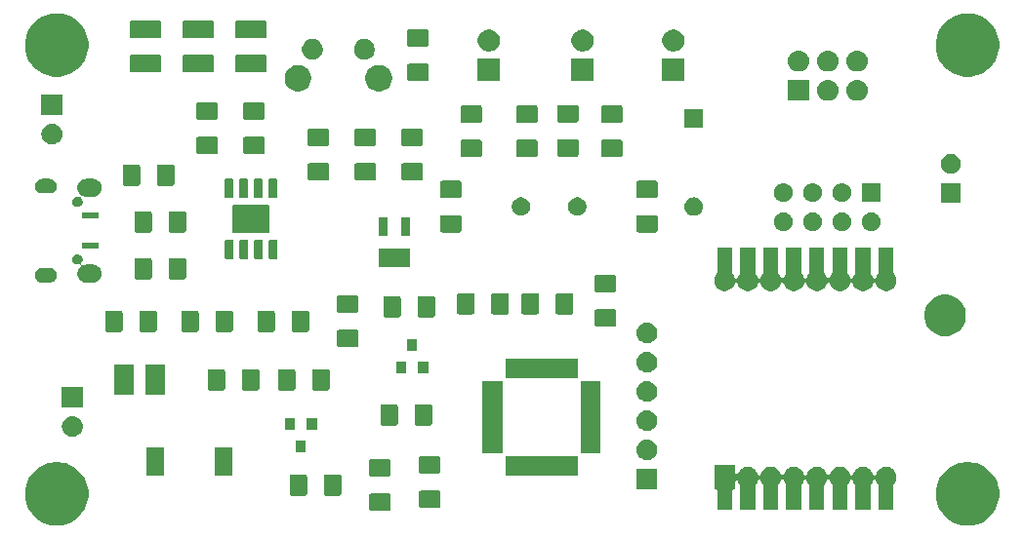
<source format=gbr>
G04 #@! TF.GenerationSoftware,KiCad,Pcbnew,6.0.0-rc1-unknown-dffa399~84~ubuntu16.04.1*
G04 #@! TF.CreationDate,2019-01-25T19:03:02+01:00
G04 #@! TF.ProjectId,mySensors_door_switch,6d795365-6e73-46f7-9273-5f646f6f725f,1.0*
G04 #@! TF.SameCoordinates,Original*
G04 #@! TF.FileFunction,Soldermask,Top*
G04 #@! TF.FilePolarity,Negative*
%FSLAX46Y46*%
G04 Gerber Fmt 4.6, Leading zero omitted, Abs format (unit mm)*
G04 Created by KiCad (PCBNEW 6.0.0-rc1-unknown-dffa399~84~ubuntu16.04.1) date pią, 25 sty 2019, 19:03:02*
%MOMM*%
%LPD*%
G04 APERTURE LIST*
%ADD10C,0.100000*%
G04 APERTURE END LIST*
D10*
X125615500Y-68378200D02*
G75*
G03X125615500Y-68378200I-444500J0D01*
G01*
X130115500Y-68378200D02*
G75*
G03X130115500Y-68378200I-444500J0D01*
G01*
X131556000Y-70878200D02*
G75*
G03X131556000Y-70878200I-635000J0D01*
G01*
X124556000Y-70878200D02*
G75*
G03X124556000Y-70878200I-635000J0D01*
G01*
G36*
X182523693Y-104301859D02*
G01*
X182789437Y-104354719D01*
X183290087Y-104562095D01*
X183470357Y-104682548D01*
X183740663Y-104863161D01*
X184123839Y-105246337D01*
X184123841Y-105246340D01*
X184424905Y-105696913D01*
X184558363Y-106019109D01*
X184632281Y-106197564D01*
X184738000Y-106729049D01*
X184738000Y-107270951D01*
X184702186Y-107451000D01*
X184632281Y-107802437D01*
X184424905Y-108303087D01*
X184134636Y-108737504D01*
X184123839Y-108753663D01*
X183740663Y-109136839D01*
X183740660Y-109136841D01*
X183290087Y-109437905D01*
X182789437Y-109645281D01*
X182523693Y-109698141D01*
X182257951Y-109751000D01*
X181716049Y-109751000D01*
X181450307Y-109698141D01*
X181184563Y-109645281D01*
X180683913Y-109437905D01*
X180233340Y-109136841D01*
X180233337Y-109136839D01*
X179850161Y-108753663D01*
X179839364Y-108737504D01*
X179549095Y-108303087D01*
X179341719Y-107802437D01*
X179271814Y-107451000D01*
X179236000Y-107270951D01*
X179236000Y-106729049D01*
X179341719Y-106197564D01*
X179415637Y-106019109D01*
X179549095Y-105696913D01*
X179850159Y-105246340D01*
X179850161Y-105246337D01*
X180233337Y-104863161D01*
X180503643Y-104682548D01*
X180683913Y-104562095D01*
X181184563Y-104354719D01*
X181450307Y-104301859D01*
X181716049Y-104249000D01*
X182257951Y-104249000D01*
X182523693Y-104301859D01*
X182523693Y-104301859D01*
G37*
G36*
X103523693Y-104301859D02*
G01*
X103789437Y-104354719D01*
X104290087Y-104562095D01*
X104470357Y-104682548D01*
X104740663Y-104863161D01*
X105123839Y-105246337D01*
X105123841Y-105246340D01*
X105424905Y-105696913D01*
X105558363Y-106019109D01*
X105632281Y-106197564D01*
X105738000Y-106729049D01*
X105738000Y-107270951D01*
X105702186Y-107451000D01*
X105632281Y-107802437D01*
X105424905Y-108303087D01*
X105134636Y-108737504D01*
X105123839Y-108753663D01*
X104740663Y-109136839D01*
X104740660Y-109136841D01*
X104290087Y-109437905D01*
X103789437Y-109645281D01*
X103523693Y-109698141D01*
X103257951Y-109751000D01*
X102716049Y-109751000D01*
X102450307Y-109698141D01*
X102184563Y-109645281D01*
X101683913Y-109437905D01*
X101233340Y-109136841D01*
X101233337Y-109136839D01*
X100850161Y-108753663D01*
X100839364Y-108737504D01*
X100549095Y-108303087D01*
X100341719Y-107802437D01*
X100271814Y-107451000D01*
X100236000Y-107270951D01*
X100236000Y-106729049D01*
X100341719Y-106197564D01*
X100415637Y-106019109D01*
X100549095Y-105696913D01*
X100850159Y-105246340D01*
X100850161Y-105246337D01*
X101233337Y-104863161D01*
X101503643Y-104682548D01*
X101683913Y-104562095D01*
X102184563Y-104354719D01*
X102450307Y-104301859D01*
X102716049Y-104249000D01*
X103257951Y-104249000D01*
X103523693Y-104301859D01*
X103523693Y-104301859D01*
G37*
G36*
X131788562Y-106952181D02*
G01*
X131823477Y-106962773D01*
X131855665Y-106979978D01*
X131883873Y-107003127D01*
X131907022Y-107031335D01*
X131924227Y-107063523D01*
X131934819Y-107098438D01*
X131939000Y-107140895D01*
X131939000Y-108282105D01*
X131934819Y-108324562D01*
X131924227Y-108359477D01*
X131907022Y-108391665D01*
X131883873Y-108419873D01*
X131855665Y-108443022D01*
X131823477Y-108460227D01*
X131788562Y-108470819D01*
X131746105Y-108475000D01*
X130279895Y-108475000D01*
X130237438Y-108470819D01*
X130202523Y-108460227D01*
X130170335Y-108443022D01*
X130142127Y-108419873D01*
X130118978Y-108391665D01*
X130101773Y-108359477D01*
X130091181Y-108324562D01*
X130087000Y-108282105D01*
X130087000Y-107140895D01*
X130091181Y-107098438D01*
X130101773Y-107063523D01*
X130118978Y-107031335D01*
X130142127Y-107003127D01*
X130170335Y-106979978D01*
X130202523Y-106962773D01*
X130237438Y-106952181D01*
X130279895Y-106948000D01*
X131746105Y-106948000D01*
X131788562Y-106952181D01*
X131788562Y-106952181D01*
G37*
G36*
X161833600Y-105164006D02*
G01*
X161836002Y-105188392D01*
X161843115Y-105211841D01*
X161854666Y-105233452D01*
X161870212Y-105252394D01*
X161889154Y-105267940D01*
X161910765Y-105279491D01*
X161934214Y-105286604D01*
X161958600Y-105289006D01*
X161982986Y-105286604D01*
X162006435Y-105279491D01*
X162028046Y-105267940D01*
X162046988Y-105252394D01*
X162062534Y-105233452D01*
X162074085Y-105211842D01*
X162078637Y-105200852D01*
X162108492Y-105128775D01*
X162208584Y-104978977D01*
X162208586Y-104978974D01*
X162335974Y-104851586D01*
X162423654Y-104793000D01*
X162485775Y-104751492D01*
X162652221Y-104682548D01*
X162652222Y-104682548D01*
X162652224Y-104682547D01*
X162828918Y-104647400D01*
X163009082Y-104647400D01*
X163185776Y-104682547D01*
X163185778Y-104682548D01*
X163185779Y-104682548D01*
X163352225Y-104751492D01*
X163414346Y-104793000D01*
X163502026Y-104851586D01*
X163629414Y-104978974D01*
X163629416Y-104978977D01*
X163729508Y-105128775D01*
X163784897Y-105262496D01*
X163802475Y-105304933D01*
X163803513Y-105308355D01*
X163815063Y-105329967D01*
X163830608Y-105348909D01*
X163849549Y-105364456D01*
X163871160Y-105376008D01*
X163894608Y-105383122D01*
X163918995Y-105385525D01*
X163943381Y-105383124D01*
X163966830Y-105376012D01*
X163988442Y-105364462D01*
X164007384Y-105348917D01*
X164022931Y-105329976D01*
X164034483Y-105308365D01*
X164035522Y-105304940D01*
X164062068Y-105240852D01*
X164108492Y-105128775D01*
X164208584Y-104978977D01*
X164208586Y-104978974D01*
X164335974Y-104851586D01*
X164423654Y-104793000D01*
X164485775Y-104751492D01*
X164652221Y-104682548D01*
X164652222Y-104682548D01*
X164652224Y-104682547D01*
X164828918Y-104647400D01*
X165009082Y-104647400D01*
X165185776Y-104682547D01*
X165185778Y-104682548D01*
X165185779Y-104682548D01*
X165352225Y-104751492D01*
X165414346Y-104793000D01*
X165502026Y-104851586D01*
X165629414Y-104978974D01*
X165629416Y-104978977D01*
X165729508Y-105128775D01*
X165784897Y-105262496D01*
X165802475Y-105304933D01*
X165803513Y-105308355D01*
X165815063Y-105329967D01*
X165830608Y-105348909D01*
X165849549Y-105364456D01*
X165871160Y-105376008D01*
X165894608Y-105383122D01*
X165918995Y-105385525D01*
X165943381Y-105383124D01*
X165966830Y-105376012D01*
X165988442Y-105364462D01*
X166007384Y-105348917D01*
X166022931Y-105329976D01*
X166034483Y-105308365D01*
X166035522Y-105304940D01*
X166062068Y-105240852D01*
X166108492Y-105128775D01*
X166208584Y-104978977D01*
X166208586Y-104978974D01*
X166335974Y-104851586D01*
X166423654Y-104793000D01*
X166485775Y-104751492D01*
X166652221Y-104682548D01*
X166652222Y-104682548D01*
X166652224Y-104682547D01*
X166828918Y-104647400D01*
X167009082Y-104647400D01*
X167185776Y-104682547D01*
X167185778Y-104682548D01*
X167185779Y-104682548D01*
X167352225Y-104751492D01*
X167414346Y-104793000D01*
X167502026Y-104851586D01*
X167629414Y-104978974D01*
X167629416Y-104978977D01*
X167729508Y-105128775D01*
X167784897Y-105262496D01*
X167802475Y-105304933D01*
X167803513Y-105308355D01*
X167815063Y-105329967D01*
X167830608Y-105348909D01*
X167849549Y-105364456D01*
X167871160Y-105376008D01*
X167894608Y-105383122D01*
X167918995Y-105385525D01*
X167943381Y-105383124D01*
X167966830Y-105376012D01*
X167988442Y-105364462D01*
X168007384Y-105348917D01*
X168022931Y-105329976D01*
X168034483Y-105308365D01*
X168035522Y-105304940D01*
X168062068Y-105240852D01*
X168108492Y-105128775D01*
X168208584Y-104978977D01*
X168208586Y-104978974D01*
X168335974Y-104851586D01*
X168423654Y-104793000D01*
X168485775Y-104751492D01*
X168652221Y-104682548D01*
X168652222Y-104682548D01*
X168652224Y-104682547D01*
X168828918Y-104647400D01*
X169009082Y-104647400D01*
X169185776Y-104682547D01*
X169185778Y-104682548D01*
X169185779Y-104682548D01*
X169352225Y-104751492D01*
X169414346Y-104793000D01*
X169502026Y-104851586D01*
X169629414Y-104978974D01*
X169629416Y-104978977D01*
X169729508Y-105128775D01*
X169784897Y-105262496D01*
X169802475Y-105304933D01*
X169803513Y-105308355D01*
X169815063Y-105329967D01*
X169830608Y-105348909D01*
X169849549Y-105364456D01*
X169871160Y-105376008D01*
X169894608Y-105383122D01*
X169918995Y-105385525D01*
X169943381Y-105383124D01*
X169966830Y-105376012D01*
X169988442Y-105364462D01*
X170007384Y-105348917D01*
X170022931Y-105329976D01*
X170034483Y-105308365D01*
X170035522Y-105304940D01*
X170062068Y-105240852D01*
X170108492Y-105128775D01*
X170208584Y-104978977D01*
X170208586Y-104978974D01*
X170335974Y-104851586D01*
X170423654Y-104793000D01*
X170485775Y-104751492D01*
X170652221Y-104682548D01*
X170652222Y-104682548D01*
X170652224Y-104682547D01*
X170828918Y-104647400D01*
X171009082Y-104647400D01*
X171185776Y-104682547D01*
X171185778Y-104682548D01*
X171185779Y-104682548D01*
X171352225Y-104751492D01*
X171414346Y-104793000D01*
X171502026Y-104851586D01*
X171629414Y-104978974D01*
X171629416Y-104978977D01*
X171729508Y-105128775D01*
X171784897Y-105262496D01*
X171802475Y-105304933D01*
X171803513Y-105308355D01*
X171815063Y-105329967D01*
X171830608Y-105348909D01*
X171849549Y-105364456D01*
X171871160Y-105376008D01*
X171894608Y-105383122D01*
X171918995Y-105385525D01*
X171943381Y-105383124D01*
X171966830Y-105376012D01*
X171988442Y-105364462D01*
X172007384Y-105348917D01*
X172022931Y-105329976D01*
X172034483Y-105308365D01*
X172035522Y-105304940D01*
X172062068Y-105240852D01*
X172108492Y-105128775D01*
X172208584Y-104978977D01*
X172208586Y-104978974D01*
X172335974Y-104851586D01*
X172423654Y-104793000D01*
X172485775Y-104751492D01*
X172652221Y-104682548D01*
X172652222Y-104682548D01*
X172652224Y-104682547D01*
X172828918Y-104647400D01*
X173009082Y-104647400D01*
X173185776Y-104682547D01*
X173185778Y-104682548D01*
X173185779Y-104682548D01*
X173352225Y-104751492D01*
X173414346Y-104793000D01*
X173502026Y-104851586D01*
X173629414Y-104978974D01*
X173629416Y-104978977D01*
X173729508Y-105128775D01*
X173784897Y-105262496D01*
X173802475Y-105304933D01*
X173803513Y-105308355D01*
X173815063Y-105329967D01*
X173830608Y-105348909D01*
X173849549Y-105364456D01*
X173871160Y-105376008D01*
X173894608Y-105383122D01*
X173918995Y-105385525D01*
X173943381Y-105383124D01*
X173966830Y-105376012D01*
X173988442Y-105364462D01*
X174007384Y-105348917D01*
X174022931Y-105329976D01*
X174034483Y-105308365D01*
X174035522Y-105304940D01*
X174062068Y-105240852D01*
X174108492Y-105128775D01*
X174208584Y-104978977D01*
X174208586Y-104978974D01*
X174335974Y-104851586D01*
X174423654Y-104793000D01*
X174485775Y-104751492D01*
X174652221Y-104682548D01*
X174652222Y-104682548D01*
X174652224Y-104682547D01*
X174828918Y-104647400D01*
X175009082Y-104647400D01*
X175185776Y-104682547D01*
X175185778Y-104682548D01*
X175185779Y-104682548D01*
X175352225Y-104751492D01*
X175414346Y-104793000D01*
X175502026Y-104851586D01*
X175629414Y-104978974D01*
X175629416Y-104978977D01*
X175729508Y-105128775D01*
X175798452Y-105295221D01*
X175798453Y-105295224D01*
X175833600Y-105471918D01*
X175833600Y-105652082D01*
X175800386Y-105819060D01*
X175798452Y-105828779D01*
X175729508Y-105995225D01*
X175729507Y-105995226D01*
X175629414Y-106145026D01*
X175606612Y-106167828D01*
X175591066Y-106186770D01*
X175579515Y-106208381D01*
X175572402Y-106231830D01*
X175570000Y-106256216D01*
X175570000Y-108413000D01*
X174268000Y-108413000D01*
X174268000Y-106256216D01*
X174265598Y-106231830D01*
X174258485Y-106208381D01*
X174246934Y-106186770D01*
X174231388Y-106167828D01*
X174208586Y-106145026D01*
X174108493Y-105995226D01*
X174108492Y-105995225D01*
X174039548Y-105828779D01*
X174039547Y-105828776D01*
X174035525Y-105819067D01*
X174034487Y-105815645D01*
X174022937Y-105794033D01*
X174007392Y-105775091D01*
X173988451Y-105759544D01*
X173966840Y-105747992D01*
X173943392Y-105740878D01*
X173919005Y-105738475D01*
X173894619Y-105740876D01*
X173871170Y-105747988D01*
X173849558Y-105759538D01*
X173830616Y-105775083D01*
X173815069Y-105794024D01*
X173803517Y-105815635D01*
X173802478Y-105819060D01*
X173787340Y-105855605D01*
X173729508Y-105995225D01*
X173729507Y-105995226D01*
X173629414Y-106145026D01*
X173606612Y-106167828D01*
X173591066Y-106186770D01*
X173579515Y-106208381D01*
X173572402Y-106231830D01*
X173570000Y-106256216D01*
X173570000Y-108413000D01*
X172268000Y-108413000D01*
X172268000Y-106256216D01*
X172265598Y-106231830D01*
X172258485Y-106208381D01*
X172246934Y-106186770D01*
X172231388Y-106167828D01*
X172208586Y-106145026D01*
X172108493Y-105995226D01*
X172108492Y-105995225D01*
X172039548Y-105828779D01*
X172039547Y-105828776D01*
X172035525Y-105819067D01*
X172034487Y-105815645D01*
X172022937Y-105794033D01*
X172007392Y-105775091D01*
X171988451Y-105759544D01*
X171966840Y-105747992D01*
X171943392Y-105740878D01*
X171919005Y-105738475D01*
X171894619Y-105740876D01*
X171871170Y-105747988D01*
X171849558Y-105759538D01*
X171830616Y-105775083D01*
X171815069Y-105794024D01*
X171803517Y-105815635D01*
X171802478Y-105819060D01*
X171787340Y-105855605D01*
X171729508Y-105995225D01*
X171729507Y-105995226D01*
X171629414Y-106145026D01*
X171606612Y-106167828D01*
X171591066Y-106186770D01*
X171579515Y-106208381D01*
X171572402Y-106231830D01*
X171570000Y-106256216D01*
X171570000Y-108413000D01*
X170268000Y-108413000D01*
X170268000Y-106256216D01*
X170265598Y-106231830D01*
X170258485Y-106208381D01*
X170246934Y-106186770D01*
X170231388Y-106167828D01*
X170208586Y-106145026D01*
X170108493Y-105995226D01*
X170108492Y-105995225D01*
X170039548Y-105828779D01*
X170039547Y-105828776D01*
X170035525Y-105819067D01*
X170034487Y-105815645D01*
X170022937Y-105794033D01*
X170007392Y-105775091D01*
X169988451Y-105759544D01*
X169966840Y-105747992D01*
X169943392Y-105740878D01*
X169919005Y-105738475D01*
X169894619Y-105740876D01*
X169871170Y-105747988D01*
X169849558Y-105759538D01*
X169830616Y-105775083D01*
X169815069Y-105794024D01*
X169803517Y-105815635D01*
X169802478Y-105819060D01*
X169787340Y-105855605D01*
X169729508Y-105995225D01*
X169729507Y-105995226D01*
X169629414Y-106145026D01*
X169606612Y-106167828D01*
X169591066Y-106186770D01*
X169579515Y-106208381D01*
X169572402Y-106231830D01*
X169570000Y-106256216D01*
X169570000Y-108413000D01*
X168268000Y-108413000D01*
X168268000Y-106256216D01*
X168265598Y-106231830D01*
X168258485Y-106208381D01*
X168246934Y-106186770D01*
X168231388Y-106167828D01*
X168208586Y-106145026D01*
X168108493Y-105995226D01*
X168108492Y-105995225D01*
X168039548Y-105828779D01*
X168039547Y-105828776D01*
X168035525Y-105819067D01*
X168034487Y-105815645D01*
X168022937Y-105794033D01*
X168007392Y-105775091D01*
X167988451Y-105759544D01*
X167966840Y-105747992D01*
X167943392Y-105740878D01*
X167919005Y-105738475D01*
X167894619Y-105740876D01*
X167871170Y-105747988D01*
X167849558Y-105759538D01*
X167830616Y-105775083D01*
X167815069Y-105794024D01*
X167803517Y-105815635D01*
X167802478Y-105819060D01*
X167787340Y-105855605D01*
X167729508Y-105995225D01*
X167729507Y-105995226D01*
X167629414Y-106145026D01*
X167606612Y-106167828D01*
X167591066Y-106186770D01*
X167579515Y-106208381D01*
X167572402Y-106231830D01*
X167570000Y-106256216D01*
X167570000Y-108413000D01*
X166268000Y-108413000D01*
X166268000Y-106256216D01*
X166265598Y-106231830D01*
X166258485Y-106208381D01*
X166246934Y-106186770D01*
X166231388Y-106167828D01*
X166208586Y-106145026D01*
X166108493Y-105995226D01*
X166108492Y-105995225D01*
X166039548Y-105828779D01*
X166039547Y-105828776D01*
X166035525Y-105819067D01*
X166034487Y-105815645D01*
X166022937Y-105794033D01*
X166007392Y-105775091D01*
X165988451Y-105759544D01*
X165966840Y-105747992D01*
X165943392Y-105740878D01*
X165919005Y-105738475D01*
X165894619Y-105740876D01*
X165871170Y-105747988D01*
X165849558Y-105759538D01*
X165830616Y-105775083D01*
X165815069Y-105794024D01*
X165803517Y-105815635D01*
X165802478Y-105819060D01*
X165787340Y-105855605D01*
X165729508Y-105995225D01*
X165729507Y-105995226D01*
X165629414Y-106145026D01*
X165606612Y-106167828D01*
X165591066Y-106186770D01*
X165579515Y-106208381D01*
X165572402Y-106231830D01*
X165570000Y-106256216D01*
X165570000Y-108413000D01*
X164268000Y-108413000D01*
X164268000Y-106256216D01*
X164265598Y-106231830D01*
X164258485Y-106208381D01*
X164246934Y-106186770D01*
X164231388Y-106167828D01*
X164208586Y-106145026D01*
X164108493Y-105995226D01*
X164108492Y-105995225D01*
X164039548Y-105828779D01*
X164039547Y-105828776D01*
X164035525Y-105819067D01*
X164034487Y-105815645D01*
X164022937Y-105794033D01*
X164007392Y-105775091D01*
X163988451Y-105759544D01*
X163966840Y-105747992D01*
X163943392Y-105740878D01*
X163919005Y-105738475D01*
X163894619Y-105740876D01*
X163871170Y-105747988D01*
X163849558Y-105759538D01*
X163830616Y-105775083D01*
X163815069Y-105794024D01*
X163803517Y-105815635D01*
X163802478Y-105819060D01*
X163787340Y-105855605D01*
X163729508Y-105995225D01*
X163729507Y-105995226D01*
X163629414Y-106145026D01*
X163606612Y-106167828D01*
X163591066Y-106186770D01*
X163579515Y-106208381D01*
X163572402Y-106231830D01*
X163570000Y-106256216D01*
X163570000Y-108413000D01*
X162268000Y-108413000D01*
X162268000Y-106256216D01*
X162265598Y-106231830D01*
X162258485Y-106208381D01*
X162246934Y-106186770D01*
X162231388Y-106167828D01*
X162208586Y-106145026D01*
X162108493Y-105995226D01*
X162108492Y-105995225D01*
X162074083Y-105912155D01*
X162062534Y-105890547D01*
X162046988Y-105871605D01*
X162028046Y-105856060D01*
X162006435Y-105844509D01*
X161982986Y-105837396D01*
X161958600Y-105834994D01*
X161934213Y-105837396D01*
X161910764Y-105844509D01*
X161889153Y-105856060D01*
X161870211Y-105871606D01*
X161854666Y-105890548D01*
X161843115Y-105912159D01*
X161836002Y-105935608D01*
X161833600Y-105959994D01*
X161833600Y-106613000D01*
X161695000Y-106613000D01*
X161670614Y-106615402D01*
X161647165Y-106622515D01*
X161625554Y-106634066D01*
X161606612Y-106649612D01*
X161591066Y-106668554D01*
X161579515Y-106690165D01*
X161572402Y-106713614D01*
X161570000Y-106738000D01*
X161570000Y-108413000D01*
X160268000Y-108413000D01*
X160268000Y-106738000D01*
X160265598Y-106713614D01*
X160258485Y-106690165D01*
X160246934Y-106668554D01*
X160231388Y-106649612D01*
X160212446Y-106634066D01*
X160190835Y-106622515D01*
X160167386Y-106615402D01*
X160143000Y-106613000D01*
X160004400Y-106613000D01*
X160004400Y-104511000D01*
X161833600Y-104511000D01*
X161833600Y-105164006D01*
X161833600Y-105164006D01*
G37*
G36*
X136106562Y-106698181D02*
G01*
X136141477Y-106708773D01*
X136173665Y-106725978D01*
X136201873Y-106749127D01*
X136225022Y-106777335D01*
X136242227Y-106809523D01*
X136252819Y-106844438D01*
X136257000Y-106886895D01*
X136257000Y-108028105D01*
X136252819Y-108070562D01*
X136242227Y-108105477D01*
X136225022Y-108137665D01*
X136201873Y-108165873D01*
X136173665Y-108189022D01*
X136141477Y-108206227D01*
X136106562Y-108216819D01*
X136064105Y-108221000D01*
X134597895Y-108221000D01*
X134555438Y-108216819D01*
X134520523Y-108206227D01*
X134488335Y-108189022D01*
X134460127Y-108165873D01*
X134436978Y-108137665D01*
X134419773Y-108105477D01*
X134409181Y-108070562D01*
X134405000Y-108028105D01*
X134405000Y-106886895D01*
X134409181Y-106844438D01*
X134419773Y-106809523D01*
X134436978Y-106777335D01*
X134460127Y-106749127D01*
X134488335Y-106725978D01*
X134520523Y-106708773D01*
X134555438Y-106698181D01*
X134597895Y-106694000D01*
X136064105Y-106694000D01*
X136106562Y-106698181D01*
X136106562Y-106698181D01*
G37*
G36*
X127525562Y-105302181D02*
G01*
X127560477Y-105312773D01*
X127592665Y-105329978D01*
X127620873Y-105353127D01*
X127644022Y-105381335D01*
X127661227Y-105413523D01*
X127671819Y-105448438D01*
X127676000Y-105490895D01*
X127676000Y-106957105D01*
X127671819Y-106999562D01*
X127661227Y-107034477D01*
X127644022Y-107066665D01*
X127620873Y-107094873D01*
X127592665Y-107118022D01*
X127560477Y-107135227D01*
X127525562Y-107145819D01*
X127483105Y-107150000D01*
X126341895Y-107150000D01*
X126299438Y-107145819D01*
X126264523Y-107135227D01*
X126232335Y-107118022D01*
X126204127Y-107094873D01*
X126180978Y-107066665D01*
X126163773Y-107034477D01*
X126153181Y-106999562D01*
X126149000Y-106957105D01*
X126149000Y-105490895D01*
X126153181Y-105448438D01*
X126163773Y-105413523D01*
X126180978Y-105381335D01*
X126204127Y-105353127D01*
X126232335Y-105329978D01*
X126264523Y-105312773D01*
X126299438Y-105302181D01*
X126341895Y-105298000D01*
X127483105Y-105298000D01*
X127525562Y-105302181D01*
X127525562Y-105302181D01*
G37*
G36*
X124550562Y-105302181D02*
G01*
X124585477Y-105312773D01*
X124617665Y-105329978D01*
X124645873Y-105353127D01*
X124669022Y-105381335D01*
X124686227Y-105413523D01*
X124696819Y-105448438D01*
X124701000Y-105490895D01*
X124701000Y-106957105D01*
X124696819Y-106999562D01*
X124686227Y-107034477D01*
X124669022Y-107066665D01*
X124645873Y-107094873D01*
X124617665Y-107118022D01*
X124585477Y-107135227D01*
X124550562Y-107145819D01*
X124508105Y-107150000D01*
X123366895Y-107150000D01*
X123324438Y-107145819D01*
X123289523Y-107135227D01*
X123257335Y-107118022D01*
X123229127Y-107094873D01*
X123205978Y-107066665D01*
X123188773Y-107034477D01*
X123178181Y-106999562D01*
X123174000Y-106957105D01*
X123174000Y-105490895D01*
X123178181Y-105448438D01*
X123188773Y-105413523D01*
X123205978Y-105381335D01*
X123229127Y-105353127D01*
X123257335Y-105329978D01*
X123289523Y-105312773D01*
X123324438Y-105302181D01*
X123366895Y-105298000D01*
X124508105Y-105298000D01*
X124550562Y-105302181D01*
X124550562Y-105302181D01*
G37*
G36*
X155082000Y-106617000D02*
G01*
X153280000Y-106617000D01*
X153280000Y-104815000D01*
X155082000Y-104815000D01*
X155082000Y-106617000D01*
X155082000Y-106617000D01*
G37*
G36*
X131788562Y-103977181D02*
G01*
X131823477Y-103987773D01*
X131855665Y-104004978D01*
X131883873Y-104028127D01*
X131907022Y-104056335D01*
X131924227Y-104088523D01*
X131934819Y-104123438D01*
X131939000Y-104165895D01*
X131939000Y-105307105D01*
X131934819Y-105349562D01*
X131924227Y-105384477D01*
X131907022Y-105416665D01*
X131883873Y-105444873D01*
X131855665Y-105468022D01*
X131823477Y-105485227D01*
X131788562Y-105495819D01*
X131746105Y-105500000D01*
X130279895Y-105500000D01*
X130237438Y-105495819D01*
X130202523Y-105485227D01*
X130170335Y-105468022D01*
X130142127Y-105444873D01*
X130118978Y-105416665D01*
X130101773Y-105384477D01*
X130091181Y-105349562D01*
X130087000Y-105307105D01*
X130087000Y-104165895D01*
X130091181Y-104123438D01*
X130101773Y-104088523D01*
X130118978Y-104056335D01*
X130142127Y-104028127D01*
X130170335Y-104004978D01*
X130202523Y-103987773D01*
X130237438Y-103977181D01*
X130279895Y-103973000D01*
X131746105Y-103973000D01*
X131788562Y-103977181D01*
X131788562Y-103977181D01*
G37*
G36*
X112329000Y-105443000D02*
G01*
X110777000Y-105443000D01*
X110777000Y-102941000D01*
X112329000Y-102941000D01*
X112329000Y-105443000D01*
X112329000Y-105443000D01*
G37*
G36*
X118229000Y-105443000D02*
G01*
X116677000Y-105443000D01*
X116677000Y-102941000D01*
X118229000Y-102941000D01*
X118229000Y-105443000D01*
X118229000Y-105443000D01*
G37*
G36*
X148160000Y-105431000D02*
G01*
X141908000Y-105431000D01*
X141908000Y-103729000D01*
X148160000Y-103729000D01*
X148160000Y-105431000D01*
X148160000Y-105431000D01*
G37*
G36*
X136106562Y-103723181D02*
G01*
X136141477Y-103733773D01*
X136173665Y-103750978D01*
X136201873Y-103774127D01*
X136225022Y-103802335D01*
X136242227Y-103834523D01*
X136252819Y-103869438D01*
X136257000Y-103911895D01*
X136257000Y-105053105D01*
X136252819Y-105095562D01*
X136242227Y-105130477D01*
X136225022Y-105162665D01*
X136201873Y-105190873D01*
X136173665Y-105214022D01*
X136141477Y-105231227D01*
X136106562Y-105241819D01*
X136064105Y-105246000D01*
X134597895Y-105246000D01*
X134555438Y-105241819D01*
X134520523Y-105231227D01*
X134488335Y-105214022D01*
X134460127Y-105190873D01*
X134436978Y-105162665D01*
X134419773Y-105130477D01*
X134409181Y-105095562D01*
X134405000Y-105053105D01*
X134405000Y-103911895D01*
X134409181Y-103869438D01*
X134419773Y-103834523D01*
X134436978Y-103802335D01*
X134460127Y-103774127D01*
X134488335Y-103750978D01*
X134520523Y-103733773D01*
X134555438Y-103723181D01*
X134597895Y-103719000D01*
X136064105Y-103719000D01*
X136106562Y-103723181D01*
X136106562Y-103723181D01*
G37*
G36*
X154291443Y-102281519D02*
G01*
X154357627Y-102288037D01*
X154470853Y-102322384D01*
X154527467Y-102339557D01*
X154649900Y-102405000D01*
X154683991Y-102423222D01*
X154719729Y-102452552D01*
X154821186Y-102535814D01*
X154904448Y-102637271D01*
X154933778Y-102673009D01*
X154933779Y-102673011D01*
X155017443Y-102829533D01*
X155017443Y-102829534D01*
X155068963Y-102999373D01*
X155086359Y-103176000D01*
X155068963Y-103352627D01*
X155052469Y-103407000D01*
X155017443Y-103522467D01*
X154980811Y-103591000D01*
X154933778Y-103678991D01*
X154904448Y-103714729D01*
X154821186Y-103816186D01*
X154738095Y-103884376D01*
X154683991Y-103928778D01*
X154683989Y-103928779D01*
X154527467Y-104012443D01*
X154475763Y-104028127D01*
X154357627Y-104063963D01*
X154291442Y-104070482D01*
X154225260Y-104077000D01*
X154136740Y-104077000D01*
X154070558Y-104070482D01*
X154004373Y-104063963D01*
X153886237Y-104028127D01*
X153834533Y-104012443D01*
X153678011Y-103928779D01*
X153678009Y-103928778D01*
X153623905Y-103884376D01*
X153540814Y-103816186D01*
X153457552Y-103714729D01*
X153428222Y-103678991D01*
X153381189Y-103591000D01*
X153344557Y-103522467D01*
X153309531Y-103407000D01*
X153293037Y-103352627D01*
X153275641Y-103176000D01*
X153293037Y-102999373D01*
X153344557Y-102829534D01*
X153344557Y-102829533D01*
X153428221Y-102673011D01*
X153428222Y-102673009D01*
X153457552Y-102637271D01*
X153540814Y-102535814D01*
X153642271Y-102452552D01*
X153678009Y-102423222D01*
X153712100Y-102405000D01*
X153834533Y-102339557D01*
X153891147Y-102322384D01*
X154004373Y-102288037D01*
X154070557Y-102281519D01*
X154136740Y-102275000D01*
X154225260Y-102275000D01*
X154291443Y-102281519D01*
X154291443Y-102281519D01*
G37*
G36*
X141635000Y-103456000D02*
G01*
X139933000Y-103456000D01*
X139933000Y-97204000D01*
X141635000Y-97204000D01*
X141635000Y-103456000D01*
X141635000Y-103456000D01*
G37*
G36*
X150135000Y-103456000D02*
G01*
X148433000Y-103456000D01*
X148433000Y-97204000D01*
X150135000Y-97204000D01*
X150135000Y-103456000D01*
X150135000Y-103456000D01*
G37*
G36*
X124606000Y-103407000D02*
G01*
X123704000Y-103407000D01*
X123704000Y-102405000D01*
X124606000Y-102405000D01*
X124606000Y-103407000D01*
X124606000Y-103407000D01*
G37*
G36*
X104453442Y-100249718D02*
G01*
X104519627Y-100256237D01*
X104629389Y-100289533D01*
X104689467Y-100307757D01*
X104828087Y-100381852D01*
X104845991Y-100391422D01*
X104881729Y-100420752D01*
X104983186Y-100504014D01*
X105066448Y-100605471D01*
X105095778Y-100641209D01*
X105095779Y-100641211D01*
X105179443Y-100797733D01*
X105196616Y-100854347D01*
X105230963Y-100967573D01*
X105248359Y-101144200D01*
X105230963Y-101320827D01*
X105210350Y-101388778D01*
X105179443Y-101490667D01*
X105154677Y-101537000D01*
X105095778Y-101647191D01*
X105066448Y-101682929D01*
X104983186Y-101784386D01*
X104881729Y-101867648D01*
X104845991Y-101896978D01*
X104845989Y-101896979D01*
X104689467Y-101980643D01*
X104632853Y-101997816D01*
X104519627Y-102032163D01*
X104453442Y-102038682D01*
X104387260Y-102045200D01*
X104298740Y-102045200D01*
X104232558Y-102038682D01*
X104166373Y-102032163D01*
X104053147Y-101997816D01*
X103996533Y-101980643D01*
X103840011Y-101896979D01*
X103840009Y-101896978D01*
X103804271Y-101867648D01*
X103702814Y-101784386D01*
X103619552Y-101682929D01*
X103590222Y-101647191D01*
X103531323Y-101537000D01*
X103506557Y-101490667D01*
X103475650Y-101388778D01*
X103455037Y-101320827D01*
X103437641Y-101144200D01*
X103455037Y-100967573D01*
X103489384Y-100854347D01*
X103506557Y-100797733D01*
X103590221Y-100641211D01*
X103590222Y-100641209D01*
X103619552Y-100605471D01*
X103702814Y-100504014D01*
X103804271Y-100420752D01*
X103840009Y-100391422D01*
X103857913Y-100381852D01*
X103996533Y-100307757D01*
X104056611Y-100289533D01*
X104166373Y-100256237D01*
X104232557Y-100249719D01*
X104298740Y-100243200D01*
X104387260Y-100243200D01*
X104453442Y-100249718D01*
X104453442Y-100249718D01*
G37*
G36*
X154291443Y-99741519D02*
G01*
X154357627Y-99748037D01*
X154470853Y-99782384D01*
X154527467Y-99799557D01*
X154666087Y-99873652D01*
X154683991Y-99883222D01*
X154719729Y-99912552D01*
X154821186Y-99995814D01*
X154904448Y-100097271D01*
X154933778Y-100133009D01*
X154933779Y-100133011D01*
X155017443Y-100289533D01*
X155017443Y-100289534D01*
X155068963Y-100459373D01*
X155086359Y-100636000D01*
X155068963Y-100812627D01*
X155041378Y-100903562D01*
X155017443Y-100982467D01*
X154981959Y-101048852D01*
X154933778Y-101138991D01*
X154929503Y-101144200D01*
X154821186Y-101276186D01*
X154719729Y-101359448D01*
X154683991Y-101388778D01*
X154683989Y-101388779D01*
X154527467Y-101472443D01*
X154470853Y-101489616D01*
X154357627Y-101523963D01*
X154291443Y-101530481D01*
X154225260Y-101537000D01*
X154136740Y-101537000D01*
X154070557Y-101530481D01*
X154004373Y-101523963D01*
X153891147Y-101489616D01*
X153834533Y-101472443D01*
X153678011Y-101388779D01*
X153678009Y-101388778D01*
X153642271Y-101359448D01*
X153540814Y-101276186D01*
X153432497Y-101144200D01*
X153428222Y-101138991D01*
X153380041Y-101048852D01*
X153344557Y-100982467D01*
X153320622Y-100903562D01*
X153293037Y-100812627D01*
X153275641Y-100636000D01*
X153293037Y-100459373D01*
X153344557Y-100289534D01*
X153344557Y-100289533D01*
X153428221Y-100133011D01*
X153428222Y-100133009D01*
X153457552Y-100097271D01*
X153540814Y-99995814D01*
X153642271Y-99912552D01*
X153678009Y-99883222D01*
X153695913Y-99873652D01*
X153834533Y-99799557D01*
X153891147Y-99782384D01*
X154004373Y-99748037D01*
X154070557Y-99741519D01*
X154136740Y-99735000D01*
X154225260Y-99735000D01*
X154291443Y-99741519D01*
X154291443Y-99741519D01*
G37*
G36*
X123656000Y-101407000D02*
G01*
X122754000Y-101407000D01*
X122754000Y-100405000D01*
X123656000Y-100405000D01*
X123656000Y-101407000D01*
X123656000Y-101407000D01*
G37*
G36*
X125556000Y-101407000D02*
G01*
X124654000Y-101407000D01*
X124654000Y-100405000D01*
X125556000Y-100405000D01*
X125556000Y-101407000D01*
X125556000Y-101407000D01*
G37*
G36*
X135399562Y-99206181D02*
G01*
X135434477Y-99216773D01*
X135466665Y-99233978D01*
X135494873Y-99257127D01*
X135518022Y-99285335D01*
X135535227Y-99317523D01*
X135545819Y-99352438D01*
X135550000Y-99394895D01*
X135550000Y-100861105D01*
X135545819Y-100903562D01*
X135535227Y-100938477D01*
X135518022Y-100970665D01*
X135494873Y-100998873D01*
X135466665Y-101022022D01*
X135434477Y-101039227D01*
X135399562Y-101049819D01*
X135357105Y-101054000D01*
X134215895Y-101054000D01*
X134173438Y-101049819D01*
X134138523Y-101039227D01*
X134106335Y-101022022D01*
X134078127Y-100998873D01*
X134054978Y-100970665D01*
X134037773Y-100938477D01*
X134027181Y-100903562D01*
X134023000Y-100861105D01*
X134023000Y-99394895D01*
X134027181Y-99352438D01*
X134037773Y-99317523D01*
X134054978Y-99285335D01*
X134078127Y-99257127D01*
X134106335Y-99233978D01*
X134138523Y-99216773D01*
X134173438Y-99206181D01*
X134215895Y-99202000D01*
X135357105Y-99202000D01*
X135399562Y-99206181D01*
X135399562Y-99206181D01*
G37*
G36*
X132424562Y-99206181D02*
G01*
X132459477Y-99216773D01*
X132491665Y-99233978D01*
X132519873Y-99257127D01*
X132543022Y-99285335D01*
X132560227Y-99317523D01*
X132570819Y-99352438D01*
X132575000Y-99394895D01*
X132575000Y-100861105D01*
X132570819Y-100903562D01*
X132560227Y-100938477D01*
X132543022Y-100970665D01*
X132519873Y-100998873D01*
X132491665Y-101022022D01*
X132459477Y-101039227D01*
X132424562Y-101049819D01*
X132382105Y-101054000D01*
X131240895Y-101054000D01*
X131198438Y-101049819D01*
X131163523Y-101039227D01*
X131131335Y-101022022D01*
X131103127Y-100998873D01*
X131079978Y-100970665D01*
X131062773Y-100938477D01*
X131052181Y-100903562D01*
X131048000Y-100861105D01*
X131048000Y-99394895D01*
X131052181Y-99352438D01*
X131062773Y-99317523D01*
X131079978Y-99285335D01*
X131103127Y-99257127D01*
X131131335Y-99233978D01*
X131163523Y-99216773D01*
X131198438Y-99206181D01*
X131240895Y-99202000D01*
X132382105Y-99202000D01*
X132424562Y-99206181D01*
X132424562Y-99206181D01*
G37*
G36*
X105244000Y-99505200D02*
G01*
X103442000Y-99505200D01*
X103442000Y-97703200D01*
X105244000Y-97703200D01*
X105244000Y-99505200D01*
X105244000Y-99505200D01*
G37*
G36*
X154291442Y-97201518D02*
G01*
X154357627Y-97208037D01*
X154470853Y-97242384D01*
X154527467Y-97259557D01*
X154666087Y-97333652D01*
X154683991Y-97343222D01*
X154719729Y-97372552D01*
X154821186Y-97455814D01*
X154904448Y-97557271D01*
X154933778Y-97593009D01*
X154933779Y-97593011D01*
X155017443Y-97749533D01*
X155017443Y-97749534D01*
X155068963Y-97919373D01*
X155086359Y-98096000D01*
X155068963Y-98272627D01*
X155034616Y-98385853D01*
X155017443Y-98442467D01*
X154943348Y-98581087D01*
X154933778Y-98598991D01*
X154904448Y-98634729D01*
X154821186Y-98736186D01*
X154738553Y-98804000D01*
X154683991Y-98848778D01*
X154683989Y-98848779D01*
X154527467Y-98932443D01*
X154470853Y-98949616D01*
X154357627Y-98983963D01*
X154291442Y-98990482D01*
X154225260Y-98997000D01*
X154136740Y-98997000D01*
X154070557Y-98990481D01*
X154004373Y-98983963D01*
X153891147Y-98949616D01*
X153834533Y-98932443D01*
X153678011Y-98848779D01*
X153678009Y-98848778D01*
X153623447Y-98804000D01*
X153540814Y-98736186D01*
X153457552Y-98634729D01*
X153428222Y-98598991D01*
X153418652Y-98581087D01*
X153344557Y-98442467D01*
X153327384Y-98385853D01*
X153293037Y-98272627D01*
X153275641Y-98096000D01*
X153293037Y-97919373D01*
X153344557Y-97749534D01*
X153344557Y-97749533D01*
X153428221Y-97593011D01*
X153428222Y-97593009D01*
X153457552Y-97557271D01*
X153540814Y-97455814D01*
X153642271Y-97372552D01*
X153678009Y-97343222D01*
X153695913Y-97333652D01*
X153834533Y-97259557D01*
X153891147Y-97242384D01*
X154004373Y-97208037D01*
X154070558Y-97201518D01*
X154136740Y-97195000D01*
X154225260Y-97195000D01*
X154291442Y-97201518D01*
X154291442Y-97201518D01*
G37*
G36*
X109666000Y-98406200D02*
G01*
X108004000Y-98406200D01*
X108004000Y-95754200D01*
X109666000Y-95754200D01*
X109666000Y-98406200D01*
X109666000Y-98406200D01*
G37*
G36*
X112366000Y-98406200D02*
G01*
X110704000Y-98406200D01*
X110704000Y-95754200D01*
X112366000Y-95754200D01*
X112366000Y-98406200D01*
X112366000Y-98406200D01*
G37*
G36*
X120413562Y-96158381D02*
G01*
X120448477Y-96168973D01*
X120480665Y-96186178D01*
X120508873Y-96209327D01*
X120532022Y-96237535D01*
X120549227Y-96269723D01*
X120559819Y-96304638D01*
X120564000Y-96347095D01*
X120564000Y-97813305D01*
X120559819Y-97855762D01*
X120549227Y-97890677D01*
X120532022Y-97922865D01*
X120508873Y-97951073D01*
X120480665Y-97974222D01*
X120448477Y-97991427D01*
X120413562Y-98002019D01*
X120371105Y-98006200D01*
X119229895Y-98006200D01*
X119187438Y-98002019D01*
X119152523Y-97991427D01*
X119120335Y-97974222D01*
X119092127Y-97951073D01*
X119068978Y-97922865D01*
X119051773Y-97890677D01*
X119041181Y-97855762D01*
X119037000Y-97813305D01*
X119037000Y-96347095D01*
X119041181Y-96304638D01*
X119051773Y-96269723D01*
X119068978Y-96237535D01*
X119092127Y-96209327D01*
X119120335Y-96186178D01*
X119152523Y-96168973D01*
X119187438Y-96158381D01*
X119229895Y-96154200D01*
X120371105Y-96154200D01*
X120413562Y-96158381D01*
X120413562Y-96158381D01*
G37*
G36*
X117438562Y-96158381D02*
G01*
X117473477Y-96168973D01*
X117505665Y-96186178D01*
X117533873Y-96209327D01*
X117557022Y-96237535D01*
X117574227Y-96269723D01*
X117584819Y-96304638D01*
X117589000Y-96347095D01*
X117589000Y-97813305D01*
X117584819Y-97855762D01*
X117574227Y-97890677D01*
X117557022Y-97922865D01*
X117533873Y-97951073D01*
X117505665Y-97974222D01*
X117473477Y-97991427D01*
X117438562Y-98002019D01*
X117396105Y-98006200D01*
X116254895Y-98006200D01*
X116212438Y-98002019D01*
X116177523Y-97991427D01*
X116145335Y-97974222D01*
X116117127Y-97951073D01*
X116093978Y-97922865D01*
X116076773Y-97890677D01*
X116066181Y-97855762D01*
X116062000Y-97813305D01*
X116062000Y-96347095D01*
X116066181Y-96304638D01*
X116076773Y-96269723D01*
X116093978Y-96237535D01*
X116117127Y-96209327D01*
X116145335Y-96186178D01*
X116177523Y-96168973D01*
X116212438Y-96158381D01*
X116254895Y-96154200D01*
X117396105Y-96154200D01*
X117438562Y-96158381D01*
X117438562Y-96158381D01*
G37*
G36*
X123534562Y-96158381D02*
G01*
X123569477Y-96168973D01*
X123601665Y-96186178D01*
X123629873Y-96209327D01*
X123653022Y-96237535D01*
X123670227Y-96269723D01*
X123680819Y-96304638D01*
X123685000Y-96347095D01*
X123685000Y-97813305D01*
X123680819Y-97855762D01*
X123670227Y-97890677D01*
X123653022Y-97922865D01*
X123629873Y-97951073D01*
X123601665Y-97974222D01*
X123569477Y-97991427D01*
X123534562Y-98002019D01*
X123492105Y-98006200D01*
X122350895Y-98006200D01*
X122308438Y-98002019D01*
X122273523Y-97991427D01*
X122241335Y-97974222D01*
X122213127Y-97951073D01*
X122189978Y-97922865D01*
X122172773Y-97890677D01*
X122162181Y-97855762D01*
X122158000Y-97813305D01*
X122158000Y-96347095D01*
X122162181Y-96304638D01*
X122172773Y-96269723D01*
X122189978Y-96237535D01*
X122213127Y-96209327D01*
X122241335Y-96186178D01*
X122273523Y-96168973D01*
X122308438Y-96158381D01*
X122350895Y-96154200D01*
X123492105Y-96154200D01*
X123534562Y-96158381D01*
X123534562Y-96158381D01*
G37*
G36*
X126509562Y-96158381D02*
G01*
X126544477Y-96168973D01*
X126576665Y-96186178D01*
X126604873Y-96209327D01*
X126628022Y-96237535D01*
X126645227Y-96269723D01*
X126655819Y-96304638D01*
X126660000Y-96347095D01*
X126660000Y-97813305D01*
X126655819Y-97855762D01*
X126645227Y-97890677D01*
X126628022Y-97922865D01*
X126604873Y-97951073D01*
X126576665Y-97974222D01*
X126544477Y-97991427D01*
X126509562Y-98002019D01*
X126467105Y-98006200D01*
X125325895Y-98006200D01*
X125283438Y-98002019D01*
X125248523Y-97991427D01*
X125216335Y-97974222D01*
X125188127Y-97951073D01*
X125164978Y-97922865D01*
X125147773Y-97890677D01*
X125137181Y-97855762D01*
X125133000Y-97813305D01*
X125133000Y-96347095D01*
X125137181Y-96304638D01*
X125147773Y-96269723D01*
X125164978Y-96237535D01*
X125188127Y-96209327D01*
X125216335Y-96186178D01*
X125248523Y-96168973D01*
X125283438Y-96158381D01*
X125325895Y-96154200D01*
X126467105Y-96154200D01*
X126509562Y-96158381D01*
X126509562Y-96158381D01*
G37*
G36*
X148160000Y-96931000D02*
G01*
X141908000Y-96931000D01*
X141908000Y-95229000D01*
X148160000Y-95229000D01*
X148160000Y-96931000D01*
X148160000Y-96931000D01*
G37*
G36*
X135208000Y-96549200D02*
G01*
X134306000Y-96549200D01*
X134306000Y-95547200D01*
X135208000Y-95547200D01*
X135208000Y-96549200D01*
X135208000Y-96549200D01*
G37*
G36*
X133308000Y-96549200D02*
G01*
X132406000Y-96549200D01*
X132406000Y-95547200D01*
X133308000Y-95547200D01*
X133308000Y-96549200D01*
X133308000Y-96549200D01*
G37*
G36*
X154291443Y-94661519D02*
G01*
X154357627Y-94668037D01*
X154470853Y-94702384D01*
X154527467Y-94719557D01*
X154666087Y-94793652D01*
X154683991Y-94803222D01*
X154719729Y-94832552D01*
X154821186Y-94915814D01*
X154904448Y-95017271D01*
X154933778Y-95053009D01*
X154933779Y-95053011D01*
X155017443Y-95209533D01*
X155017443Y-95209534D01*
X155068963Y-95379373D01*
X155086359Y-95556000D01*
X155068963Y-95732627D01*
X155034616Y-95845853D01*
X155017443Y-95902467D01*
X154943348Y-96041087D01*
X154933778Y-96058991D01*
X154904448Y-96094729D01*
X154821186Y-96196186D01*
X154727268Y-96273261D01*
X154683991Y-96308778D01*
X154683989Y-96308779D01*
X154527467Y-96392443D01*
X154470853Y-96409616D01*
X154357627Y-96443963D01*
X154291443Y-96450481D01*
X154225260Y-96457000D01*
X154136740Y-96457000D01*
X154070557Y-96450481D01*
X154004373Y-96443963D01*
X153891147Y-96409616D01*
X153834533Y-96392443D01*
X153678011Y-96308779D01*
X153678009Y-96308778D01*
X153634732Y-96273261D01*
X153540814Y-96196186D01*
X153457552Y-96094729D01*
X153428222Y-96058991D01*
X153418652Y-96041087D01*
X153344557Y-95902467D01*
X153327384Y-95845853D01*
X153293037Y-95732627D01*
X153275641Y-95556000D01*
X153293037Y-95379373D01*
X153344557Y-95209534D01*
X153344557Y-95209533D01*
X153428221Y-95053011D01*
X153428222Y-95053009D01*
X153457552Y-95017271D01*
X153540814Y-94915814D01*
X153642271Y-94832552D01*
X153678009Y-94803222D01*
X153695913Y-94793652D01*
X153834533Y-94719557D01*
X153891147Y-94702384D01*
X154004373Y-94668037D01*
X154070557Y-94661519D01*
X154136740Y-94655000D01*
X154225260Y-94655000D01*
X154291443Y-94661519D01*
X154291443Y-94661519D01*
G37*
G36*
X134258000Y-94549200D02*
G01*
X133356000Y-94549200D01*
X133356000Y-93547200D01*
X134258000Y-93547200D01*
X134258000Y-94549200D01*
X134258000Y-94549200D01*
G37*
G36*
X128994562Y-92728381D02*
G01*
X129029477Y-92738973D01*
X129061665Y-92756178D01*
X129089873Y-92779327D01*
X129113022Y-92807535D01*
X129130227Y-92839723D01*
X129140819Y-92874638D01*
X129145000Y-92917095D01*
X129145000Y-94058305D01*
X129140819Y-94100762D01*
X129130227Y-94135677D01*
X129113022Y-94167865D01*
X129089873Y-94196073D01*
X129061665Y-94219222D01*
X129029477Y-94236427D01*
X128994562Y-94247019D01*
X128952105Y-94251200D01*
X127485895Y-94251200D01*
X127443438Y-94247019D01*
X127408523Y-94236427D01*
X127376335Y-94219222D01*
X127348127Y-94196073D01*
X127324978Y-94167865D01*
X127307773Y-94135677D01*
X127297181Y-94100762D01*
X127293000Y-94058305D01*
X127293000Y-92917095D01*
X127297181Y-92874638D01*
X127307773Y-92839723D01*
X127324978Y-92807535D01*
X127348127Y-92779327D01*
X127376335Y-92756178D01*
X127408523Y-92738973D01*
X127443438Y-92728381D01*
X127485895Y-92724200D01*
X128952105Y-92724200D01*
X128994562Y-92728381D01*
X128994562Y-92728381D01*
G37*
G36*
X154291443Y-92121519D02*
G01*
X154357627Y-92128037D01*
X154470853Y-92162384D01*
X154527467Y-92179557D01*
X154575637Y-92205305D01*
X154683991Y-92263222D01*
X154719729Y-92292552D01*
X154821186Y-92375814D01*
X154897676Y-92469019D01*
X154933778Y-92513009D01*
X154933779Y-92513011D01*
X155017443Y-92669533D01*
X155017443Y-92669534D01*
X155068963Y-92839373D01*
X155086359Y-93016000D01*
X155068963Y-93192627D01*
X155038436Y-93293260D01*
X155017443Y-93362467D01*
X154943348Y-93501087D01*
X154933778Y-93518991D01*
X154910627Y-93547200D01*
X154821186Y-93656186D01*
X154719729Y-93739448D01*
X154683991Y-93768778D01*
X154683989Y-93768779D01*
X154527467Y-93852443D01*
X154470853Y-93869616D01*
X154357627Y-93903963D01*
X154291442Y-93910482D01*
X154225260Y-93917000D01*
X154136740Y-93917000D01*
X154070558Y-93910482D01*
X154004373Y-93903963D01*
X153891147Y-93869616D01*
X153834533Y-93852443D01*
X153678011Y-93768779D01*
X153678009Y-93768778D01*
X153642271Y-93739448D01*
X153540814Y-93656186D01*
X153451373Y-93547200D01*
X153428222Y-93518991D01*
X153418652Y-93501087D01*
X153344557Y-93362467D01*
X153323564Y-93293260D01*
X153293037Y-93192627D01*
X153275641Y-93016000D01*
X153293037Y-92839373D01*
X153344557Y-92669534D01*
X153344557Y-92669533D01*
X153428221Y-92513011D01*
X153428222Y-92513009D01*
X153464324Y-92469019D01*
X153540814Y-92375814D01*
X153642271Y-92292552D01*
X153678009Y-92263222D01*
X153786363Y-92205305D01*
X153834533Y-92179557D01*
X153891147Y-92162384D01*
X154004373Y-92128037D01*
X154070558Y-92121518D01*
X154136740Y-92115000D01*
X154225260Y-92115000D01*
X154291443Y-92121519D01*
X154291443Y-92121519D01*
G37*
G36*
X180260139Y-89700638D02*
G01*
X180560350Y-89760353D01*
X180888122Y-89896121D01*
X181183109Y-90093225D01*
X181433975Y-90344091D01*
X181631079Y-90639078D01*
X181766847Y-90966850D01*
X181836060Y-91314811D01*
X181836060Y-91669589D01*
X181766847Y-92017550D01*
X181631079Y-92345322D01*
X181433975Y-92640309D01*
X181183109Y-92891175D01*
X180888122Y-93088279D01*
X180560350Y-93224047D01*
X180261905Y-93283411D01*
X180212390Y-93293260D01*
X179857610Y-93293260D01*
X179808095Y-93283411D01*
X179509650Y-93224047D01*
X179181878Y-93088279D01*
X178886891Y-92891175D01*
X178636025Y-92640309D01*
X178438921Y-92345322D01*
X178303153Y-92017550D01*
X178233940Y-91669589D01*
X178233940Y-91314811D01*
X178303153Y-90966850D01*
X178438921Y-90639078D01*
X178636025Y-90344091D01*
X178886891Y-90093225D01*
X179181878Y-89896121D01*
X179509650Y-89760353D01*
X179809861Y-89700638D01*
X179857610Y-89691140D01*
X180212390Y-89691140D01*
X180260139Y-89700638D01*
X180260139Y-89700638D01*
G37*
G36*
X118127562Y-91078381D02*
G01*
X118162477Y-91088973D01*
X118194665Y-91106178D01*
X118222873Y-91129327D01*
X118246022Y-91157535D01*
X118263227Y-91189723D01*
X118273819Y-91224638D01*
X118278000Y-91267095D01*
X118278000Y-92733305D01*
X118273819Y-92775762D01*
X118263227Y-92810677D01*
X118246022Y-92842865D01*
X118222873Y-92871073D01*
X118194665Y-92894222D01*
X118162477Y-92911427D01*
X118127562Y-92922019D01*
X118085105Y-92926200D01*
X116943895Y-92926200D01*
X116901438Y-92922019D01*
X116866523Y-92911427D01*
X116834335Y-92894222D01*
X116806127Y-92871073D01*
X116782978Y-92842865D01*
X116765773Y-92810677D01*
X116755181Y-92775762D01*
X116751000Y-92733305D01*
X116751000Y-91267095D01*
X116755181Y-91224638D01*
X116765773Y-91189723D01*
X116782978Y-91157535D01*
X116806127Y-91129327D01*
X116834335Y-91106178D01*
X116866523Y-91088973D01*
X116901438Y-91078381D01*
X116943895Y-91074200D01*
X118085105Y-91074200D01*
X118127562Y-91078381D01*
X118127562Y-91078381D01*
G37*
G36*
X115152562Y-91078381D02*
G01*
X115187477Y-91088973D01*
X115219665Y-91106178D01*
X115247873Y-91129327D01*
X115271022Y-91157535D01*
X115288227Y-91189723D01*
X115298819Y-91224638D01*
X115303000Y-91267095D01*
X115303000Y-92733305D01*
X115298819Y-92775762D01*
X115288227Y-92810677D01*
X115271022Y-92842865D01*
X115247873Y-92871073D01*
X115219665Y-92894222D01*
X115187477Y-92911427D01*
X115152562Y-92922019D01*
X115110105Y-92926200D01*
X113968895Y-92926200D01*
X113926438Y-92922019D01*
X113891523Y-92911427D01*
X113859335Y-92894222D01*
X113831127Y-92871073D01*
X113807978Y-92842865D01*
X113790773Y-92810677D01*
X113780181Y-92775762D01*
X113776000Y-92733305D01*
X113776000Y-91267095D01*
X113780181Y-91224638D01*
X113790773Y-91189723D01*
X113807978Y-91157535D01*
X113831127Y-91129327D01*
X113859335Y-91106178D01*
X113891523Y-91088973D01*
X113926438Y-91078381D01*
X113968895Y-91074200D01*
X115110105Y-91074200D01*
X115152562Y-91078381D01*
X115152562Y-91078381D01*
G37*
G36*
X124731562Y-91078381D02*
G01*
X124766477Y-91088973D01*
X124798665Y-91106178D01*
X124826873Y-91129327D01*
X124850022Y-91157535D01*
X124867227Y-91189723D01*
X124877819Y-91224638D01*
X124882000Y-91267095D01*
X124882000Y-92733305D01*
X124877819Y-92775762D01*
X124867227Y-92810677D01*
X124850022Y-92842865D01*
X124826873Y-92871073D01*
X124798665Y-92894222D01*
X124766477Y-92911427D01*
X124731562Y-92922019D01*
X124689105Y-92926200D01*
X123547895Y-92926200D01*
X123505438Y-92922019D01*
X123470523Y-92911427D01*
X123438335Y-92894222D01*
X123410127Y-92871073D01*
X123386978Y-92842865D01*
X123369773Y-92810677D01*
X123359181Y-92775762D01*
X123355000Y-92733305D01*
X123355000Y-91267095D01*
X123359181Y-91224638D01*
X123369773Y-91189723D01*
X123386978Y-91157535D01*
X123410127Y-91129327D01*
X123438335Y-91106178D01*
X123470523Y-91088973D01*
X123505438Y-91078381D01*
X123547895Y-91074200D01*
X124689105Y-91074200D01*
X124731562Y-91078381D01*
X124731562Y-91078381D01*
G37*
G36*
X108548562Y-91078381D02*
G01*
X108583477Y-91088973D01*
X108615665Y-91106178D01*
X108643873Y-91129327D01*
X108667022Y-91157535D01*
X108684227Y-91189723D01*
X108694819Y-91224638D01*
X108699000Y-91267095D01*
X108699000Y-92733305D01*
X108694819Y-92775762D01*
X108684227Y-92810677D01*
X108667022Y-92842865D01*
X108643873Y-92871073D01*
X108615665Y-92894222D01*
X108583477Y-92911427D01*
X108548562Y-92922019D01*
X108506105Y-92926200D01*
X107364895Y-92926200D01*
X107322438Y-92922019D01*
X107287523Y-92911427D01*
X107255335Y-92894222D01*
X107227127Y-92871073D01*
X107203978Y-92842865D01*
X107186773Y-92810677D01*
X107176181Y-92775762D01*
X107172000Y-92733305D01*
X107172000Y-91267095D01*
X107176181Y-91224638D01*
X107186773Y-91189723D01*
X107203978Y-91157535D01*
X107227127Y-91129327D01*
X107255335Y-91106178D01*
X107287523Y-91088973D01*
X107322438Y-91078381D01*
X107364895Y-91074200D01*
X108506105Y-91074200D01*
X108548562Y-91078381D01*
X108548562Y-91078381D01*
G37*
G36*
X111523562Y-91078381D02*
G01*
X111558477Y-91088973D01*
X111590665Y-91106178D01*
X111618873Y-91129327D01*
X111642022Y-91157535D01*
X111659227Y-91189723D01*
X111669819Y-91224638D01*
X111674000Y-91267095D01*
X111674000Y-92733305D01*
X111669819Y-92775762D01*
X111659227Y-92810677D01*
X111642022Y-92842865D01*
X111618873Y-92871073D01*
X111590665Y-92894222D01*
X111558477Y-92911427D01*
X111523562Y-92922019D01*
X111481105Y-92926200D01*
X110339895Y-92926200D01*
X110297438Y-92922019D01*
X110262523Y-92911427D01*
X110230335Y-92894222D01*
X110202127Y-92871073D01*
X110178978Y-92842865D01*
X110161773Y-92810677D01*
X110151181Y-92775762D01*
X110147000Y-92733305D01*
X110147000Y-91267095D01*
X110151181Y-91224638D01*
X110161773Y-91189723D01*
X110178978Y-91157535D01*
X110202127Y-91129327D01*
X110230335Y-91106178D01*
X110262523Y-91088973D01*
X110297438Y-91078381D01*
X110339895Y-91074200D01*
X111481105Y-91074200D01*
X111523562Y-91078381D01*
X111523562Y-91078381D01*
G37*
G36*
X121756562Y-91078381D02*
G01*
X121791477Y-91088973D01*
X121823665Y-91106178D01*
X121851873Y-91129327D01*
X121875022Y-91157535D01*
X121892227Y-91189723D01*
X121902819Y-91224638D01*
X121907000Y-91267095D01*
X121907000Y-92733305D01*
X121902819Y-92775762D01*
X121892227Y-92810677D01*
X121875022Y-92842865D01*
X121851873Y-92871073D01*
X121823665Y-92894222D01*
X121791477Y-92911427D01*
X121756562Y-92922019D01*
X121714105Y-92926200D01*
X120572895Y-92926200D01*
X120530438Y-92922019D01*
X120495523Y-92911427D01*
X120463335Y-92894222D01*
X120435127Y-92871073D01*
X120411978Y-92842865D01*
X120394773Y-92810677D01*
X120384181Y-92775762D01*
X120380000Y-92733305D01*
X120380000Y-91267095D01*
X120384181Y-91224638D01*
X120394773Y-91189723D01*
X120411978Y-91157535D01*
X120435127Y-91129327D01*
X120463335Y-91106178D01*
X120495523Y-91088973D01*
X120530438Y-91078381D01*
X120572895Y-91074200D01*
X121714105Y-91074200D01*
X121756562Y-91078381D01*
X121756562Y-91078381D01*
G37*
G36*
X151346562Y-90950381D02*
G01*
X151381477Y-90960973D01*
X151413665Y-90978178D01*
X151441873Y-91001327D01*
X151465022Y-91029535D01*
X151482227Y-91061723D01*
X151492819Y-91096638D01*
X151497000Y-91139095D01*
X151497000Y-92280305D01*
X151492819Y-92322762D01*
X151482227Y-92357677D01*
X151465022Y-92389865D01*
X151441873Y-92418073D01*
X151413665Y-92441222D01*
X151381477Y-92458427D01*
X151346562Y-92469019D01*
X151304105Y-92473200D01*
X149837895Y-92473200D01*
X149795438Y-92469019D01*
X149760523Y-92458427D01*
X149728335Y-92441222D01*
X149700127Y-92418073D01*
X149676978Y-92389865D01*
X149659773Y-92357677D01*
X149649181Y-92322762D01*
X149645000Y-92280305D01*
X149645000Y-91139095D01*
X149649181Y-91096638D01*
X149659773Y-91061723D01*
X149676978Y-91029535D01*
X149700127Y-91001327D01*
X149728335Y-90978178D01*
X149760523Y-90960973D01*
X149795438Y-90950381D01*
X149837895Y-90946200D01*
X151304105Y-90946200D01*
X151346562Y-90950381D01*
X151346562Y-90950381D01*
G37*
G36*
X135653562Y-89808381D02*
G01*
X135688477Y-89818973D01*
X135720665Y-89836178D01*
X135748873Y-89859327D01*
X135772022Y-89887535D01*
X135789227Y-89919723D01*
X135799819Y-89954638D01*
X135804000Y-89997095D01*
X135804000Y-91463305D01*
X135799819Y-91505762D01*
X135789227Y-91540677D01*
X135772022Y-91572865D01*
X135748873Y-91601073D01*
X135720665Y-91624222D01*
X135688477Y-91641427D01*
X135653562Y-91652019D01*
X135611105Y-91656200D01*
X134469895Y-91656200D01*
X134427438Y-91652019D01*
X134392523Y-91641427D01*
X134360335Y-91624222D01*
X134332127Y-91601073D01*
X134308978Y-91572865D01*
X134291773Y-91540677D01*
X134281181Y-91505762D01*
X134277000Y-91463305D01*
X134277000Y-89997095D01*
X134281181Y-89954638D01*
X134291773Y-89919723D01*
X134308978Y-89887535D01*
X134332127Y-89859327D01*
X134360335Y-89836178D01*
X134392523Y-89818973D01*
X134427438Y-89808381D01*
X134469895Y-89804200D01*
X135611105Y-89804200D01*
X135653562Y-89808381D01*
X135653562Y-89808381D01*
G37*
G36*
X132678562Y-89808381D02*
G01*
X132713477Y-89818973D01*
X132745665Y-89836178D01*
X132773873Y-89859327D01*
X132797022Y-89887535D01*
X132814227Y-89919723D01*
X132824819Y-89954638D01*
X132829000Y-89997095D01*
X132829000Y-91463305D01*
X132824819Y-91505762D01*
X132814227Y-91540677D01*
X132797022Y-91572865D01*
X132773873Y-91601073D01*
X132745665Y-91624222D01*
X132713477Y-91641427D01*
X132678562Y-91652019D01*
X132636105Y-91656200D01*
X131494895Y-91656200D01*
X131452438Y-91652019D01*
X131417523Y-91641427D01*
X131385335Y-91624222D01*
X131357127Y-91601073D01*
X131333978Y-91572865D01*
X131316773Y-91540677D01*
X131306181Y-91505762D01*
X131302000Y-91463305D01*
X131302000Y-89997095D01*
X131306181Y-89954638D01*
X131316773Y-89919723D01*
X131333978Y-89887535D01*
X131357127Y-89859327D01*
X131385335Y-89836178D01*
X131417523Y-89818973D01*
X131452438Y-89808381D01*
X131494895Y-89804200D01*
X132636105Y-89804200D01*
X132678562Y-89808381D01*
X132678562Y-89808381D01*
G37*
G36*
X142057562Y-89554381D02*
G01*
X142092477Y-89564973D01*
X142124665Y-89582178D01*
X142152873Y-89605327D01*
X142176022Y-89633535D01*
X142193227Y-89665723D01*
X142203819Y-89700638D01*
X142208000Y-89743095D01*
X142208000Y-91209305D01*
X142203819Y-91251762D01*
X142193227Y-91286677D01*
X142176022Y-91318865D01*
X142152873Y-91347073D01*
X142124665Y-91370222D01*
X142092477Y-91387427D01*
X142057562Y-91398019D01*
X142015105Y-91402200D01*
X140873895Y-91402200D01*
X140831438Y-91398019D01*
X140796523Y-91387427D01*
X140764335Y-91370222D01*
X140736127Y-91347073D01*
X140712978Y-91318865D01*
X140695773Y-91286677D01*
X140685181Y-91251762D01*
X140681000Y-91209305D01*
X140681000Y-89743095D01*
X140685181Y-89700638D01*
X140695773Y-89665723D01*
X140712978Y-89633535D01*
X140736127Y-89605327D01*
X140764335Y-89582178D01*
X140796523Y-89564973D01*
X140831438Y-89554381D01*
X140873895Y-89550200D01*
X142015105Y-89550200D01*
X142057562Y-89554381D01*
X142057562Y-89554381D01*
G37*
G36*
X147645562Y-89554381D02*
G01*
X147680477Y-89564973D01*
X147712665Y-89582178D01*
X147740873Y-89605327D01*
X147764022Y-89633535D01*
X147781227Y-89665723D01*
X147791819Y-89700638D01*
X147796000Y-89743095D01*
X147796000Y-91209305D01*
X147791819Y-91251762D01*
X147781227Y-91286677D01*
X147764022Y-91318865D01*
X147740873Y-91347073D01*
X147712665Y-91370222D01*
X147680477Y-91387427D01*
X147645562Y-91398019D01*
X147603105Y-91402200D01*
X146461895Y-91402200D01*
X146419438Y-91398019D01*
X146384523Y-91387427D01*
X146352335Y-91370222D01*
X146324127Y-91347073D01*
X146300978Y-91318865D01*
X146283773Y-91286677D01*
X146273181Y-91251762D01*
X146269000Y-91209305D01*
X146269000Y-89743095D01*
X146273181Y-89700638D01*
X146283773Y-89665723D01*
X146300978Y-89633535D01*
X146324127Y-89605327D01*
X146352335Y-89582178D01*
X146384523Y-89564973D01*
X146419438Y-89554381D01*
X146461895Y-89550200D01*
X147603105Y-89550200D01*
X147645562Y-89554381D01*
X147645562Y-89554381D01*
G37*
G36*
X144670562Y-89554381D02*
G01*
X144705477Y-89564973D01*
X144737665Y-89582178D01*
X144765873Y-89605327D01*
X144789022Y-89633535D01*
X144806227Y-89665723D01*
X144816819Y-89700638D01*
X144821000Y-89743095D01*
X144821000Y-91209305D01*
X144816819Y-91251762D01*
X144806227Y-91286677D01*
X144789022Y-91318865D01*
X144765873Y-91347073D01*
X144737665Y-91370222D01*
X144705477Y-91387427D01*
X144670562Y-91398019D01*
X144628105Y-91402200D01*
X143486895Y-91402200D01*
X143444438Y-91398019D01*
X143409523Y-91387427D01*
X143377335Y-91370222D01*
X143349127Y-91347073D01*
X143325978Y-91318865D01*
X143308773Y-91286677D01*
X143298181Y-91251762D01*
X143294000Y-91209305D01*
X143294000Y-89743095D01*
X143298181Y-89700638D01*
X143308773Y-89665723D01*
X143325978Y-89633535D01*
X143349127Y-89605327D01*
X143377335Y-89582178D01*
X143409523Y-89564973D01*
X143444438Y-89554381D01*
X143486895Y-89550200D01*
X144628105Y-89550200D01*
X144670562Y-89554381D01*
X144670562Y-89554381D01*
G37*
G36*
X139082562Y-89554381D02*
G01*
X139117477Y-89564973D01*
X139149665Y-89582178D01*
X139177873Y-89605327D01*
X139201022Y-89633535D01*
X139218227Y-89665723D01*
X139228819Y-89700638D01*
X139233000Y-89743095D01*
X139233000Y-91209305D01*
X139228819Y-91251762D01*
X139218227Y-91286677D01*
X139201022Y-91318865D01*
X139177873Y-91347073D01*
X139149665Y-91370222D01*
X139117477Y-91387427D01*
X139082562Y-91398019D01*
X139040105Y-91402200D01*
X137898895Y-91402200D01*
X137856438Y-91398019D01*
X137821523Y-91387427D01*
X137789335Y-91370222D01*
X137761127Y-91347073D01*
X137737978Y-91318865D01*
X137720773Y-91286677D01*
X137710181Y-91251762D01*
X137706000Y-91209305D01*
X137706000Y-89743095D01*
X137710181Y-89700638D01*
X137720773Y-89665723D01*
X137737978Y-89633535D01*
X137761127Y-89605327D01*
X137789335Y-89582178D01*
X137821523Y-89564973D01*
X137856438Y-89554381D01*
X137898895Y-89550200D01*
X139040105Y-89550200D01*
X139082562Y-89554381D01*
X139082562Y-89554381D01*
G37*
G36*
X128994562Y-89753381D02*
G01*
X129029477Y-89763973D01*
X129061665Y-89781178D01*
X129089873Y-89804327D01*
X129113022Y-89832535D01*
X129130227Y-89864723D01*
X129140819Y-89899638D01*
X129145000Y-89942095D01*
X129145000Y-91083305D01*
X129140819Y-91125762D01*
X129130227Y-91160677D01*
X129113022Y-91192865D01*
X129089873Y-91221073D01*
X129061665Y-91244222D01*
X129029477Y-91261427D01*
X128994562Y-91272019D01*
X128952105Y-91276200D01*
X127485895Y-91276200D01*
X127443438Y-91272019D01*
X127408523Y-91261427D01*
X127376335Y-91244222D01*
X127348127Y-91221073D01*
X127324978Y-91192865D01*
X127307773Y-91160677D01*
X127297181Y-91125762D01*
X127293000Y-91083305D01*
X127293000Y-89942095D01*
X127297181Y-89899638D01*
X127307773Y-89864723D01*
X127324978Y-89832535D01*
X127348127Y-89804327D01*
X127376335Y-89781178D01*
X127408523Y-89763973D01*
X127443438Y-89753381D01*
X127485895Y-89749200D01*
X128952105Y-89749200D01*
X128994562Y-89753381D01*
X128994562Y-89753381D01*
G37*
G36*
X151346562Y-87975381D02*
G01*
X151381477Y-87985973D01*
X151413665Y-88003178D01*
X151441873Y-88026327D01*
X151465022Y-88054535D01*
X151482227Y-88086723D01*
X151492819Y-88121638D01*
X151497000Y-88164095D01*
X151497000Y-89305305D01*
X151492819Y-89347762D01*
X151482227Y-89382677D01*
X151465022Y-89414865D01*
X151441873Y-89443073D01*
X151413665Y-89466222D01*
X151381477Y-89483427D01*
X151346562Y-89494019D01*
X151304105Y-89498200D01*
X149837895Y-89498200D01*
X149795438Y-89494019D01*
X149760523Y-89483427D01*
X149728335Y-89466222D01*
X149700127Y-89443073D01*
X149676978Y-89414865D01*
X149659773Y-89382677D01*
X149649181Y-89347762D01*
X149645000Y-89305305D01*
X149645000Y-88164095D01*
X149649181Y-88121638D01*
X149659773Y-88086723D01*
X149676978Y-88054535D01*
X149700127Y-88026327D01*
X149728335Y-88003178D01*
X149760523Y-87985973D01*
X149795438Y-87975381D01*
X149837895Y-87971200D01*
X151304105Y-87971200D01*
X151346562Y-87975381D01*
X151346562Y-87975381D01*
G37*
G36*
X161570000Y-87767784D02*
G01*
X161572402Y-87792170D01*
X161579515Y-87815619D01*
X161591066Y-87837230D01*
X161606612Y-87856172D01*
X161629414Y-87878974D01*
X161629416Y-87878977D01*
X161729508Y-88028775D01*
X161774986Y-88138569D01*
X161802475Y-88204933D01*
X161803513Y-88208355D01*
X161815063Y-88229967D01*
X161830608Y-88248909D01*
X161849549Y-88264456D01*
X161871160Y-88276008D01*
X161894608Y-88283122D01*
X161918995Y-88285525D01*
X161943381Y-88283124D01*
X161966830Y-88276012D01*
X161988442Y-88264462D01*
X162007384Y-88248917D01*
X162022931Y-88229976D01*
X162034483Y-88208365D01*
X162035522Y-88204940D01*
X162063014Y-88138569D01*
X162108492Y-88028775D01*
X162208584Y-87878977D01*
X162208586Y-87878974D01*
X162231388Y-87856172D01*
X162246934Y-87837230D01*
X162258485Y-87815619D01*
X162265598Y-87792170D01*
X162268000Y-87767784D01*
X162268000Y-85611000D01*
X163570000Y-85611000D01*
X163570000Y-87767784D01*
X163572402Y-87792170D01*
X163579515Y-87815619D01*
X163591066Y-87837230D01*
X163606612Y-87856172D01*
X163629414Y-87878974D01*
X163629416Y-87878977D01*
X163729508Y-88028775D01*
X163774986Y-88138569D01*
X163802475Y-88204933D01*
X163803513Y-88208355D01*
X163815063Y-88229967D01*
X163830608Y-88248909D01*
X163849549Y-88264456D01*
X163871160Y-88276008D01*
X163894608Y-88283122D01*
X163918995Y-88285525D01*
X163943381Y-88283124D01*
X163966830Y-88276012D01*
X163988442Y-88264462D01*
X164007384Y-88248917D01*
X164022931Y-88229976D01*
X164034483Y-88208365D01*
X164035522Y-88204940D01*
X164063014Y-88138569D01*
X164108492Y-88028775D01*
X164208584Y-87878977D01*
X164208586Y-87878974D01*
X164231388Y-87856172D01*
X164246934Y-87837230D01*
X164258485Y-87815619D01*
X164265598Y-87792170D01*
X164268000Y-87767784D01*
X164268000Y-85611000D01*
X165570000Y-85611000D01*
X165570000Y-87767784D01*
X165572402Y-87792170D01*
X165579515Y-87815619D01*
X165591066Y-87837230D01*
X165606612Y-87856172D01*
X165629414Y-87878974D01*
X165629416Y-87878977D01*
X165729508Y-88028775D01*
X165774986Y-88138569D01*
X165802475Y-88204933D01*
X165803513Y-88208355D01*
X165815063Y-88229967D01*
X165830608Y-88248909D01*
X165849549Y-88264456D01*
X165871160Y-88276008D01*
X165894608Y-88283122D01*
X165918995Y-88285525D01*
X165943381Y-88283124D01*
X165966830Y-88276012D01*
X165988442Y-88264462D01*
X166007384Y-88248917D01*
X166022931Y-88229976D01*
X166034483Y-88208365D01*
X166035522Y-88204940D01*
X166063014Y-88138569D01*
X166108492Y-88028775D01*
X166208584Y-87878977D01*
X166208586Y-87878974D01*
X166231388Y-87856172D01*
X166246934Y-87837230D01*
X166258485Y-87815619D01*
X166265598Y-87792170D01*
X166268000Y-87767784D01*
X166268000Y-85611000D01*
X167570000Y-85611000D01*
X167570000Y-87767784D01*
X167572402Y-87792170D01*
X167579515Y-87815619D01*
X167591066Y-87837230D01*
X167606612Y-87856172D01*
X167629414Y-87878974D01*
X167629416Y-87878977D01*
X167729508Y-88028775D01*
X167774986Y-88138569D01*
X167802475Y-88204933D01*
X167803513Y-88208355D01*
X167815063Y-88229967D01*
X167830608Y-88248909D01*
X167849549Y-88264456D01*
X167871160Y-88276008D01*
X167894608Y-88283122D01*
X167918995Y-88285525D01*
X167943381Y-88283124D01*
X167966830Y-88276012D01*
X167988442Y-88264462D01*
X168007384Y-88248917D01*
X168022931Y-88229976D01*
X168034483Y-88208365D01*
X168035522Y-88204940D01*
X168063014Y-88138569D01*
X168108492Y-88028775D01*
X168208584Y-87878977D01*
X168208586Y-87878974D01*
X168231388Y-87856172D01*
X168246934Y-87837230D01*
X168258485Y-87815619D01*
X168265598Y-87792170D01*
X168268000Y-87767784D01*
X168268000Y-85611000D01*
X169570000Y-85611000D01*
X169570000Y-87767784D01*
X169572402Y-87792170D01*
X169579515Y-87815619D01*
X169591066Y-87837230D01*
X169606612Y-87856172D01*
X169629414Y-87878974D01*
X169629416Y-87878977D01*
X169729508Y-88028775D01*
X169774986Y-88138569D01*
X169802475Y-88204933D01*
X169803513Y-88208355D01*
X169815063Y-88229967D01*
X169830608Y-88248909D01*
X169849549Y-88264456D01*
X169871160Y-88276008D01*
X169894608Y-88283122D01*
X169918995Y-88285525D01*
X169943381Y-88283124D01*
X169966830Y-88276012D01*
X169988442Y-88264462D01*
X170007384Y-88248917D01*
X170022931Y-88229976D01*
X170034483Y-88208365D01*
X170035522Y-88204940D01*
X170063014Y-88138569D01*
X170108492Y-88028775D01*
X170208584Y-87878977D01*
X170208586Y-87878974D01*
X170231388Y-87856172D01*
X170246934Y-87837230D01*
X170258485Y-87815619D01*
X170265598Y-87792170D01*
X170268000Y-87767784D01*
X170268000Y-85611000D01*
X171570000Y-85611000D01*
X171570000Y-87767784D01*
X171572402Y-87792170D01*
X171579515Y-87815619D01*
X171591066Y-87837230D01*
X171606612Y-87856172D01*
X171629414Y-87878974D01*
X171629416Y-87878977D01*
X171729508Y-88028775D01*
X171774986Y-88138569D01*
X171802475Y-88204933D01*
X171803513Y-88208355D01*
X171815063Y-88229967D01*
X171830608Y-88248909D01*
X171849549Y-88264456D01*
X171871160Y-88276008D01*
X171894608Y-88283122D01*
X171918995Y-88285525D01*
X171943381Y-88283124D01*
X171966830Y-88276012D01*
X171988442Y-88264462D01*
X172007384Y-88248917D01*
X172022931Y-88229976D01*
X172034483Y-88208365D01*
X172035522Y-88204940D01*
X172063014Y-88138569D01*
X172108492Y-88028775D01*
X172208584Y-87878977D01*
X172208586Y-87878974D01*
X172231388Y-87856172D01*
X172246934Y-87837230D01*
X172258485Y-87815619D01*
X172265598Y-87792170D01*
X172268000Y-87767784D01*
X172268000Y-85611000D01*
X173570000Y-85611000D01*
X173570000Y-87767784D01*
X173572402Y-87792170D01*
X173579515Y-87815619D01*
X173591066Y-87837230D01*
X173606612Y-87856172D01*
X173629414Y-87878974D01*
X173629416Y-87878977D01*
X173729508Y-88028775D01*
X173774986Y-88138569D01*
X173802475Y-88204933D01*
X173803513Y-88208355D01*
X173815063Y-88229967D01*
X173830608Y-88248909D01*
X173849549Y-88264456D01*
X173871160Y-88276008D01*
X173894608Y-88283122D01*
X173918995Y-88285525D01*
X173943381Y-88283124D01*
X173966830Y-88276012D01*
X173988442Y-88264462D01*
X174007384Y-88248917D01*
X174022931Y-88229976D01*
X174034483Y-88208365D01*
X174035522Y-88204940D01*
X174063014Y-88138569D01*
X174108492Y-88028775D01*
X174208584Y-87878977D01*
X174208586Y-87878974D01*
X174231388Y-87856172D01*
X174246934Y-87837230D01*
X174258485Y-87815619D01*
X174265598Y-87792170D01*
X174268000Y-87767784D01*
X174268000Y-85611000D01*
X175570000Y-85611000D01*
X175570000Y-87767784D01*
X175572402Y-87792170D01*
X175579515Y-87815619D01*
X175591066Y-87837230D01*
X175606612Y-87856172D01*
X175629414Y-87878974D01*
X175629416Y-87878977D01*
X175729508Y-88028775D01*
X175795802Y-88188824D01*
X175798453Y-88195224D01*
X175833600Y-88371918D01*
X175833600Y-88552082D01*
X175800386Y-88719060D01*
X175798452Y-88728779D01*
X175729508Y-88895225D01*
X175729507Y-88895226D01*
X175629414Y-89045026D01*
X175502026Y-89172414D01*
X175502023Y-89172416D01*
X175352225Y-89272508D01*
X175185779Y-89341452D01*
X175185778Y-89341452D01*
X175185776Y-89341453D01*
X175009082Y-89376600D01*
X174828918Y-89376600D01*
X174652224Y-89341453D01*
X174652222Y-89341452D01*
X174652221Y-89341452D01*
X174485775Y-89272508D01*
X174335977Y-89172416D01*
X174335974Y-89172414D01*
X174208586Y-89045026D01*
X174108493Y-88895226D01*
X174108492Y-88895225D01*
X174039548Y-88728779D01*
X174039547Y-88728776D01*
X174035525Y-88719067D01*
X174034487Y-88715645D01*
X174022937Y-88694033D01*
X174007392Y-88675091D01*
X173988451Y-88659544D01*
X173966840Y-88647992D01*
X173943392Y-88640878D01*
X173919005Y-88638475D01*
X173894619Y-88640876D01*
X173871170Y-88647988D01*
X173849558Y-88659538D01*
X173830616Y-88675083D01*
X173815069Y-88694024D01*
X173803517Y-88715635D01*
X173802478Y-88719060D01*
X173798453Y-88728776D01*
X173798452Y-88728779D01*
X173729508Y-88895225D01*
X173729507Y-88895226D01*
X173629414Y-89045026D01*
X173502026Y-89172414D01*
X173502023Y-89172416D01*
X173352225Y-89272508D01*
X173185779Y-89341452D01*
X173185778Y-89341452D01*
X173185776Y-89341453D01*
X173009082Y-89376600D01*
X172828918Y-89376600D01*
X172652224Y-89341453D01*
X172652222Y-89341452D01*
X172652221Y-89341452D01*
X172485775Y-89272508D01*
X172335977Y-89172416D01*
X172335974Y-89172414D01*
X172208586Y-89045026D01*
X172108493Y-88895226D01*
X172108492Y-88895225D01*
X172039548Y-88728779D01*
X172039547Y-88728776D01*
X172035525Y-88719067D01*
X172034487Y-88715645D01*
X172022937Y-88694033D01*
X172007392Y-88675091D01*
X171988451Y-88659544D01*
X171966840Y-88647992D01*
X171943392Y-88640878D01*
X171919005Y-88638475D01*
X171894619Y-88640876D01*
X171871170Y-88647988D01*
X171849558Y-88659538D01*
X171830616Y-88675083D01*
X171815069Y-88694024D01*
X171803517Y-88715635D01*
X171802478Y-88719060D01*
X171798453Y-88728776D01*
X171798452Y-88728779D01*
X171729508Y-88895225D01*
X171729507Y-88895226D01*
X171629414Y-89045026D01*
X171502026Y-89172414D01*
X171502023Y-89172416D01*
X171352225Y-89272508D01*
X171185779Y-89341452D01*
X171185778Y-89341452D01*
X171185776Y-89341453D01*
X171009082Y-89376600D01*
X170828918Y-89376600D01*
X170652224Y-89341453D01*
X170652222Y-89341452D01*
X170652221Y-89341452D01*
X170485775Y-89272508D01*
X170335977Y-89172416D01*
X170335974Y-89172414D01*
X170208586Y-89045026D01*
X170108493Y-88895226D01*
X170108492Y-88895225D01*
X170039548Y-88728779D01*
X170039547Y-88728776D01*
X170035525Y-88719067D01*
X170034487Y-88715645D01*
X170022937Y-88694033D01*
X170007392Y-88675091D01*
X169988451Y-88659544D01*
X169966840Y-88647992D01*
X169943392Y-88640878D01*
X169919005Y-88638475D01*
X169894619Y-88640876D01*
X169871170Y-88647988D01*
X169849558Y-88659538D01*
X169830616Y-88675083D01*
X169815069Y-88694024D01*
X169803517Y-88715635D01*
X169802478Y-88719060D01*
X169798453Y-88728776D01*
X169798452Y-88728779D01*
X169729508Y-88895225D01*
X169729507Y-88895226D01*
X169629414Y-89045026D01*
X169502026Y-89172414D01*
X169502023Y-89172416D01*
X169352225Y-89272508D01*
X169185779Y-89341452D01*
X169185778Y-89341452D01*
X169185776Y-89341453D01*
X169009082Y-89376600D01*
X168828918Y-89376600D01*
X168652224Y-89341453D01*
X168652222Y-89341452D01*
X168652221Y-89341452D01*
X168485775Y-89272508D01*
X168335977Y-89172416D01*
X168335974Y-89172414D01*
X168208586Y-89045026D01*
X168108493Y-88895226D01*
X168108492Y-88895225D01*
X168039548Y-88728779D01*
X168039547Y-88728776D01*
X168035525Y-88719067D01*
X168034487Y-88715645D01*
X168022937Y-88694033D01*
X168007392Y-88675091D01*
X167988451Y-88659544D01*
X167966840Y-88647992D01*
X167943392Y-88640878D01*
X167919005Y-88638475D01*
X167894619Y-88640876D01*
X167871170Y-88647988D01*
X167849558Y-88659538D01*
X167830616Y-88675083D01*
X167815069Y-88694024D01*
X167803517Y-88715635D01*
X167802478Y-88719060D01*
X167798453Y-88728776D01*
X167798452Y-88728779D01*
X167729508Y-88895225D01*
X167729507Y-88895226D01*
X167629414Y-89045026D01*
X167502026Y-89172414D01*
X167502023Y-89172416D01*
X167352225Y-89272508D01*
X167185779Y-89341452D01*
X167185778Y-89341452D01*
X167185776Y-89341453D01*
X167009082Y-89376600D01*
X166828918Y-89376600D01*
X166652224Y-89341453D01*
X166652222Y-89341452D01*
X166652221Y-89341452D01*
X166485775Y-89272508D01*
X166335977Y-89172416D01*
X166335974Y-89172414D01*
X166208586Y-89045026D01*
X166108493Y-88895226D01*
X166108492Y-88895225D01*
X166039548Y-88728779D01*
X166039547Y-88728776D01*
X166035525Y-88719067D01*
X166034487Y-88715645D01*
X166022937Y-88694033D01*
X166007392Y-88675091D01*
X165988451Y-88659544D01*
X165966840Y-88647992D01*
X165943392Y-88640878D01*
X165919005Y-88638475D01*
X165894619Y-88640876D01*
X165871170Y-88647988D01*
X165849558Y-88659538D01*
X165830616Y-88675083D01*
X165815069Y-88694024D01*
X165803517Y-88715635D01*
X165802478Y-88719060D01*
X165798453Y-88728776D01*
X165798452Y-88728779D01*
X165729508Y-88895225D01*
X165729507Y-88895226D01*
X165629414Y-89045026D01*
X165502026Y-89172414D01*
X165502023Y-89172416D01*
X165352225Y-89272508D01*
X165185779Y-89341452D01*
X165185778Y-89341452D01*
X165185776Y-89341453D01*
X165009082Y-89376600D01*
X164828918Y-89376600D01*
X164652224Y-89341453D01*
X164652222Y-89341452D01*
X164652221Y-89341452D01*
X164485775Y-89272508D01*
X164335977Y-89172416D01*
X164335974Y-89172414D01*
X164208586Y-89045026D01*
X164108493Y-88895226D01*
X164108492Y-88895225D01*
X164039548Y-88728779D01*
X164039547Y-88728776D01*
X164035525Y-88719067D01*
X164034487Y-88715645D01*
X164022937Y-88694033D01*
X164007392Y-88675091D01*
X163988451Y-88659544D01*
X163966840Y-88647992D01*
X163943392Y-88640878D01*
X163919005Y-88638475D01*
X163894619Y-88640876D01*
X163871170Y-88647988D01*
X163849558Y-88659538D01*
X163830616Y-88675083D01*
X163815069Y-88694024D01*
X163803517Y-88715635D01*
X163802478Y-88719060D01*
X163798453Y-88728776D01*
X163798452Y-88728779D01*
X163729508Y-88895225D01*
X163729507Y-88895226D01*
X163629414Y-89045026D01*
X163502026Y-89172414D01*
X163502023Y-89172416D01*
X163352225Y-89272508D01*
X163185779Y-89341452D01*
X163185778Y-89341452D01*
X163185776Y-89341453D01*
X163009082Y-89376600D01*
X162828918Y-89376600D01*
X162652224Y-89341453D01*
X162652222Y-89341452D01*
X162652221Y-89341452D01*
X162485775Y-89272508D01*
X162335977Y-89172416D01*
X162335974Y-89172414D01*
X162208586Y-89045026D01*
X162108493Y-88895226D01*
X162108492Y-88895225D01*
X162039548Y-88728779D01*
X162039547Y-88728776D01*
X162035525Y-88719067D01*
X162034487Y-88715645D01*
X162022937Y-88694033D01*
X162007392Y-88675091D01*
X161988451Y-88659544D01*
X161966840Y-88647992D01*
X161943392Y-88640878D01*
X161919005Y-88638475D01*
X161894619Y-88640876D01*
X161871170Y-88647988D01*
X161849558Y-88659538D01*
X161830616Y-88675083D01*
X161815069Y-88694024D01*
X161803517Y-88715635D01*
X161802478Y-88719060D01*
X161798453Y-88728776D01*
X161798452Y-88728779D01*
X161729508Y-88895225D01*
X161729507Y-88895226D01*
X161629414Y-89045026D01*
X161502026Y-89172414D01*
X161502023Y-89172416D01*
X161352225Y-89272508D01*
X161185779Y-89341452D01*
X161185778Y-89341452D01*
X161185776Y-89341453D01*
X161009082Y-89376600D01*
X160828918Y-89376600D01*
X160652224Y-89341453D01*
X160652222Y-89341452D01*
X160652221Y-89341452D01*
X160485775Y-89272508D01*
X160335977Y-89172416D01*
X160335974Y-89172414D01*
X160208586Y-89045026D01*
X160108493Y-88895226D01*
X160108492Y-88895225D01*
X160039548Y-88728779D01*
X160037615Y-88719060D01*
X160004400Y-88552082D01*
X160004400Y-88371918D01*
X160039547Y-88195224D01*
X160042198Y-88188824D01*
X160108492Y-88028775D01*
X160208584Y-87878977D01*
X160208586Y-87878974D01*
X160231388Y-87856172D01*
X160246934Y-87837230D01*
X160258485Y-87815619D01*
X160265598Y-87792170D01*
X160268000Y-87767784D01*
X160268000Y-85611000D01*
X161570000Y-85611000D01*
X161570000Y-87767784D01*
X161570000Y-87767784D01*
G37*
G36*
X102484714Y-87384258D02*
G01*
X102484717Y-87384259D01*
X102602719Y-87420054D01*
X102602721Y-87420055D01*
X102711471Y-87478183D01*
X102806790Y-87556410D01*
X102885017Y-87651729D01*
X102943145Y-87760479D01*
X102943146Y-87760481D01*
X102959872Y-87815619D01*
X102978942Y-87878486D01*
X102991028Y-88001200D01*
X102978942Y-88123914D01*
X102978941Y-88123917D01*
X102944003Y-88239095D01*
X102943145Y-88241921D01*
X102885017Y-88350671D01*
X102806790Y-88445990D01*
X102711471Y-88524217D01*
X102711469Y-88524218D01*
X102602719Y-88582346D01*
X102506683Y-88611478D01*
X102484714Y-88618142D01*
X102392747Y-88627200D01*
X101681253Y-88627200D01*
X101589286Y-88618142D01*
X101567317Y-88611478D01*
X101471281Y-88582346D01*
X101362531Y-88524218D01*
X101362529Y-88524217D01*
X101267210Y-88445990D01*
X101188983Y-88350671D01*
X101130855Y-88241921D01*
X101129998Y-88239095D01*
X101095059Y-88123917D01*
X101095058Y-88123914D01*
X101082972Y-88001200D01*
X101095058Y-87878486D01*
X101114128Y-87815619D01*
X101130854Y-87760481D01*
X101130855Y-87760479D01*
X101188983Y-87651729D01*
X101267210Y-87556410D01*
X101362529Y-87478183D01*
X101471279Y-87420055D01*
X101471281Y-87420054D01*
X101589283Y-87384259D01*
X101589286Y-87384258D01*
X101681253Y-87375200D01*
X102392747Y-87375200D01*
X102484714Y-87384258D01*
X102484714Y-87384258D01*
G37*
G36*
X104875413Y-86181725D02*
G01*
X104950456Y-86204490D01*
X104960425Y-86207514D01*
X105038774Y-86249393D01*
X105107448Y-86305752D01*
X105163807Y-86374426D01*
X105205686Y-86452775D01*
X105205687Y-86452779D01*
X105231475Y-86537787D01*
X105240182Y-86626200D01*
X105231475Y-86714613D01*
X105214644Y-86770095D01*
X105205686Y-86799625D01*
X105177191Y-86852935D01*
X105163807Y-86877975D01*
X105138496Y-86908815D01*
X105114850Y-86937629D01*
X105101239Y-86957998D01*
X105091862Y-86980637D01*
X105087081Y-87004671D01*
X105087081Y-87029175D01*
X105091861Y-87053208D01*
X105101238Y-87075848D01*
X105114852Y-87096222D01*
X105132179Y-87113550D01*
X105152553Y-87127164D01*
X105175192Y-87136541D01*
X105199226Y-87141322D01*
X105223730Y-87141322D01*
X105247763Y-87136542D01*
X105256212Y-87133043D01*
X105263599Y-87130802D01*
X105263601Y-87130801D01*
X105409878Y-87086429D01*
X105409881Y-87086428D01*
X105523882Y-87075200D01*
X106150118Y-87075200D01*
X106264119Y-87086428D01*
X106264122Y-87086429D01*
X106410399Y-87130801D01*
X106410401Y-87130802D01*
X106545210Y-87202859D01*
X106663369Y-87299831D01*
X106760341Y-87417990D01*
X106760342Y-87417992D01*
X106832399Y-87552801D01*
X106862336Y-87651492D01*
X106876772Y-87699081D01*
X106891754Y-87851200D01*
X106876772Y-88003319D01*
X106876771Y-88003322D01*
X106840881Y-88121638D01*
X106832398Y-88149601D01*
X106760341Y-88284410D01*
X106663369Y-88402569D01*
X106545210Y-88499541D01*
X106446913Y-88552082D01*
X106410399Y-88571599D01*
X106291352Y-88607711D01*
X106264119Y-88615972D01*
X106150118Y-88627200D01*
X105523882Y-88627200D01*
X105409881Y-88615972D01*
X105382648Y-88607711D01*
X105263601Y-88571599D01*
X105227087Y-88552082D01*
X105128790Y-88499541D01*
X105010631Y-88402569D01*
X104913659Y-88284410D01*
X104841602Y-88149601D01*
X104833120Y-88121638D01*
X104797229Y-88003322D01*
X104797228Y-88003319D01*
X104782246Y-87851200D01*
X104797228Y-87699081D01*
X104811664Y-87651492D01*
X104841601Y-87552801D01*
X104913658Y-87417992D01*
X104913659Y-87417990D01*
X105010632Y-87299830D01*
X105047105Y-87269896D01*
X105064432Y-87252569D01*
X105078046Y-87232194D01*
X105087423Y-87209555D01*
X105092203Y-87185522D01*
X105092203Y-87161017D01*
X105087422Y-87136984D01*
X105078044Y-87114345D01*
X105064430Y-87093971D01*
X105047103Y-87076644D01*
X105026728Y-87063030D01*
X105004089Y-87053653D01*
X104980056Y-87048873D01*
X104955551Y-87048873D01*
X104931524Y-87053653D01*
X104910489Y-87060033D01*
X104875411Y-87070675D01*
X104809158Y-87077200D01*
X104764842Y-87077200D01*
X104698587Y-87070675D01*
X104623544Y-87047910D01*
X104613575Y-87044886D01*
X104535226Y-87003007D01*
X104466552Y-86946648D01*
X104410193Y-86877974D01*
X104368314Y-86799625D01*
X104359356Y-86770095D01*
X104342525Y-86714613D01*
X104333818Y-86626200D01*
X104342525Y-86537787D01*
X104368313Y-86452779D01*
X104368314Y-86452775D01*
X104410193Y-86374426D01*
X104466552Y-86305752D01*
X104535226Y-86249393D01*
X104613575Y-86207514D01*
X104623544Y-86204490D01*
X104698587Y-86181725D01*
X104764842Y-86175200D01*
X104809158Y-86175200D01*
X104875413Y-86181725D01*
X104875413Y-86181725D01*
G37*
G36*
X114063562Y-86506381D02*
G01*
X114098477Y-86516973D01*
X114130665Y-86534178D01*
X114158873Y-86557327D01*
X114182022Y-86585535D01*
X114199227Y-86617723D01*
X114209819Y-86652638D01*
X114214000Y-86695095D01*
X114214000Y-88161305D01*
X114209819Y-88203762D01*
X114199227Y-88238677D01*
X114182022Y-88270865D01*
X114158873Y-88299073D01*
X114130665Y-88322222D01*
X114098477Y-88339427D01*
X114063562Y-88350019D01*
X114021105Y-88354200D01*
X112879895Y-88354200D01*
X112837438Y-88350019D01*
X112802523Y-88339427D01*
X112770335Y-88322222D01*
X112742127Y-88299073D01*
X112718978Y-88270865D01*
X112701773Y-88238677D01*
X112691181Y-88203762D01*
X112687000Y-88161305D01*
X112687000Y-86695095D01*
X112691181Y-86652638D01*
X112701773Y-86617723D01*
X112718978Y-86585535D01*
X112742127Y-86557327D01*
X112770335Y-86534178D01*
X112802523Y-86516973D01*
X112837438Y-86506381D01*
X112879895Y-86502200D01*
X114021105Y-86502200D01*
X114063562Y-86506381D01*
X114063562Y-86506381D01*
G37*
G36*
X111088562Y-86506381D02*
G01*
X111123477Y-86516973D01*
X111155665Y-86534178D01*
X111183873Y-86557327D01*
X111207022Y-86585535D01*
X111224227Y-86617723D01*
X111234819Y-86652638D01*
X111239000Y-86695095D01*
X111239000Y-88161305D01*
X111234819Y-88203762D01*
X111224227Y-88238677D01*
X111207022Y-88270865D01*
X111183873Y-88299073D01*
X111155665Y-88322222D01*
X111123477Y-88339427D01*
X111088562Y-88350019D01*
X111046105Y-88354200D01*
X109904895Y-88354200D01*
X109862438Y-88350019D01*
X109827523Y-88339427D01*
X109795335Y-88322222D01*
X109767127Y-88299073D01*
X109743978Y-88270865D01*
X109726773Y-88238677D01*
X109716181Y-88203762D01*
X109712000Y-88161305D01*
X109712000Y-86695095D01*
X109716181Y-86652638D01*
X109726773Y-86617723D01*
X109743978Y-86585535D01*
X109767127Y-86557327D01*
X109795335Y-86534178D01*
X109827523Y-86516973D01*
X109862438Y-86506381D01*
X109904895Y-86502200D01*
X111046105Y-86502200D01*
X111088562Y-86506381D01*
X111088562Y-86506381D01*
G37*
G36*
X133609000Y-87323200D02*
G01*
X130957000Y-87323200D01*
X130957000Y-85661200D01*
X133609000Y-85661200D01*
X133609000Y-87323200D01*
X133609000Y-87323200D01*
G37*
G36*
X119461928Y-84911964D02*
G01*
X119483011Y-84918360D01*
X119502442Y-84928746D01*
X119519475Y-84942725D01*
X119533454Y-84959758D01*
X119543840Y-84979189D01*
X119550236Y-85000272D01*
X119553000Y-85028340D01*
X119553000Y-86492060D01*
X119550236Y-86520128D01*
X119543840Y-86541211D01*
X119533454Y-86560642D01*
X119519475Y-86577675D01*
X119502442Y-86591654D01*
X119483011Y-86602040D01*
X119461928Y-86608436D01*
X119433860Y-86611200D01*
X118970140Y-86611200D01*
X118942072Y-86608436D01*
X118920989Y-86602040D01*
X118901558Y-86591654D01*
X118884525Y-86577675D01*
X118870546Y-86560642D01*
X118860160Y-86541211D01*
X118853764Y-86520128D01*
X118851000Y-86492060D01*
X118851000Y-85028340D01*
X118853764Y-85000272D01*
X118860160Y-84979189D01*
X118870546Y-84959758D01*
X118884525Y-84942725D01*
X118901558Y-84928746D01*
X118920989Y-84918360D01*
X118942072Y-84911964D01*
X118970140Y-84909200D01*
X119433860Y-84909200D01*
X119461928Y-84911964D01*
X119461928Y-84911964D01*
G37*
G36*
X120731928Y-84911964D02*
G01*
X120753011Y-84918360D01*
X120772442Y-84928746D01*
X120789475Y-84942725D01*
X120803454Y-84959758D01*
X120813840Y-84979189D01*
X120820236Y-85000272D01*
X120823000Y-85028340D01*
X120823000Y-86492060D01*
X120820236Y-86520128D01*
X120813840Y-86541211D01*
X120803454Y-86560642D01*
X120789475Y-86577675D01*
X120772442Y-86591654D01*
X120753011Y-86602040D01*
X120731928Y-86608436D01*
X120703860Y-86611200D01*
X120240140Y-86611200D01*
X120212072Y-86608436D01*
X120190989Y-86602040D01*
X120171558Y-86591654D01*
X120154525Y-86577675D01*
X120140546Y-86560642D01*
X120130160Y-86541211D01*
X120123764Y-86520128D01*
X120121000Y-86492060D01*
X120121000Y-85028340D01*
X120123764Y-85000272D01*
X120130160Y-84979189D01*
X120140546Y-84959758D01*
X120154525Y-84942725D01*
X120171558Y-84928746D01*
X120190989Y-84918360D01*
X120212072Y-84911964D01*
X120240140Y-84909200D01*
X120703860Y-84909200D01*
X120731928Y-84911964D01*
X120731928Y-84911964D01*
G37*
G36*
X122001928Y-84911964D02*
G01*
X122023011Y-84918360D01*
X122042442Y-84928746D01*
X122059475Y-84942725D01*
X122073454Y-84959758D01*
X122083840Y-84979189D01*
X122090236Y-85000272D01*
X122093000Y-85028340D01*
X122093000Y-86492060D01*
X122090236Y-86520128D01*
X122083840Y-86541211D01*
X122073454Y-86560642D01*
X122059475Y-86577675D01*
X122042442Y-86591654D01*
X122023011Y-86602040D01*
X122001928Y-86608436D01*
X121973860Y-86611200D01*
X121510140Y-86611200D01*
X121482072Y-86608436D01*
X121460989Y-86602040D01*
X121441558Y-86591654D01*
X121424525Y-86577675D01*
X121410546Y-86560642D01*
X121400160Y-86541211D01*
X121393764Y-86520128D01*
X121391000Y-86492060D01*
X121391000Y-85028340D01*
X121393764Y-85000272D01*
X121400160Y-84979189D01*
X121410546Y-84959758D01*
X121424525Y-84942725D01*
X121441558Y-84928746D01*
X121460989Y-84918360D01*
X121482072Y-84911964D01*
X121510140Y-84909200D01*
X121973860Y-84909200D01*
X122001928Y-84911964D01*
X122001928Y-84911964D01*
G37*
G36*
X118191928Y-84911964D02*
G01*
X118213011Y-84918360D01*
X118232442Y-84928746D01*
X118249475Y-84942725D01*
X118263454Y-84959758D01*
X118273840Y-84979189D01*
X118280236Y-85000272D01*
X118283000Y-85028340D01*
X118283000Y-86492060D01*
X118280236Y-86520128D01*
X118273840Y-86541211D01*
X118263454Y-86560642D01*
X118249475Y-86577675D01*
X118232442Y-86591654D01*
X118213011Y-86602040D01*
X118191928Y-86608436D01*
X118163860Y-86611200D01*
X117700140Y-86611200D01*
X117672072Y-86608436D01*
X117650989Y-86602040D01*
X117631558Y-86591654D01*
X117614525Y-86577675D01*
X117600546Y-86560642D01*
X117590160Y-86541211D01*
X117583764Y-86520128D01*
X117581000Y-86492060D01*
X117581000Y-85028340D01*
X117583764Y-85000272D01*
X117590160Y-84979189D01*
X117600546Y-84959758D01*
X117614525Y-84942725D01*
X117631558Y-84928746D01*
X117650989Y-84918360D01*
X117672072Y-84911964D01*
X117700140Y-84909200D01*
X118163860Y-84909200D01*
X118191928Y-84911964D01*
X118191928Y-84911964D01*
G37*
G36*
X106588000Y-85702200D02*
G01*
X105186000Y-85702200D01*
X105186000Y-85150200D01*
X106588000Y-85150200D01*
X106588000Y-85702200D01*
X106588000Y-85702200D01*
G37*
G36*
X133609000Y-84623200D02*
G01*
X132857000Y-84623200D01*
X132857000Y-82961200D01*
X133609000Y-82961200D01*
X133609000Y-84623200D01*
X133609000Y-84623200D01*
G37*
G36*
X131709000Y-84623200D02*
G01*
X130957000Y-84623200D01*
X130957000Y-82961200D01*
X131709000Y-82961200D01*
X131709000Y-84623200D01*
X131709000Y-84623200D01*
G37*
G36*
X121307285Y-81857910D02*
G01*
X121337608Y-81867108D01*
X121365556Y-81882047D01*
X121390051Y-81902149D01*
X121410153Y-81926644D01*
X121425092Y-81954592D01*
X121434290Y-81984915D01*
X121438000Y-82022586D01*
X121438000Y-84197814D01*
X121434290Y-84235485D01*
X121425092Y-84265808D01*
X121410153Y-84293756D01*
X121390051Y-84318251D01*
X121365556Y-84338353D01*
X121337608Y-84353292D01*
X121307285Y-84362490D01*
X121269614Y-84366200D01*
X118404386Y-84366200D01*
X118366715Y-84362490D01*
X118336392Y-84353292D01*
X118308444Y-84338353D01*
X118283949Y-84318251D01*
X118263847Y-84293756D01*
X118248908Y-84265808D01*
X118239710Y-84235485D01*
X118236000Y-84197814D01*
X118236000Y-82022586D01*
X118239710Y-81984915D01*
X118248908Y-81954592D01*
X118263847Y-81926644D01*
X118283949Y-81902149D01*
X118308444Y-81882047D01*
X118336392Y-81867108D01*
X118366715Y-81857910D01*
X118404386Y-81854200D01*
X121269614Y-81854200D01*
X121307285Y-81857910D01*
X121307285Y-81857910D01*
G37*
G36*
X154953562Y-82770181D02*
G01*
X154988477Y-82780773D01*
X155020665Y-82797978D01*
X155048873Y-82821127D01*
X155072022Y-82849335D01*
X155089227Y-82881523D01*
X155099819Y-82916438D01*
X155104000Y-82958895D01*
X155104000Y-84100105D01*
X155099819Y-84142562D01*
X155089227Y-84177477D01*
X155072022Y-84209665D01*
X155048873Y-84237873D01*
X155020665Y-84261022D01*
X154988477Y-84278227D01*
X154953562Y-84288819D01*
X154911105Y-84293000D01*
X153444895Y-84293000D01*
X153402438Y-84288819D01*
X153367523Y-84278227D01*
X153335335Y-84261022D01*
X153307127Y-84237873D01*
X153283978Y-84209665D01*
X153266773Y-84177477D01*
X153256181Y-84142562D01*
X153252000Y-84100105D01*
X153252000Y-82958895D01*
X153256181Y-82916438D01*
X153266773Y-82881523D01*
X153283978Y-82849335D01*
X153307127Y-82821127D01*
X153335335Y-82797978D01*
X153367523Y-82780773D01*
X153402438Y-82770181D01*
X153444895Y-82766000D01*
X154911105Y-82766000D01*
X154953562Y-82770181D01*
X154953562Y-82770181D01*
G37*
G36*
X137935562Y-82770181D02*
G01*
X137970477Y-82780773D01*
X138002665Y-82797978D01*
X138030873Y-82821127D01*
X138054022Y-82849335D01*
X138071227Y-82881523D01*
X138081819Y-82916438D01*
X138086000Y-82958895D01*
X138086000Y-84100105D01*
X138081819Y-84142562D01*
X138071227Y-84177477D01*
X138054022Y-84209665D01*
X138030873Y-84237873D01*
X138002665Y-84261022D01*
X137970477Y-84278227D01*
X137935562Y-84288819D01*
X137893105Y-84293000D01*
X136426895Y-84293000D01*
X136384438Y-84288819D01*
X136349523Y-84278227D01*
X136317335Y-84261022D01*
X136289127Y-84237873D01*
X136265978Y-84209665D01*
X136248773Y-84177477D01*
X136238181Y-84142562D01*
X136234000Y-84100105D01*
X136234000Y-82958895D01*
X136238181Y-82916438D01*
X136248773Y-82881523D01*
X136265978Y-82849335D01*
X136289127Y-82821127D01*
X136317335Y-82797978D01*
X136349523Y-82780773D01*
X136384438Y-82770181D01*
X136426895Y-82766000D01*
X137893105Y-82766000D01*
X137935562Y-82770181D01*
X137935562Y-82770181D01*
G37*
G36*
X111088562Y-82442381D02*
G01*
X111123477Y-82452973D01*
X111155665Y-82470178D01*
X111183873Y-82493327D01*
X111207022Y-82521535D01*
X111224227Y-82553723D01*
X111234819Y-82588638D01*
X111239000Y-82631095D01*
X111239000Y-84097305D01*
X111234819Y-84139762D01*
X111224227Y-84174677D01*
X111207022Y-84206865D01*
X111183873Y-84235073D01*
X111155665Y-84258222D01*
X111123477Y-84275427D01*
X111088562Y-84286019D01*
X111046105Y-84290200D01*
X109904895Y-84290200D01*
X109862438Y-84286019D01*
X109827523Y-84275427D01*
X109795335Y-84258222D01*
X109767127Y-84235073D01*
X109743978Y-84206865D01*
X109726773Y-84174677D01*
X109716181Y-84139762D01*
X109712000Y-84097305D01*
X109712000Y-82631095D01*
X109716181Y-82588638D01*
X109726773Y-82553723D01*
X109743978Y-82521535D01*
X109767127Y-82493327D01*
X109795335Y-82470178D01*
X109827523Y-82452973D01*
X109862438Y-82442381D01*
X109904895Y-82438200D01*
X111046105Y-82438200D01*
X111088562Y-82442381D01*
X111088562Y-82442381D01*
G37*
G36*
X114063562Y-82442381D02*
G01*
X114098477Y-82452973D01*
X114130665Y-82470178D01*
X114158873Y-82493327D01*
X114182022Y-82521535D01*
X114199227Y-82553723D01*
X114209819Y-82588638D01*
X114214000Y-82631095D01*
X114214000Y-84097305D01*
X114209819Y-84139762D01*
X114199227Y-84174677D01*
X114182022Y-84206865D01*
X114158873Y-84235073D01*
X114130665Y-84258222D01*
X114098477Y-84275427D01*
X114063562Y-84286019D01*
X114021105Y-84290200D01*
X112879895Y-84290200D01*
X112837438Y-84286019D01*
X112802523Y-84275427D01*
X112770335Y-84258222D01*
X112742127Y-84235073D01*
X112718978Y-84206865D01*
X112701773Y-84174677D01*
X112691181Y-84139762D01*
X112687000Y-84097305D01*
X112687000Y-82631095D01*
X112691181Y-82588638D01*
X112701773Y-82553723D01*
X112718978Y-82521535D01*
X112742127Y-82493327D01*
X112770335Y-82470178D01*
X112802523Y-82452973D01*
X112837438Y-82442381D01*
X112879895Y-82438200D01*
X114021105Y-82438200D01*
X114063562Y-82442381D01*
X114063562Y-82442381D01*
G37*
G36*
X168776142Y-82582442D02*
G01*
X168924102Y-82643730D01*
X168991130Y-82688517D01*
X169057257Y-82732701D01*
X169170499Y-82845943D01*
X169214683Y-82912070D01*
X169259470Y-82979098D01*
X169320758Y-83127058D01*
X169352000Y-83284125D01*
X169352000Y-83444275D01*
X169320758Y-83601342D01*
X169259470Y-83749302D01*
X169170498Y-83882458D01*
X169057258Y-83995698D01*
X168924102Y-84084670D01*
X168776142Y-84145958D01*
X168619075Y-84177200D01*
X168458925Y-84177200D01*
X168301858Y-84145958D01*
X168153898Y-84084670D01*
X168020742Y-83995698D01*
X167907502Y-83882458D01*
X167818530Y-83749302D01*
X167757242Y-83601342D01*
X167726000Y-83444275D01*
X167726000Y-83284125D01*
X167757242Y-83127058D01*
X167818530Y-82979098D01*
X167863317Y-82912070D01*
X167907501Y-82845943D01*
X168020743Y-82732701D01*
X168086870Y-82688517D01*
X168153898Y-82643730D01*
X168301858Y-82582442D01*
X168458925Y-82551200D01*
X168619075Y-82551200D01*
X168776142Y-82582442D01*
X168776142Y-82582442D01*
G37*
G36*
X166236142Y-82582442D02*
G01*
X166384102Y-82643730D01*
X166451130Y-82688517D01*
X166517257Y-82732701D01*
X166630499Y-82845943D01*
X166674683Y-82912070D01*
X166719470Y-82979098D01*
X166780758Y-83127058D01*
X166812000Y-83284125D01*
X166812000Y-83444275D01*
X166780758Y-83601342D01*
X166719470Y-83749302D01*
X166630498Y-83882458D01*
X166517258Y-83995698D01*
X166384102Y-84084670D01*
X166236142Y-84145958D01*
X166079075Y-84177200D01*
X165918925Y-84177200D01*
X165761858Y-84145958D01*
X165613898Y-84084670D01*
X165480742Y-83995698D01*
X165367502Y-83882458D01*
X165278530Y-83749302D01*
X165217242Y-83601342D01*
X165186000Y-83444275D01*
X165186000Y-83284125D01*
X165217242Y-83127058D01*
X165278530Y-82979098D01*
X165323317Y-82912070D01*
X165367501Y-82845943D01*
X165480743Y-82732701D01*
X165546870Y-82688517D01*
X165613898Y-82643730D01*
X165761858Y-82582442D01*
X165918925Y-82551200D01*
X166079075Y-82551200D01*
X166236142Y-82582442D01*
X166236142Y-82582442D01*
G37*
G36*
X171316142Y-82582442D02*
G01*
X171464102Y-82643730D01*
X171531130Y-82688517D01*
X171597257Y-82732701D01*
X171710499Y-82845943D01*
X171754683Y-82912070D01*
X171799470Y-82979098D01*
X171860758Y-83127058D01*
X171892000Y-83284125D01*
X171892000Y-83444275D01*
X171860758Y-83601342D01*
X171799470Y-83749302D01*
X171710498Y-83882458D01*
X171597258Y-83995698D01*
X171464102Y-84084670D01*
X171316142Y-84145958D01*
X171159075Y-84177200D01*
X170998925Y-84177200D01*
X170841858Y-84145958D01*
X170693898Y-84084670D01*
X170560742Y-83995698D01*
X170447502Y-83882458D01*
X170358530Y-83749302D01*
X170297242Y-83601342D01*
X170266000Y-83444275D01*
X170266000Y-83284125D01*
X170297242Y-83127058D01*
X170358530Y-82979098D01*
X170403317Y-82912070D01*
X170447501Y-82845943D01*
X170560743Y-82732701D01*
X170626870Y-82688517D01*
X170693898Y-82643730D01*
X170841858Y-82582442D01*
X170998925Y-82551200D01*
X171159075Y-82551200D01*
X171316142Y-82582442D01*
X171316142Y-82582442D01*
G37*
G36*
X173856142Y-82582442D02*
G01*
X174004102Y-82643730D01*
X174071130Y-82688517D01*
X174137257Y-82732701D01*
X174250499Y-82845943D01*
X174294683Y-82912070D01*
X174339470Y-82979098D01*
X174400758Y-83127058D01*
X174432000Y-83284125D01*
X174432000Y-83444275D01*
X174400758Y-83601342D01*
X174339470Y-83749302D01*
X174250498Y-83882458D01*
X174137258Y-83995698D01*
X174004102Y-84084670D01*
X173856142Y-84145958D01*
X173699075Y-84177200D01*
X173538925Y-84177200D01*
X173381858Y-84145958D01*
X173233898Y-84084670D01*
X173100742Y-83995698D01*
X172987502Y-83882458D01*
X172898530Y-83749302D01*
X172837242Y-83601342D01*
X172806000Y-83444275D01*
X172806000Y-83284125D01*
X172837242Y-83127058D01*
X172898530Y-82979098D01*
X172943317Y-82912070D01*
X172987501Y-82845943D01*
X173100743Y-82732701D01*
X173166870Y-82688517D01*
X173233898Y-82643730D01*
X173381858Y-82582442D01*
X173538925Y-82551200D01*
X173699075Y-82551200D01*
X173856142Y-82582442D01*
X173856142Y-82582442D01*
G37*
G36*
X106588000Y-83102200D02*
G01*
X105186000Y-83102200D01*
X105186000Y-82550200D01*
X106588000Y-82550200D01*
X106588000Y-83102200D01*
X106588000Y-83102200D01*
G37*
G36*
X143489643Y-81271781D02*
G01*
X143635415Y-81332162D01*
X143766611Y-81419824D01*
X143878176Y-81531389D01*
X143965838Y-81662585D01*
X144026219Y-81808357D01*
X144057000Y-81963107D01*
X144057000Y-82120893D01*
X144026219Y-82275643D01*
X143965838Y-82421415D01*
X143878176Y-82552611D01*
X143766611Y-82664176D01*
X143635415Y-82751838D01*
X143489643Y-82812219D01*
X143334893Y-82843000D01*
X143177107Y-82843000D01*
X143022357Y-82812219D01*
X142876585Y-82751838D01*
X142745389Y-82664176D01*
X142633824Y-82552611D01*
X142546162Y-82421415D01*
X142485781Y-82275643D01*
X142455000Y-82120893D01*
X142455000Y-81963107D01*
X142485781Y-81808357D01*
X142546162Y-81662585D01*
X142633824Y-81531389D01*
X142745389Y-81419824D01*
X142876585Y-81332162D01*
X143022357Y-81271781D01*
X143177107Y-81241000D01*
X143334893Y-81241000D01*
X143489643Y-81271781D01*
X143489643Y-81271781D01*
G37*
G36*
X148369643Y-81271781D02*
G01*
X148515415Y-81332162D01*
X148646611Y-81419824D01*
X148758176Y-81531389D01*
X148845838Y-81662585D01*
X148906219Y-81808357D01*
X148937000Y-81963107D01*
X148937000Y-82120893D01*
X148906219Y-82275643D01*
X148845838Y-82421415D01*
X148758176Y-82552611D01*
X148646611Y-82664176D01*
X148515415Y-82751838D01*
X148369643Y-82812219D01*
X148214893Y-82843000D01*
X148057107Y-82843000D01*
X147902357Y-82812219D01*
X147756585Y-82751838D01*
X147625389Y-82664176D01*
X147513824Y-82552611D01*
X147426162Y-82421415D01*
X147365781Y-82275643D01*
X147335000Y-82120893D01*
X147335000Y-81963107D01*
X147365781Y-81808357D01*
X147426162Y-81662585D01*
X147513824Y-81531389D01*
X147625389Y-81419824D01*
X147756585Y-81332162D01*
X147902357Y-81271781D01*
X148057107Y-81241000D01*
X148214893Y-81241000D01*
X148369643Y-81271781D01*
X148369643Y-81271781D01*
G37*
G36*
X158399025Y-81252590D02*
G01*
X158550012Y-81298392D01*
X158689165Y-81372770D01*
X158811133Y-81472867D01*
X158911230Y-81594835D01*
X158985608Y-81733988D01*
X159031410Y-81884975D01*
X159046875Y-82042000D01*
X159031410Y-82199025D01*
X158985608Y-82350012D01*
X158911230Y-82489165D01*
X158811133Y-82611133D01*
X158689165Y-82711230D01*
X158550012Y-82785608D01*
X158399025Y-82831410D01*
X158281346Y-82843000D01*
X158202654Y-82843000D01*
X158084975Y-82831410D01*
X157933988Y-82785608D01*
X157794835Y-82711230D01*
X157672867Y-82611133D01*
X157572770Y-82489165D01*
X157498392Y-82350012D01*
X157452590Y-82199025D01*
X157437125Y-82042000D01*
X157452590Y-81884975D01*
X157498392Y-81733988D01*
X157572770Y-81594835D01*
X157672867Y-81472867D01*
X157794835Y-81372770D01*
X157933988Y-81298392D01*
X158084975Y-81252590D01*
X158202654Y-81241000D01*
X158281346Y-81241000D01*
X158399025Y-81252590D01*
X158399025Y-81252590D01*
G37*
G36*
X106264119Y-79636428D02*
G01*
X106291352Y-79644689D01*
X106410399Y-79680801D01*
X106410401Y-79680802D01*
X106545210Y-79752859D01*
X106663369Y-79849831D01*
X106760341Y-79967990D01*
X106760342Y-79967992D01*
X106832399Y-80102801D01*
X106833715Y-80107139D01*
X106876772Y-80249081D01*
X106891754Y-80401200D01*
X106876772Y-80553319D01*
X106876771Y-80553322D01*
X106833494Y-80695990D01*
X106832398Y-80699601D01*
X106760341Y-80834410D01*
X106663369Y-80952569D01*
X106545210Y-81049541D01*
X106545208Y-81049542D01*
X106410399Y-81121599D01*
X106353509Y-81138856D01*
X106264119Y-81165972D01*
X106150118Y-81177200D01*
X105523882Y-81177200D01*
X105409881Y-81165972D01*
X105320491Y-81138856D01*
X105263601Y-81121599D01*
X105263599Y-81121598D01*
X105256208Y-81119356D01*
X105247754Y-81115855D01*
X105223721Y-81111077D01*
X105199216Y-81111079D01*
X105175183Y-81115862D01*
X105152545Y-81125241D01*
X105132172Y-81138856D01*
X105114846Y-81156185D01*
X105101234Y-81176561D01*
X105091858Y-81199201D01*
X105087080Y-81223234D01*
X105087082Y-81247739D01*
X105091865Y-81271772D01*
X105101244Y-81294410D01*
X105114850Y-81314771D01*
X105129122Y-81332162D01*
X105163807Y-81374425D01*
X105177191Y-81399465D01*
X105205686Y-81452775D01*
X105205687Y-81452779D01*
X105231475Y-81537787D01*
X105240182Y-81626200D01*
X105231475Y-81714613D01*
X105208710Y-81789656D01*
X105205686Y-81799625D01*
X105163807Y-81877974D01*
X105107448Y-81946648D01*
X105038774Y-82003007D01*
X104960425Y-82044886D01*
X104950456Y-82047910D01*
X104875413Y-82070675D01*
X104809158Y-82077200D01*
X104764842Y-82077200D01*
X104698587Y-82070675D01*
X104623544Y-82047910D01*
X104613575Y-82044886D01*
X104535226Y-82003007D01*
X104466552Y-81946648D01*
X104410193Y-81877974D01*
X104368314Y-81799625D01*
X104365290Y-81789656D01*
X104342525Y-81714613D01*
X104333818Y-81626200D01*
X104342525Y-81537787D01*
X104368313Y-81452779D01*
X104368314Y-81452775D01*
X104410193Y-81374426D01*
X104466552Y-81305752D01*
X104535226Y-81249393D01*
X104613575Y-81207514D01*
X104630180Y-81202477D01*
X104698587Y-81181725D01*
X104764842Y-81175200D01*
X104809158Y-81175200D01*
X104875411Y-81181725D01*
X104909479Y-81192060D01*
X104931524Y-81198747D01*
X104955551Y-81203527D01*
X104980055Y-81203527D01*
X105004089Y-81198747D01*
X105026728Y-81189370D01*
X105047103Y-81175756D01*
X105064430Y-81158430D01*
X105078044Y-81138055D01*
X105087422Y-81115416D01*
X105092203Y-81091383D01*
X105092203Y-81066879D01*
X105087423Y-81042845D01*
X105078046Y-81020206D01*
X105064432Y-80999831D01*
X105047105Y-80982504D01*
X105010632Y-80952570D01*
X104913659Y-80834410D01*
X104841602Y-80699601D01*
X104840507Y-80695990D01*
X104797229Y-80553322D01*
X104797228Y-80553319D01*
X104782246Y-80401200D01*
X104797228Y-80249081D01*
X104840285Y-80107139D01*
X104841601Y-80102801D01*
X104913658Y-79967992D01*
X104913659Y-79967990D01*
X105010631Y-79849831D01*
X105128790Y-79752859D01*
X105263599Y-79680802D01*
X105263601Y-79680801D01*
X105382648Y-79644689D01*
X105409881Y-79636428D01*
X105523882Y-79625200D01*
X106150118Y-79625200D01*
X106264119Y-79636428D01*
X106264119Y-79636428D01*
G37*
G36*
X181394000Y-81675200D02*
G01*
X179692000Y-81675200D01*
X179692000Y-79973200D01*
X181394000Y-79973200D01*
X181394000Y-81675200D01*
X181394000Y-81675200D01*
G37*
G36*
X174432000Y-81637200D02*
G01*
X172806000Y-81637200D01*
X172806000Y-80011200D01*
X174432000Y-80011200D01*
X174432000Y-81637200D01*
X174432000Y-81637200D01*
G37*
G36*
X166236142Y-80042442D02*
G01*
X166275862Y-80058895D01*
X166381860Y-80102801D01*
X166384102Y-80103730D01*
X166517258Y-80192702D01*
X166630498Y-80305942D01*
X166719470Y-80439098D01*
X166780758Y-80587058D01*
X166812000Y-80744125D01*
X166812000Y-80904275D01*
X166780758Y-81061342D01*
X166749957Y-81135700D01*
X166719471Y-81209300D01*
X166646841Y-81318000D01*
X166630498Y-81342458D01*
X166517258Y-81455698D01*
X166384102Y-81544670D01*
X166236142Y-81605958D01*
X166079075Y-81637200D01*
X165918925Y-81637200D01*
X165761858Y-81605958D01*
X165613898Y-81544670D01*
X165480742Y-81455698D01*
X165367502Y-81342458D01*
X165351160Y-81318000D01*
X165278529Y-81209300D01*
X165248043Y-81135700D01*
X165217242Y-81061342D01*
X165186000Y-80904275D01*
X165186000Y-80744125D01*
X165217242Y-80587058D01*
X165278530Y-80439098D01*
X165367502Y-80305942D01*
X165480742Y-80192702D01*
X165613898Y-80103730D01*
X165616141Y-80102801D01*
X165722138Y-80058895D01*
X165761858Y-80042442D01*
X165918925Y-80011200D01*
X166079075Y-80011200D01*
X166236142Y-80042442D01*
X166236142Y-80042442D01*
G37*
G36*
X171316142Y-80042442D02*
G01*
X171355862Y-80058895D01*
X171461860Y-80102801D01*
X171464102Y-80103730D01*
X171597258Y-80192702D01*
X171710498Y-80305942D01*
X171799470Y-80439098D01*
X171860758Y-80587058D01*
X171892000Y-80744125D01*
X171892000Y-80904275D01*
X171860758Y-81061342D01*
X171829957Y-81135700D01*
X171799471Y-81209300D01*
X171726841Y-81318000D01*
X171710498Y-81342458D01*
X171597258Y-81455698D01*
X171464102Y-81544670D01*
X171316142Y-81605958D01*
X171159075Y-81637200D01*
X170998925Y-81637200D01*
X170841858Y-81605958D01*
X170693898Y-81544670D01*
X170560742Y-81455698D01*
X170447502Y-81342458D01*
X170431160Y-81318000D01*
X170358529Y-81209300D01*
X170328043Y-81135700D01*
X170297242Y-81061342D01*
X170266000Y-80904275D01*
X170266000Y-80744125D01*
X170297242Y-80587058D01*
X170358530Y-80439098D01*
X170447502Y-80305942D01*
X170560742Y-80192702D01*
X170693898Y-80103730D01*
X170696141Y-80102801D01*
X170802138Y-80058895D01*
X170841858Y-80042442D01*
X170998925Y-80011200D01*
X171159075Y-80011200D01*
X171316142Y-80042442D01*
X171316142Y-80042442D01*
G37*
G36*
X168776142Y-80042442D02*
G01*
X168815862Y-80058895D01*
X168921860Y-80102801D01*
X168924102Y-80103730D01*
X169057258Y-80192702D01*
X169170498Y-80305942D01*
X169259470Y-80439098D01*
X169320758Y-80587058D01*
X169352000Y-80744125D01*
X169352000Y-80904275D01*
X169320758Y-81061342D01*
X169289957Y-81135700D01*
X169259471Y-81209300D01*
X169186841Y-81318000D01*
X169170498Y-81342458D01*
X169057258Y-81455698D01*
X168924102Y-81544670D01*
X168776142Y-81605958D01*
X168619075Y-81637200D01*
X168458925Y-81637200D01*
X168301858Y-81605958D01*
X168153898Y-81544670D01*
X168020742Y-81455698D01*
X167907502Y-81342458D01*
X167891160Y-81318000D01*
X167818529Y-81209300D01*
X167788043Y-81135700D01*
X167757242Y-81061342D01*
X167726000Y-80904275D01*
X167726000Y-80744125D01*
X167757242Y-80587058D01*
X167818530Y-80439098D01*
X167907502Y-80305942D01*
X168020742Y-80192702D01*
X168153898Y-80103730D01*
X168156141Y-80102801D01*
X168262138Y-80058895D01*
X168301858Y-80042442D01*
X168458925Y-80011200D01*
X168619075Y-80011200D01*
X168776142Y-80042442D01*
X168776142Y-80042442D01*
G37*
G36*
X154953562Y-79795181D02*
G01*
X154988477Y-79805773D01*
X155020665Y-79822978D01*
X155048873Y-79846127D01*
X155072022Y-79874335D01*
X155089227Y-79906523D01*
X155099819Y-79941438D01*
X155104000Y-79983895D01*
X155104000Y-81125105D01*
X155099819Y-81167562D01*
X155089227Y-81202477D01*
X155072022Y-81234665D01*
X155048873Y-81262873D01*
X155020665Y-81286022D01*
X154988477Y-81303227D01*
X154953562Y-81313819D01*
X154911105Y-81318000D01*
X153444895Y-81318000D01*
X153402438Y-81313819D01*
X153367523Y-81303227D01*
X153335335Y-81286022D01*
X153307127Y-81262873D01*
X153283978Y-81234665D01*
X153266773Y-81202477D01*
X153256181Y-81167562D01*
X153252000Y-81125105D01*
X153252000Y-79983895D01*
X153256181Y-79941438D01*
X153266773Y-79906523D01*
X153283978Y-79874335D01*
X153307127Y-79846127D01*
X153335335Y-79822978D01*
X153367523Y-79805773D01*
X153402438Y-79795181D01*
X153444895Y-79791000D01*
X154911105Y-79791000D01*
X154953562Y-79795181D01*
X154953562Y-79795181D01*
G37*
G36*
X137935562Y-79795181D02*
G01*
X137970477Y-79805773D01*
X138002665Y-79822978D01*
X138030873Y-79846127D01*
X138054022Y-79874335D01*
X138071227Y-79906523D01*
X138081819Y-79941438D01*
X138086000Y-79983895D01*
X138086000Y-81125105D01*
X138081819Y-81167562D01*
X138071227Y-81202477D01*
X138054022Y-81234665D01*
X138030873Y-81262873D01*
X138002665Y-81286022D01*
X137970477Y-81303227D01*
X137935562Y-81313819D01*
X137893105Y-81318000D01*
X136426895Y-81318000D01*
X136384438Y-81313819D01*
X136349523Y-81303227D01*
X136317335Y-81286022D01*
X136289127Y-81262873D01*
X136265978Y-81234665D01*
X136248773Y-81202477D01*
X136238181Y-81167562D01*
X136234000Y-81125105D01*
X136234000Y-79983895D01*
X136238181Y-79941438D01*
X136248773Y-79906523D01*
X136265978Y-79874335D01*
X136289127Y-79846127D01*
X136317335Y-79822978D01*
X136349523Y-79805773D01*
X136384438Y-79795181D01*
X136426895Y-79791000D01*
X137893105Y-79791000D01*
X137935562Y-79795181D01*
X137935562Y-79795181D01*
G37*
G36*
X122001928Y-79611964D02*
G01*
X122023011Y-79618360D01*
X122042442Y-79628746D01*
X122059475Y-79642725D01*
X122073454Y-79659758D01*
X122083840Y-79679189D01*
X122090236Y-79700272D01*
X122093000Y-79728340D01*
X122093000Y-81192060D01*
X122090236Y-81220128D01*
X122083840Y-81241211D01*
X122073454Y-81260642D01*
X122059475Y-81277675D01*
X122042442Y-81291654D01*
X122023011Y-81302040D01*
X122001928Y-81308436D01*
X121973860Y-81311200D01*
X121510140Y-81311200D01*
X121482072Y-81308436D01*
X121460989Y-81302040D01*
X121441558Y-81291654D01*
X121424525Y-81277675D01*
X121410546Y-81260642D01*
X121400160Y-81241211D01*
X121393764Y-81220128D01*
X121391000Y-81192060D01*
X121391000Y-79728340D01*
X121393764Y-79700272D01*
X121400160Y-79679189D01*
X121410546Y-79659758D01*
X121424525Y-79642725D01*
X121441558Y-79628746D01*
X121460989Y-79618360D01*
X121482072Y-79611964D01*
X121510140Y-79609200D01*
X121973860Y-79609200D01*
X122001928Y-79611964D01*
X122001928Y-79611964D01*
G37*
G36*
X120731928Y-79611964D02*
G01*
X120753011Y-79618360D01*
X120772442Y-79628746D01*
X120789475Y-79642725D01*
X120803454Y-79659758D01*
X120813840Y-79679189D01*
X120820236Y-79700272D01*
X120823000Y-79728340D01*
X120823000Y-81192060D01*
X120820236Y-81220128D01*
X120813840Y-81241211D01*
X120803454Y-81260642D01*
X120789475Y-81277675D01*
X120772442Y-81291654D01*
X120753011Y-81302040D01*
X120731928Y-81308436D01*
X120703860Y-81311200D01*
X120240140Y-81311200D01*
X120212072Y-81308436D01*
X120190989Y-81302040D01*
X120171558Y-81291654D01*
X120154525Y-81277675D01*
X120140546Y-81260642D01*
X120130160Y-81241211D01*
X120123764Y-81220128D01*
X120121000Y-81192060D01*
X120121000Y-79728340D01*
X120123764Y-79700272D01*
X120130160Y-79679189D01*
X120140546Y-79659758D01*
X120154525Y-79642725D01*
X120171558Y-79628746D01*
X120190989Y-79618360D01*
X120212072Y-79611964D01*
X120240140Y-79609200D01*
X120703860Y-79609200D01*
X120731928Y-79611964D01*
X120731928Y-79611964D01*
G37*
G36*
X118191928Y-79611964D02*
G01*
X118213011Y-79618360D01*
X118232442Y-79628746D01*
X118249475Y-79642725D01*
X118263454Y-79659758D01*
X118273840Y-79679189D01*
X118280236Y-79700272D01*
X118283000Y-79728340D01*
X118283000Y-81192060D01*
X118280236Y-81220128D01*
X118273840Y-81241211D01*
X118263454Y-81260642D01*
X118249475Y-81277675D01*
X118232442Y-81291654D01*
X118213011Y-81302040D01*
X118191928Y-81308436D01*
X118163860Y-81311200D01*
X117700140Y-81311200D01*
X117672072Y-81308436D01*
X117650989Y-81302040D01*
X117631558Y-81291654D01*
X117614525Y-81277675D01*
X117600546Y-81260642D01*
X117590160Y-81241211D01*
X117583764Y-81220128D01*
X117581000Y-81192060D01*
X117581000Y-79728340D01*
X117583764Y-79700272D01*
X117590160Y-79679189D01*
X117600546Y-79659758D01*
X117614525Y-79642725D01*
X117631558Y-79628746D01*
X117650989Y-79618360D01*
X117672072Y-79611964D01*
X117700140Y-79609200D01*
X118163860Y-79609200D01*
X118191928Y-79611964D01*
X118191928Y-79611964D01*
G37*
G36*
X119461928Y-79611964D02*
G01*
X119483011Y-79618360D01*
X119502442Y-79628746D01*
X119519475Y-79642725D01*
X119533454Y-79659758D01*
X119543840Y-79679189D01*
X119550236Y-79700272D01*
X119553000Y-79728340D01*
X119553000Y-81192060D01*
X119550236Y-81220128D01*
X119543840Y-81241211D01*
X119533454Y-81260642D01*
X119519475Y-81277675D01*
X119502442Y-81291654D01*
X119483011Y-81302040D01*
X119461928Y-81308436D01*
X119433860Y-81311200D01*
X118970140Y-81311200D01*
X118942072Y-81308436D01*
X118920989Y-81302040D01*
X118901558Y-81291654D01*
X118884525Y-81277675D01*
X118870546Y-81260642D01*
X118860160Y-81241211D01*
X118853764Y-81220128D01*
X118851000Y-81192060D01*
X118851000Y-79728340D01*
X118853764Y-79700272D01*
X118860160Y-79679189D01*
X118870546Y-79659758D01*
X118884525Y-79642725D01*
X118901558Y-79628746D01*
X118920989Y-79618360D01*
X118942072Y-79611964D01*
X118970140Y-79609200D01*
X119433860Y-79609200D01*
X119461928Y-79611964D01*
X119461928Y-79611964D01*
G37*
G36*
X102484714Y-79634258D02*
G01*
X102491871Y-79636429D01*
X102602719Y-79670054D01*
X102602721Y-79670055D01*
X102711471Y-79728183D01*
X102806790Y-79806410D01*
X102885017Y-79901729D01*
X102906242Y-79941438D01*
X102943146Y-80010481D01*
X102943364Y-80011200D01*
X102978942Y-80128486D01*
X102991028Y-80251200D01*
X102978942Y-80373914D01*
X102943145Y-80491921D01*
X102885017Y-80600671D01*
X102806790Y-80695990D01*
X102711471Y-80774217D01*
X102711469Y-80774218D01*
X102602719Y-80832346D01*
X102506683Y-80861478D01*
X102484714Y-80868142D01*
X102392747Y-80877200D01*
X101681253Y-80877200D01*
X101589286Y-80868142D01*
X101567317Y-80861478D01*
X101471281Y-80832346D01*
X101362531Y-80774218D01*
X101362529Y-80774217D01*
X101267210Y-80695990D01*
X101188983Y-80600671D01*
X101130855Y-80491921D01*
X101095058Y-80373914D01*
X101082972Y-80251200D01*
X101095058Y-80128486D01*
X101130636Y-80011200D01*
X101130854Y-80010481D01*
X101167758Y-79941438D01*
X101188983Y-79901729D01*
X101267210Y-79806410D01*
X101362529Y-79728183D01*
X101471279Y-79670055D01*
X101471281Y-79670054D01*
X101582129Y-79636429D01*
X101589286Y-79634258D01*
X101681253Y-79625200D01*
X102392747Y-79625200D01*
X102484714Y-79634258D01*
X102484714Y-79634258D01*
G37*
G36*
X110072562Y-78378381D02*
G01*
X110107477Y-78388973D01*
X110139665Y-78406178D01*
X110167873Y-78429327D01*
X110191022Y-78457535D01*
X110208227Y-78489723D01*
X110218819Y-78524638D01*
X110223000Y-78567095D01*
X110223000Y-80033305D01*
X110218819Y-80075762D01*
X110208227Y-80110677D01*
X110191022Y-80142865D01*
X110167873Y-80171073D01*
X110139665Y-80194222D01*
X110107477Y-80211427D01*
X110072562Y-80222019D01*
X110030105Y-80226200D01*
X108888895Y-80226200D01*
X108846438Y-80222019D01*
X108811523Y-80211427D01*
X108779335Y-80194222D01*
X108751127Y-80171073D01*
X108727978Y-80142865D01*
X108710773Y-80110677D01*
X108700181Y-80075762D01*
X108696000Y-80033305D01*
X108696000Y-78567095D01*
X108700181Y-78524638D01*
X108710773Y-78489723D01*
X108727978Y-78457535D01*
X108751127Y-78429327D01*
X108779335Y-78406178D01*
X108811523Y-78388973D01*
X108846438Y-78378381D01*
X108888895Y-78374200D01*
X110030105Y-78374200D01*
X110072562Y-78378381D01*
X110072562Y-78378381D01*
G37*
G36*
X113047562Y-78378381D02*
G01*
X113082477Y-78388973D01*
X113114665Y-78406178D01*
X113142873Y-78429327D01*
X113166022Y-78457535D01*
X113183227Y-78489723D01*
X113193819Y-78524638D01*
X113198000Y-78567095D01*
X113198000Y-80033305D01*
X113193819Y-80075762D01*
X113183227Y-80110677D01*
X113166022Y-80142865D01*
X113142873Y-80171073D01*
X113114665Y-80194222D01*
X113082477Y-80211427D01*
X113047562Y-80222019D01*
X113005105Y-80226200D01*
X111863895Y-80226200D01*
X111821438Y-80222019D01*
X111786523Y-80211427D01*
X111754335Y-80194222D01*
X111726127Y-80171073D01*
X111702978Y-80142865D01*
X111685773Y-80110677D01*
X111675181Y-80075762D01*
X111671000Y-80033305D01*
X111671000Y-78567095D01*
X111675181Y-78524638D01*
X111685773Y-78489723D01*
X111702978Y-78457535D01*
X111726127Y-78429327D01*
X111754335Y-78406178D01*
X111786523Y-78388973D01*
X111821438Y-78378381D01*
X111863895Y-78374200D01*
X113005105Y-78374200D01*
X113047562Y-78378381D01*
X113047562Y-78378381D01*
G37*
G36*
X126454562Y-78250381D02*
G01*
X126489477Y-78260973D01*
X126521665Y-78278178D01*
X126549873Y-78301327D01*
X126573022Y-78329535D01*
X126590227Y-78361723D01*
X126600819Y-78396638D01*
X126605000Y-78439095D01*
X126605000Y-79580305D01*
X126600819Y-79622762D01*
X126590227Y-79657677D01*
X126573022Y-79689865D01*
X126549873Y-79718073D01*
X126521665Y-79741222D01*
X126489477Y-79758427D01*
X126454562Y-79769019D01*
X126412105Y-79773200D01*
X124945895Y-79773200D01*
X124903438Y-79769019D01*
X124868523Y-79758427D01*
X124836335Y-79741222D01*
X124808127Y-79718073D01*
X124784978Y-79689865D01*
X124767773Y-79657677D01*
X124757181Y-79622762D01*
X124753000Y-79580305D01*
X124753000Y-78439095D01*
X124757181Y-78396638D01*
X124767773Y-78361723D01*
X124784978Y-78329535D01*
X124808127Y-78301327D01*
X124836335Y-78278178D01*
X124868523Y-78260973D01*
X124903438Y-78250381D01*
X124945895Y-78246200D01*
X126412105Y-78246200D01*
X126454562Y-78250381D01*
X126454562Y-78250381D01*
G37*
G36*
X134582562Y-78250381D02*
G01*
X134617477Y-78260973D01*
X134649665Y-78278178D01*
X134677873Y-78301327D01*
X134701022Y-78329535D01*
X134718227Y-78361723D01*
X134728819Y-78396638D01*
X134733000Y-78439095D01*
X134733000Y-79580305D01*
X134728819Y-79622762D01*
X134718227Y-79657677D01*
X134701022Y-79689865D01*
X134677873Y-79718073D01*
X134649665Y-79741222D01*
X134617477Y-79758427D01*
X134582562Y-79769019D01*
X134540105Y-79773200D01*
X133073895Y-79773200D01*
X133031438Y-79769019D01*
X132996523Y-79758427D01*
X132964335Y-79741222D01*
X132936127Y-79718073D01*
X132912978Y-79689865D01*
X132895773Y-79657677D01*
X132885181Y-79622762D01*
X132881000Y-79580305D01*
X132881000Y-78439095D01*
X132885181Y-78396638D01*
X132895773Y-78361723D01*
X132912978Y-78329535D01*
X132936127Y-78301327D01*
X132964335Y-78278178D01*
X132996523Y-78260973D01*
X133031438Y-78250381D01*
X133073895Y-78246200D01*
X134540105Y-78246200D01*
X134582562Y-78250381D01*
X134582562Y-78250381D01*
G37*
G36*
X130518562Y-78250381D02*
G01*
X130553477Y-78260973D01*
X130585665Y-78278178D01*
X130613873Y-78301327D01*
X130637022Y-78329535D01*
X130654227Y-78361723D01*
X130664819Y-78396638D01*
X130669000Y-78439095D01*
X130669000Y-79580305D01*
X130664819Y-79622762D01*
X130654227Y-79657677D01*
X130637022Y-79689865D01*
X130613873Y-79718073D01*
X130585665Y-79741222D01*
X130553477Y-79758427D01*
X130518562Y-79769019D01*
X130476105Y-79773200D01*
X129009895Y-79773200D01*
X128967438Y-79769019D01*
X128932523Y-79758427D01*
X128900335Y-79741222D01*
X128872127Y-79718073D01*
X128848978Y-79689865D01*
X128831773Y-79657677D01*
X128821181Y-79622762D01*
X128817000Y-79580305D01*
X128817000Y-78439095D01*
X128821181Y-78396638D01*
X128831773Y-78361723D01*
X128848978Y-78329535D01*
X128872127Y-78301327D01*
X128900335Y-78278178D01*
X128932523Y-78260973D01*
X128967438Y-78250381D01*
X129009895Y-78246200D01*
X130476105Y-78246200D01*
X130518562Y-78250381D01*
X130518562Y-78250381D01*
G37*
G36*
X180791228Y-77505903D02*
G01*
X180946100Y-77570053D01*
X181085481Y-77663185D01*
X181204015Y-77781719D01*
X181297147Y-77921100D01*
X181361297Y-78075972D01*
X181394000Y-78240384D01*
X181394000Y-78408016D01*
X181361297Y-78572428D01*
X181297147Y-78727300D01*
X181204015Y-78866681D01*
X181085481Y-78985215D01*
X180946100Y-79078347D01*
X180791228Y-79142497D01*
X180626816Y-79175200D01*
X180459184Y-79175200D01*
X180294772Y-79142497D01*
X180139900Y-79078347D01*
X180000519Y-78985215D01*
X179881985Y-78866681D01*
X179788853Y-78727300D01*
X179724703Y-78572428D01*
X179692000Y-78408016D01*
X179692000Y-78240384D01*
X179724703Y-78075972D01*
X179788853Y-77921100D01*
X179881985Y-77781719D01*
X180000519Y-77663185D01*
X180139900Y-77570053D01*
X180294772Y-77505903D01*
X180459184Y-77473200D01*
X180626816Y-77473200D01*
X180791228Y-77505903D01*
X180791228Y-77505903D01*
G37*
G36*
X151908562Y-76218381D02*
G01*
X151943477Y-76228973D01*
X151975665Y-76246178D01*
X152003873Y-76269327D01*
X152027022Y-76297535D01*
X152044227Y-76329723D01*
X152054819Y-76364638D01*
X152059000Y-76407095D01*
X152059000Y-77548305D01*
X152054819Y-77590762D01*
X152044227Y-77625677D01*
X152027022Y-77657865D01*
X152003873Y-77686073D01*
X151975665Y-77709222D01*
X151943477Y-77726427D01*
X151908562Y-77737019D01*
X151866105Y-77741200D01*
X150399895Y-77741200D01*
X150357438Y-77737019D01*
X150322523Y-77726427D01*
X150290335Y-77709222D01*
X150262127Y-77686073D01*
X150238978Y-77657865D01*
X150221773Y-77625677D01*
X150211181Y-77590762D01*
X150207000Y-77548305D01*
X150207000Y-76407095D01*
X150211181Y-76364638D01*
X150221773Y-76329723D01*
X150238978Y-76297535D01*
X150262127Y-76269327D01*
X150290335Y-76246178D01*
X150322523Y-76228973D01*
X150357438Y-76218381D01*
X150399895Y-76214200D01*
X151866105Y-76214200D01*
X151908562Y-76218381D01*
X151908562Y-76218381D01*
G37*
G36*
X144542562Y-76218381D02*
G01*
X144577477Y-76228973D01*
X144609665Y-76246178D01*
X144637873Y-76269327D01*
X144661022Y-76297535D01*
X144678227Y-76329723D01*
X144688819Y-76364638D01*
X144693000Y-76407095D01*
X144693000Y-77548305D01*
X144688819Y-77590762D01*
X144678227Y-77625677D01*
X144661022Y-77657865D01*
X144637873Y-77686073D01*
X144609665Y-77709222D01*
X144577477Y-77726427D01*
X144542562Y-77737019D01*
X144500105Y-77741200D01*
X143033895Y-77741200D01*
X142991438Y-77737019D01*
X142956523Y-77726427D01*
X142924335Y-77709222D01*
X142896127Y-77686073D01*
X142872978Y-77657865D01*
X142855773Y-77625677D01*
X142845181Y-77590762D01*
X142841000Y-77548305D01*
X142841000Y-76407095D01*
X142845181Y-76364638D01*
X142855773Y-76329723D01*
X142872978Y-76297535D01*
X142896127Y-76269327D01*
X142924335Y-76246178D01*
X142956523Y-76228973D01*
X142991438Y-76218381D01*
X143033895Y-76214200D01*
X144500105Y-76214200D01*
X144542562Y-76218381D01*
X144542562Y-76218381D01*
G37*
G36*
X139716562Y-76218381D02*
G01*
X139751477Y-76228973D01*
X139783665Y-76246178D01*
X139811873Y-76269327D01*
X139835022Y-76297535D01*
X139852227Y-76329723D01*
X139862819Y-76364638D01*
X139867000Y-76407095D01*
X139867000Y-77548305D01*
X139862819Y-77590762D01*
X139852227Y-77625677D01*
X139835022Y-77657865D01*
X139811873Y-77686073D01*
X139783665Y-77709222D01*
X139751477Y-77726427D01*
X139716562Y-77737019D01*
X139674105Y-77741200D01*
X138207895Y-77741200D01*
X138165438Y-77737019D01*
X138130523Y-77726427D01*
X138098335Y-77709222D01*
X138070127Y-77686073D01*
X138046978Y-77657865D01*
X138029773Y-77625677D01*
X138019181Y-77590762D01*
X138015000Y-77548305D01*
X138015000Y-76407095D01*
X138019181Y-76364638D01*
X138029773Y-76329723D01*
X138046978Y-76297535D01*
X138070127Y-76269327D01*
X138098335Y-76246178D01*
X138130523Y-76228973D01*
X138165438Y-76218381D01*
X138207895Y-76214200D01*
X139674105Y-76214200D01*
X139716562Y-76218381D01*
X139716562Y-76218381D01*
G37*
G36*
X148098562Y-76182381D02*
G01*
X148133477Y-76192973D01*
X148165665Y-76210178D01*
X148193873Y-76233327D01*
X148217022Y-76261535D01*
X148234227Y-76293723D01*
X148244819Y-76328638D01*
X148249000Y-76371095D01*
X148249000Y-77512305D01*
X148244819Y-77554762D01*
X148234227Y-77589677D01*
X148217022Y-77621865D01*
X148193873Y-77650073D01*
X148165665Y-77673222D01*
X148133477Y-77690427D01*
X148098562Y-77701019D01*
X148056105Y-77705200D01*
X146589895Y-77705200D01*
X146547438Y-77701019D01*
X146512523Y-77690427D01*
X146480335Y-77673222D01*
X146452127Y-77650073D01*
X146428978Y-77621865D01*
X146411773Y-77589677D01*
X146401181Y-77554762D01*
X146397000Y-77512305D01*
X146397000Y-76371095D01*
X146401181Y-76328638D01*
X146411773Y-76293723D01*
X146428978Y-76261535D01*
X146452127Y-76233327D01*
X146480335Y-76210178D01*
X146512523Y-76192973D01*
X146547438Y-76182381D01*
X146589895Y-76178200D01*
X148056105Y-76178200D01*
X148098562Y-76182381D01*
X148098562Y-76182381D01*
G37*
G36*
X116802562Y-75964381D02*
G01*
X116837477Y-75974973D01*
X116869665Y-75992178D01*
X116897873Y-76015327D01*
X116921022Y-76043535D01*
X116938227Y-76075723D01*
X116948819Y-76110638D01*
X116953000Y-76153095D01*
X116953000Y-77294305D01*
X116948819Y-77336762D01*
X116938227Y-77371677D01*
X116921022Y-77403865D01*
X116897873Y-77432073D01*
X116869665Y-77455222D01*
X116837477Y-77472427D01*
X116802562Y-77483019D01*
X116760105Y-77487200D01*
X115293895Y-77487200D01*
X115251438Y-77483019D01*
X115216523Y-77472427D01*
X115184335Y-77455222D01*
X115156127Y-77432073D01*
X115132978Y-77403865D01*
X115115773Y-77371677D01*
X115105181Y-77336762D01*
X115101000Y-77294305D01*
X115101000Y-76153095D01*
X115105181Y-76110638D01*
X115115773Y-76075723D01*
X115132978Y-76043535D01*
X115156127Y-76015327D01*
X115184335Y-75992178D01*
X115216523Y-75974973D01*
X115251438Y-75964381D01*
X115293895Y-75960200D01*
X116760105Y-75960200D01*
X116802562Y-75964381D01*
X116802562Y-75964381D01*
G37*
G36*
X120866562Y-75964381D02*
G01*
X120901477Y-75974973D01*
X120933665Y-75992178D01*
X120961873Y-76015327D01*
X120985022Y-76043535D01*
X121002227Y-76075723D01*
X121012819Y-76110638D01*
X121017000Y-76153095D01*
X121017000Y-77294305D01*
X121012819Y-77336762D01*
X121002227Y-77371677D01*
X120985022Y-77403865D01*
X120961873Y-77432073D01*
X120933665Y-77455222D01*
X120901477Y-77472427D01*
X120866562Y-77483019D01*
X120824105Y-77487200D01*
X119357895Y-77487200D01*
X119315438Y-77483019D01*
X119280523Y-77472427D01*
X119248335Y-77455222D01*
X119220127Y-77432073D01*
X119196978Y-77403865D01*
X119179773Y-77371677D01*
X119169181Y-77336762D01*
X119165000Y-77294305D01*
X119165000Y-76153095D01*
X119169181Y-76110638D01*
X119179773Y-76075723D01*
X119196978Y-76043535D01*
X119220127Y-76015327D01*
X119248335Y-75992178D01*
X119280523Y-75974973D01*
X119315438Y-75964381D01*
X119357895Y-75960200D01*
X120824105Y-75960200D01*
X120866562Y-75964381D01*
X120866562Y-75964381D01*
G37*
G36*
X126454562Y-75275381D02*
G01*
X126489477Y-75285973D01*
X126521665Y-75303178D01*
X126549873Y-75326327D01*
X126573022Y-75354535D01*
X126590227Y-75386723D01*
X126600819Y-75421638D01*
X126605000Y-75464095D01*
X126605000Y-76605305D01*
X126600819Y-76647762D01*
X126590227Y-76682677D01*
X126573022Y-76714865D01*
X126549873Y-76743073D01*
X126521665Y-76766222D01*
X126489477Y-76783427D01*
X126454562Y-76794019D01*
X126412105Y-76798200D01*
X124945895Y-76798200D01*
X124903438Y-76794019D01*
X124868523Y-76783427D01*
X124836335Y-76766222D01*
X124808127Y-76743073D01*
X124784978Y-76714865D01*
X124767773Y-76682677D01*
X124757181Y-76647762D01*
X124753000Y-76605305D01*
X124753000Y-75464095D01*
X124757181Y-75421638D01*
X124767773Y-75386723D01*
X124784978Y-75354535D01*
X124808127Y-75326327D01*
X124836335Y-75303178D01*
X124868523Y-75285973D01*
X124903438Y-75275381D01*
X124945895Y-75271200D01*
X126412105Y-75271200D01*
X126454562Y-75275381D01*
X126454562Y-75275381D01*
G37*
G36*
X130518562Y-75275381D02*
G01*
X130553477Y-75285973D01*
X130585665Y-75303178D01*
X130613873Y-75326327D01*
X130637022Y-75354535D01*
X130654227Y-75386723D01*
X130664819Y-75421638D01*
X130669000Y-75464095D01*
X130669000Y-76605305D01*
X130664819Y-76647762D01*
X130654227Y-76682677D01*
X130637022Y-76714865D01*
X130613873Y-76743073D01*
X130585665Y-76766222D01*
X130553477Y-76783427D01*
X130518562Y-76794019D01*
X130476105Y-76798200D01*
X129009895Y-76798200D01*
X128967438Y-76794019D01*
X128932523Y-76783427D01*
X128900335Y-76766222D01*
X128872127Y-76743073D01*
X128848978Y-76714865D01*
X128831773Y-76682677D01*
X128821181Y-76647762D01*
X128817000Y-76605305D01*
X128817000Y-75464095D01*
X128821181Y-75421638D01*
X128831773Y-75386723D01*
X128848978Y-75354535D01*
X128872127Y-75326327D01*
X128900335Y-75303178D01*
X128932523Y-75285973D01*
X128967438Y-75275381D01*
X129009895Y-75271200D01*
X130476105Y-75271200D01*
X130518562Y-75275381D01*
X130518562Y-75275381D01*
G37*
G36*
X134582562Y-75275381D02*
G01*
X134617477Y-75285973D01*
X134649665Y-75303178D01*
X134677873Y-75326327D01*
X134701022Y-75354535D01*
X134718227Y-75386723D01*
X134728819Y-75421638D01*
X134733000Y-75464095D01*
X134733000Y-76605305D01*
X134728819Y-76647762D01*
X134718227Y-76682677D01*
X134701022Y-76714865D01*
X134677873Y-76743073D01*
X134649665Y-76766222D01*
X134617477Y-76783427D01*
X134582562Y-76794019D01*
X134540105Y-76798200D01*
X133073895Y-76798200D01*
X133031438Y-76794019D01*
X132996523Y-76783427D01*
X132964335Y-76766222D01*
X132936127Y-76743073D01*
X132912978Y-76714865D01*
X132895773Y-76682677D01*
X132885181Y-76647762D01*
X132881000Y-76605305D01*
X132881000Y-75464095D01*
X132885181Y-75421638D01*
X132895773Y-75386723D01*
X132912978Y-75354535D01*
X132936127Y-75326327D01*
X132964335Y-75303178D01*
X132996523Y-75285973D01*
X133031438Y-75275381D01*
X133073895Y-75271200D01*
X134540105Y-75271200D01*
X134582562Y-75275381D01*
X134582562Y-75275381D01*
G37*
G36*
X102675442Y-74849718D02*
G01*
X102741627Y-74856237D01*
X102854853Y-74890584D01*
X102911467Y-74907757D01*
X103050087Y-74981852D01*
X103067991Y-74991422D01*
X103103729Y-75020752D01*
X103205186Y-75104014D01*
X103288448Y-75205471D01*
X103317778Y-75241209D01*
X103317779Y-75241211D01*
X103401443Y-75397733D01*
X103401443Y-75397734D01*
X103452963Y-75567573D01*
X103470359Y-75744200D01*
X103452963Y-75920827D01*
X103431319Y-75992178D01*
X103401443Y-76090667D01*
X103390768Y-76110638D01*
X103317778Y-76247191D01*
X103307801Y-76259348D01*
X103205186Y-76384386D01*
X103129992Y-76446095D01*
X103067991Y-76496978D01*
X103067989Y-76496979D01*
X102911467Y-76580643D01*
X102854853Y-76597816D01*
X102741627Y-76632163D01*
X102675443Y-76638681D01*
X102609260Y-76645200D01*
X102520740Y-76645200D01*
X102454557Y-76638681D01*
X102388373Y-76632163D01*
X102275147Y-76597816D01*
X102218533Y-76580643D01*
X102062011Y-76496979D01*
X102062009Y-76496978D01*
X102000008Y-76446095D01*
X101924814Y-76384386D01*
X101822199Y-76259348D01*
X101812222Y-76247191D01*
X101739232Y-76110638D01*
X101728557Y-76090667D01*
X101698681Y-75992178D01*
X101677037Y-75920827D01*
X101659641Y-75744200D01*
X101677037Y-75567573D01*
X101728557Y-75397734D01*
X101728557Y-75397733D01*
X101812221Y-75241211D01*
X101812222Y-75241209D01*
X101841552Y-75205471D01*
X101924814Y-75104014D01*
X102026271Y-75020752D01*
X102062009Y-74991422D01*
X102079913Y-74981852D01*
X102218533Y-74907757D01*
X102275147Y-74890584D01*
X102388373Y-74856237D01*
X102454558Y-74849718D01*
X102520740Y-74843200D01*
X102609260Y-74843200D01*
X102675442Y-74849718D01*
X102675442Y-74849718D01*
G37*
G36*
X159043000Y-75223000D02*
G01*
X157441000Y-75223000D01*
X157441000Y-73621000D01*
X159043000Y-73621000D01*
X159043000Y-75223000D01*
X159043000Y-75223000D01*
G37*
G36*
X151908562Y-73243381D02*
G01*
X151943477Y-73253973D01*
X151975665Y-73271178D01*
X152003873Y-73294327D01*
X152027022Y-73322535D01*
X152044227Y-73354723D01*
X152054819Y-73389638D01*
X152059000Y-73432095D01*
X152059000Y-74573305D01*
X152054819Y-74615762D01*
X152044227Y-74650677D01*
X152027022Y-74682865D01*
X152003873Y-74711073D01*
X151975665Y-74734222D01*
X151943477Y-74751427D01*
X151908562Y-74762019D01*
X151866105Y-74766200D01*
X150399895Y-74766200D01*
X150357438Y-74762019D01*
X150322523Y-74751427D01*
X150290335Y-74734222D01*
X150262127Y-74711073D01*
X150238978Y-74682865D01*
X150221773Y-74650677D01*
X150211181Y-74615762D01*
X150207000Y-74573305D01*
X150207000Y-73432095D01*
X150211181Y-73389638D01*
X150221773Y-73354723D01*
X150238978Y-73322535D01*
X150262127Y-73294327D01*
X150290335Y-73271178D01*
X150322523Y-73253973D01*
X150357438Y-73243381D01*
X150399895Y-73239200D01*
X151866105Y-73239200D01*
X151908562Y-73243381D01*
X151908562Y-73243381D01*
G37*
G36*
X144542562Y-73243381D02*
G01*
X144577477Y-73253973D01*
X144609665Y-73271178D01*
X144637873Y-73294327D01*
X144661022Y-73322535D01*
X144678227Y-73354723D01*
X144688819Y-73389638D01*
X144693000Y-73432095D01*
X144693000Y-74573305D01*
X144688819Y-74615762D01*
X144678227Y-74650677D01*
X144661022Y-74682865D01*
X144637873Y-74711073D01*
X144609665Y-74734222D01*
X144577477Y-74751427D01*
X144542562Y-74762019D01*
X144500105Y-74766200D01*
X143033895Y-74766200D01*
X142991438Y-74762019D01*
X142956523Y-74751427D01*
X142924335Y-74734222D01*
X142896127Y-74711073D01*
X142872978Y-74682865D01*
X142855773Y-74650677D01*
X142845181Y-74615762D01*
X142841000Y-74573305D01*
X142841000Y-73432095D01*
X142845181Y-73389638D01*
X142855773Y-73354723D01*
X142872978Y-73322535D01*
X142896127Y-73294327D01*
X142924335Y-73271178D01*
X142956523Y-73253973D01*
X142991438Y-73243381D01*
X143033895Y-73239200D01*
X144500105Y-73239200D01*
X144542562Y-73243381D01*
X144542562Y-73243381D01*
G37*
G36*
X139716562Y-73243381D02*
G01*
X139751477Y-73253973D01*
X139783665Y-73271178D01*
X139811873Y-73294327D01*
X139835022Y-73322535D01*
X139852227Y-73354723D01*
X139862819Y-73389638D01*
X139867000Y-73432095D01*
X139867000Y-74573305D01*
X139862819Y-74615762D01*
X139852227Y-74650677D01*
X139835022Y-74682865D01*
X139811873Y-74711073D01*
X139783665Y-74734222D01*
X139751477Y-74751427D01*
X139716562Y-74762019D01*
X139674105Y-74766200D01*
X138207895Y-74766200D01*
X138165438Y-74762019D01*
X138130523Y-74751427D01*
X138098335Y-74734222D01*
X138070127Y-74711073D01*
X138046978Y-74682865D01*
X138029773Y-74650677D01*
X138019181Y-74615762D01*
X138015000Y-74573305D01*
X138015000Y-73432095D01*
X138019181Y-73389638D01*
X138029773Y-73354723D01*
X138046978Y-73322535D01*
X138070127Y-73294327D01*
X138098335Y-73271178D01*
X138130523Y-73253973D01*
X138165438Y-73243381D01*
X138207895Y-73239200D01*
X139674105Y-73239200D01*
X139716562Y-73243381D01*
X139716562Y-73243381D01*
G37*
G36*
X148098562Y-73207381D02*
G01*
X148133477Y-73217973D01*
X148165665Y-73235178D01*
X148193873Y-73258327D01*
X148217022Y-73286535D01*
X148234227Y-73318723D01*
X148244819Y-73353638D01*
X148249000Y-73396095D01*
X148249000Y-74537305D01*
X148244819Y-74579762D01*
X148234227Y-74614677D01*
X148217022Y-74646865D01*
X148193873Y-74675073D01*
X148165665Y-74698222D01*
X148133477Y-74715427D01*
X148098562Y-74726019D01*
X148056105Y-74730200D01*
X146589895Y-74730200D01*
X146547438Y-74726019D01*
X146512523Y-74715427D01*
X146480335Y-74698222D01*
X146452127Y-74675073D01*
X146428978Y-74646865D01*
X146411773Y-74614677D01*
X146401181Y-74579762D01*
X146397000Y-74537305D01*
X146397000Y-73396095D01*
X146401181Y-73353638D01*
X146411773Y-73318723D01*
X146428978Y-73286535D01*
X146452127Y-73258327D01*
X146480335Y-73235178D01*
X146512523Y-73217973D01*
X146547438Y-73207381D01*
X146589895Y-73203200D01*
X148056105Y-73203200D01*
X148098562Y-73207381D01*
X148098562Y-73207381D01*
G37*
G36*
X116802562Y-72989381D02*
G01*
X116837477Y-72999973D01*
X116869665Y-73017178D01*
X116897873Y-73040327D01*
X116921022Y-73068535D01*
X116938227Y-73100723D01*
X116948819Y-73135638D01*
X116953000Y-73178095D01*
X116953000Y-74319305D01*
X116948819Y-74361762D01*
X116938227Y-74396677D01*
X116921022Y-74428865D01*
X116897873Y-74457073D01*
X116869665Y-74480222D01*
X116837477Y-74497427D01*
X116802562Y-74508019D01*
X116760105Y-74512200D01*
X115293895Y-74512200D01*
X115251438Y-74508019D01*
X115216523Y-74497427D01*
X115184335Y-74480222D01*
X115156127Y-74457073D01*
X115132978Y-74428865D01*
X115115773Y-74396677D01*
X115105181Y-74361762D01*
X115101000Y-74319305D01*
X115101000Y-73178095D01*
X115105181Y-73135638D01*
X115115773Y-73100723D01*
X115132978Y-73068535D01*
X115156127Y-73040327D01*
X115184335Y-73017178D01*
X115216523Y-72999973D01*
X115251438Y-72989381D01*
X115293895Y-72985200D01*
X116760105Y-72985200D01*
X116802562Y-72989381D01*
X116802562Y-72989381D01*
G37*
G36*
X120866562Y-72989381D02*
G01*
X120901477Y-72999973D01*
X120933665Y-73017178D01*
X120961873Y-73040327D01*
X120985022Y-73068535D01*
X121002227Y-73100723D01*
X121012819Y-73135638D01*
X121017000Y-73178095D01*
X121017000Y-74319305D01*
X121012819Y-74361762D01*
X121002227Y-74396677D01*
X120985022Y-74428865D01*
X120961873Y-74457073D01*
X120933665Y-74480222D01*
X120901477Y-74497427D01*
X120866562Y-74508019D01*
X120824105Y-74512200D01*
X119357895Y-74512200D01*
X119315438Y-74508019D01*
X119280523Y-74497427D01*
X119248335Y-74480222D01*
X119220127Y-74457073D01*
X119196978Y-74428865D01*
X119179773Y-74396677D01*
X119169181Y-74361762D01*
X119165000Y-74319305D01*
X119165000Y-73178095D01*
X119169181Y-73135638D01*
X119179773Y-73100723D01*
X119196978Y-73068535D01*
X119220127Y-73040327D01*
X119248335Y-73017178D01*
X119280523Y-72999973D01*
X119315438Y-72989381D01*
X119357895Y-72985200D01*
X120824105Y-72985200D01*
X120866562Y-72989381D01*
X120866562Y-72989381D01*
G37*
G36*
X103466000Y-74105200D02*
G01*
X101664000Y-74105200D01*
X101664000Y-72303200D01*
X103466000Y-72303200D01*
X103466000Y-74105200D01*
X103466000Y-74105200D01*
G37*
G36*
X170054294Y-71032833D02*
G01*
X170226694Y-71085131D01*
X170226696Y-71085132D01*
X170385583Y-71170059D01*
X170524849Y-71284351D01*
X170638965Y-71423402D01*
X170639140Y-71423616D01*
X170724069Y-71582506D01*
X170776367Y-71754906D01*
X170794025Y-71934200D01*
X170776367Y-72113494D01*
X170724069Y-72285894D01*
X170724068Y-72285896D01*
X170639141Y-72444783D01*
X170524849Y-72584049D01*
X170385583Y-72698341D01*
X170226696Y-72783268D01*
X170226694Y-72783269D01*
X170054294Y-72835567D01*
X169919931Y-72848800D01*
X169830069Y-72848800D01*
X169695706Y-72835567D01*
X169523306Y-72783269D01*
X169523304Y-72783268D01*
X169364417Y-72698341D01*
X169225151Y-72584049D01*
X169110859Y-72444783D01*
X169025932Y-72285896D01*
X169025931Y-72285894D01*
X168973633Y-72113494D01*
X168955975Y-71934200D01*
X168973633Y-71754906D01*
X169025931Y-71582506D01*
X169110860Y-71423616D01*
X169111036Y-71423402D01*
X169225151Y-71284351D01*
X169364417Y-71170059D01*
X169523304Y-71085132D01*
X169523306Y-71085131D01*
X169695706Y-71032833D01*
X169830069Y-71019600D01*
X169919931Y-71019600D01*
X170054294Y-71032833D01*
X170054294Y-71032833D01*
G37*
G36*
X172594294Y-71032833D02*
G01*
X172766694Y-71085131D01*
X172766696Y-71085132D01*
X172925583Y-71170059D01*
X173064849Y-71284351D01*
X173178965Y-71423402D01*
X173179140Y-71423616D01*
X173264069Y-71582506D01*
X173316367Y-71754906D01*
X173334025Y-71934200D01*
X173316367Y-72113494D01*
X173264069Y-72285894D01*
X173264068Y-72285896D01*
X173179141Y-72444783D01*
X173064849Y-72584049D01*
X172925583Y-72698341D01*
X172766696Y-72783268D01*
X172766694Y-72783269D01*
X172594294Y-72835567D01*
X172459931Y-72848800D01*
X172370069Y-72848800D01*
X172235706Y-72835567D01*
X172063306Y-72783269D01*
X172063304Y-72783268D01*
X171904417Y-72698341D01*
X171765151Y-72584049D01*
X171650859Y-72444783D01*
X171565932Y-72285896D01*
X171565931Y-72285894D01*
X171513633Y-72113494D01*
X171495975Y-71934200D01*
X171513633Y-71754906D01*
X171565931Y-71582506D01*
X171650860Y-71423616D01*
X171651036Y-71423402D01*
X171765151Y-71284351D01*
X171904417Y-71170059D01*
X172063304Y-71085132D01*
X172063306Y-71085131D01*
X172235706Y-71032833D01*
X172370069Y-71019600D01*
X172459931Y-71019600D01*
X172594294Y-71032833D01*
X172594294Y-71032833D01*
G37*
G36*
X168249600Y-72848800D02*
G01*
X166420400Y-72848800D01*
X166420400Y-71019600D01*
X168249600Y-71019600D01*
X168249600Y-72848800D01*
X168249600Y-72848800D01*
G37*
G36*
X131256734Y-69771432D02*
G01*
X131466202Y-69858196D01*
X131654723Y-69984162D01*
X131815038Y-70144477D01*
X131941004Y-70332998D01*
X132027768Y-70542466D01*
X132072000Y-70764835D01*
X132072000Y-70991565D01*
X132027768Y-71213934D01*
X131941004Y-71423402D01*
X131815038Y-71611923D01*
X131654723Y-71772238D01*
X131466202Y-71898204D01*
X131256734Y-71984968D01*
X131034365Y-72029200D01*
X130807635Y-72029200D01*
X130585266Y-71984968D01*
X130375798Y-71898204D01*
X130187277Y-71772238D01*
X130026962Y-71611923D01*
X129900996Y-71423402D01*
X129814232Y-71213934D01*
X129770000Y-70991565D01*
X129770000Y-70764835D01*
X129814232Y-70542466D01*
X129900996Y-70332998D01*
X130026962Y-70144477D01*
X130187277Y-69984162D01*
X130375798Y-69858196D01*
X130585266Y-69771432D01*
X130807635Y-69727200D01*
X131034365Y-69727200D01*
X131256734Y-69771432D01*
X131256734Y-69771432D01*
G37*
G36*
X124256734Y-69771432D02*
G01*
X124466202Y-69858196D01*
X124654723Y-69984162D01*
X124815038Y-70144477D01*
X124941004Y-70332998D01*
X125027768Y-70542466D01*
X125072000Y-70764835D01*
X125072000Y-70991565D01*
X125027768Y-71213934D01*
X124941004Y-71423402D01*
X124815038Y-71611923D01*
X124654723Y-71772238D01*
X124466202Y-71898204D01*
X124256734Y-71984968D01*
X124034365Y-72029200D01*
X123807635Y-72029200D01*
X123585266Y-71984968D01*
X123375798Y-71898204D01*
X123187277Y-71772238D01*
X123026962Y-71611923D01*
X122900996Y-71423402D01*
X122814232Y-71213934D01*
X122770000Y-70991565D01*
X122770000Y-70764835D01*
X122814232Y-70542466D01*
X122900996Y-70332998D01*
X123026962Y-70144477D01*
X123187277Y-69984162D01*
X123375798Y-69858196D01*
X123585266Y-69771432D01*
X123807635Y-69727200D01*
X124034365Y-69727200D01*
X124256734Y-69771432D01*
X124256734Y-69771432D01*
G37*
G36*
X135090562Y-69614381D02*
G01*
X135125477Y-69624973D01*
X135157665Y-69642178D01*
X135185873Y-69665327D01*
X135209022Y-69693535D01*
X135226227Y-69725723D01*
X135236819Y-69760638D01*
X135241000Y-69803095D01*
X135241000Y-70944305D01*
X135236819Y-70986762D01*
X135226227Y-71021677D01*
X135209022Y-71053865D01*
X135185873Y-71082073D01*
X135157665Y-71105222D01*
X135125477Y-71122427D01*
X135090562Y-71133019D01*
X135048105Y-71137200D01*
X133581895Y-71137200D01*
X133539438Y-71133019D01*
X133504523Y-71122427D01*
X133472335Y-71105222D01*
X133444127Y-71082073D01*
X133420978Y-71053865D01*
X133403773Y-71021677D01*
X133393181Y-70986762D01*
X133389000Y-70944305D01*
X133389000Y-69803095D01*
X133393181Y-69760638D01*
X133403773Y-69725723D01*
X133420978Y-69693535D01*
X133444127Y-69665327D01*
X133472335Y-69642178D01*
X133504523Y-69624973D01*
X133539438Y-69614381D01*
X133581895Y-69610200D01*
X135048105Y-69610200D01*
X135090562Y-69614381D01*
X135090562Y-69614381D01*
G37*
G36*
X157418000Y-71107200D02*
G01*
X155516000Y-71107200D01*
X155516000Y-69205200D01*
X157418000Y-69205200D01*
X157418000Y-71107200D01*
X157418000Y-71107200D01*
G37*
G36*
X149544000Y-71107200D02*
G01*
X147642000Y-71107200D01*
X147642000Y-69205200D01*
X149544000Y-69205200D01*
X149544000Y-71107200D01*
X149544000Y-71107200D01*
G37*
G36*
X141416000Y-71107200D02*
G01*
X139514000Y-71107200D01*
X139514000Y-69205200D01*
X141416000Y-69205200D01*
X141416000Y-71107200D01*
X141416000Y-71107200D01*
G37*
G36*
X103523694Y-65302060D02*
G01*
X103789437Y-65354919D01*
X104290087Y-65562295D01*
X104477774Y-65687704D01*
X104740663Y-65863361D01*
X105123839Y-66246537D01*
X105123841Y-66246540D01*
X105424905Y-66697113D01*
X105632281Y-67197763D01*
X105632281Y-67197764D01*
X105738000Y-67729249D01*
X105738000Y-68271151D01*
X105702186Y-68451200D01*
X105632281Y-68802637D01*
X105424905Y-69303287D01*
X105142642Y-69725723D01*
X105123839Y-69753863D01*
X104740663Y-70137039D01*
X104740660Y-70137041D01*
X104290087Y-70438105D01*
X103789437Y-70645481D01*
X103523694Y-70698340D01*
X103257951Y-70751200D01*
X102716049Y-70751200D01*
X102450306Y-70698340D01*
X102184563Y-70645481D01*
X101683913Y-70438105D01*
X101233340Y-70137041D01*
X101233337Y-70137039D01*
X100850161Y-69753863D01*
X100831358Y-69725723D01*
X100549095Y-69303287D01*
X100341719Y-68802637D01*
X100271814Y-68451200D01*
X100236000Y-68271151D01*
X100236000Y-67729249D01*
X100341719Y-67197764D01*
X100341719Y-67197763D01*
X100549095Y-66697113D01*
X100850159Y-66246540D01*
X100850161Y-66246537D01*
X101233337Y-65863361D01*
X101496226Y-65687704D01*
X101683913Y-65562295D01*
X102184563Y-65354919D01*
X102450306Y-65302060D01*
X102716049Y-65249200D01*
X103257951Y-65249200D01*
X103523694Y-65302060D01*
X103523694Y-65302060D01*
G37*
G36*
X182523694Y-65302060D02*
G01*
X182789437Y-65354919D01*
X183290087Y-65562295D01*
X183477774Y-65687704D01*
X183740663Y-65863361D01*
X184123839Y-66246537D01*
X184123841Y-66246540D01*
X184424905Y-66697113D01*
X184632281Y-67197763D01*
X184632281Y-67197764D01*
X184738000Y-67729249D01*
X184738000Y-68271151D01*
X184702186Y-68451200D01*
X184632281Y-68802637D01*
X184424905Y-69303287D01*
X184142642Y-69725723D01*
X184123839Y-69753863D01*
X183740663Y-70137039D01*
X183740660Y-70137041D01*
X183290087Y-70438105D01*
X182789437Y-70645481D01*
X182523694Y-70698340D01*
X182257951Y-70751200D01*
X181716049Y-70751200D01*
X181450306Y-70698340D01*
X181184563Y-70645481D01*
X180683913Y-70438105D01*
X180233340Y-70137041D01*
X180233337Y-70137039D01*
X179850161Y-69753863D01*
X179831358Y-69725723D01*
X179549095Y-69303287D01*
X179341719Y-68802637D01*
X179271814Y-68451200D01*
X179236000Y-68271151D01*
X179236000Y-67729249D01*
X179341719Y-67197764D01*
X179341719Y-67197763D01*
X179549095Y-66697113D01*
X179850159Y-66246540D01*
X179850161Y-66246537D01*
X180233337Y-65863361D01*
X180496226Y-65687704D01*
X180683913Y-65562295D01*
X181184563Y-65354919D01*
X181450306Y-65302060D01*
X181716049Y-65249200D01*
X182257951Y-65249200D01*
X182523694Y-65302060D01*
X182523694Y-65302060D01*
G37*
G36*
X121062562Y-68852381D02*
G01*
X121097477Y-68862973D01*
X121129665Y-68880178D01*
X121157873Y-68903327D01*
X121181022Y-68931535D01*
X121198227Y-68963723D01*
X121208819Y-68998638D01*
X121213000Y-69041095D01*
X121213000Y-70182305D01*
X121208819Y-70224762D01*
X121198227Y-70259677D01*
X121181022Y-70291865D01*
X121157873Y-70320073D01*
X121129665Y-70343222D01*
X121097477Y-70360427D01*
X121062562Y-70371019D01*
X121020105Y-70375200D01*
X118653895Y-70375200D01*
X118611438Y-70371019D01*
X118576523Y-70360427D01*
X118544335Y-70343222D01*
X118516127Y-70320073D01*
X118492978Y-70291865D01*
X118475773Y-70259677D01*
X118465181Y-70224762D01*
X118461000Y-70182305D01*
X118461000Y-69041095D01*
X118465181Y-68998638D01*
X118475773Y-68963723D01*
X118492978Y-68931535D01*
X118516127Y-68903327D01*
X118544335Y-68880178D01*
X118576523Y-68862973D01*
X118611438Y-68852381D01*
X118653895Y-68848200D01*
X121020105Y-68848200D01*
X121062562Y-68852381D01*
X121062562Y-68852381D01*
G37*
G36*
X116490562Y-68852381D02*
G01*
X116525477Y-68862973D01*
X116557665Y-68880178D01*
X116585873Y-68903327D01*
X116609022Y-68931535D01*
X116626227Y-68963723D01*
X116636819Y-68998638D01*
X116641000Y-69041095D01*
X116641000Y-70182305D01*
X116636819Y-70224762D01*
X116626227Y-70259677D01*
X116609022Y-70291865D01*
X116585873Y-70320073D01*
X116557665Y-70343222D01*
X116525477Y-70360427D01*
X116490562Y-70371019D01*
X116448105Y-70375200D01*
X114081895Y-70375200D01*
X114039438Y-70371019D01*
X114004523Y-70360427D01*
X113972335Y-70343222D01*
X113944127Y-70320073D01*
X113920978Y-70291865D01*
X113903773Y-70259677D01*
X113893181Y-70224762D01*
X113889000Y-70182305D01*
X113889000Y-69041095D01*
X113893181Y-68998638D01*
X113903773Y-68963723D01*
X113920978Y-68931535D01*
X113944127Y-68903327D01*
X113972335Y-68880178D01*
X114004523Y-68862973D01*
X114039438Y-68852381D01*
X114081895Y-68848200D01*
X116448105Y-68848200D01*
X116490562Y-68852381D01*
X116490562Y-68852381D01*
G37*
G36*
X111918562Y-68852381D02*
G01*
X111953477Y-68862973D01*
X111985665Y-68880178D01*
X112013873Y-68903327D01*
X112037022Y-68931535D01*
X112054227Y-68963723D01*
X112064819Y-68998638D01*
X112069000Y-69041095D01*
X112069000Y-70182305D01*
X112064819Y-70224762D01*
X112054227Y-70259677D01*
X112037022Y-70291865D01*
X112013873Y-70320073D01*
X111985665Y-70343222D01*
X111953477Y-70360427D01*
X111918562Y-70371019D01*
X111876105Y-70375200D01*
X109509895Y-70375200D01*
X109467438Y-70371019D01*
X109432523Y-70360427D01*
X109400335Y-70343222D01*
X109372127Y-70320073D01*
X109348978Y-70291865D01*
X109331773Y-70259677D01*
X109321181Y-70224762D01*
X109317000Y-70182305D01*
X109317000Y-69041095D01*
X109321181Y-68998638D01*
X109331773Y-68963723D01*
X109348978Y-68931535D01*
X109372127Y-68903327D01*
X109400335Y-68880178D01*
X109432523Y-68862973D01*
X109467438Y-68852381D01*
X109509895Y-68848200D01*
X111876105Y-68848200D01*
X111918562Y-68852381D01*
X111918562Y-68852381D01*
G37*
G36*
X167514294Y-68492833D02*
G01*
X167686694Y-68545131D01*
X167686696Y-68545132D01*
X167845583Y-68630059D01*
X167984849Y-68744351D01*
X168099141Y-68883617D01*
X168178678Y-69032420D01*
X168184069Y-69042506D01*
X168236367Y-69214906D01*
X168254025Y-69394200D01*
X168236367Y-69573494D01*
X168186553Y-69737704D01*
X168184068Y-69745896D01*
X168099141Y-69904783D01*
X167984849Y-70044049D01*
X167845583Y-70158341D01*
X167749265Y-70209824D01*
X167686694Y-70243269D01*
X167514294Y-70295567D01*
X167379931Y-70308800D01*
X167290069Y-70308800D01*
X167155706Y-70295567D01*
X166983306Y-70243269D01*
X166920735Y-70209824D01*
X166824417Y-70158341D01*
X166685151Y-70044049D01*
X166570859Y-69904783D01*
X166485932Y-69745896D01*
X166483447Y-69737704D01*
X166433633Y-69573494D01*
X166415975Y-69394200D01*
X166433633Y-69214906D01*
X166485931Y-69042506D01*
X166491322Y-69032420D01*
X166570859Y-68883617D01*
X166685151Y-68744351D01*
X166824417Y-68630059D01*
X166983304Y-68545132D01*
X166983306Y-68545131D01*
X167155706Y-68492833D01*
X167290069Y-68479600D01*
X167379931Y-68479600D01*
X167514294Y-68492833D01*
X167514294Y-68492833D01*
G37*
G36*
X172594294Y-68492833D02*
G01*
X172766694Y-68545131D01*
X172766696Y-68545132D01*
X172925583Y-68630059D01*
X173064849Y-68744351D01*
X173179141Y-68883617D01*
X173258678Y-69032420D01*
X173264069Y-69042506D01*
X173316367Y-69214906D01*
X173334025Y-69394200D01*
X173316367Y-69573494D01*
X173266553Y-69737704D01*
X173264068Y-69745896D01*
X173179141Y-69904783D01*
X173064849Y-70044049D01*
X172925583Y-70158341D01*
X172829265Y-70209824D01*
X172766694Y-70243269D01*
X172594294Y-70295567D01*
X172459931Y-70308800D01*
X172370069Y-70308800D01*
X172235706Y-70295567D01*
X172063306Y-70243269D01*
X172000735Y-70209824D01*
X171904417Y-70158341D01*
X171765151Y-70044049D01*
X171650859Y-69904783D01*
X171565932Y-69745896D01*
X171563447Y-69737704D01*
X171513633Y-69573494D01*
X171495975Y-69394200D01*
X171513633Y-69214906D01*
X171565931Y-69042506D01*
X171571322Y-69032420D01*
X171650859Y-68883617D01*
X171765151Y-68744351D01*
X171904417Y-68630059D01*
X172063304Y-68545132D01*
X172063306Y-68545131D01*
X172235706Y-68492833D01*
X172370069Y-68479600D01*
X172459931Y-68479600D01*
X172594294Y-68492833D01*
X172594294Y-68492833D01*
G37*
G36*
X170054294Y-68492833D02*
G01*
X170226694Y-68545131D01*
X170226696Y-68545132D01*
X170385583Y-68630059D01*
X170524849Y-68744351D01*
X170639141Y-68883617D01*
X170718678Y-69032420D01*
X170724069Y-69042506D01*
X170776367Y-69214906D01*
X170794025Y-69394200D01*
X170776367Y-69573494D01*
X170726553Y-69737704D01*
X170724068Y-69745896D01*
X170639141Y-69904783D01*
X170524849Y-70044049D01*
X170385583Y-70158341D01*
X170289265Y-70209824D01*
X170226694Y-70243269D01*
X170054294Y-70295567D01*
X169919931Y-70308800D01*
X169830069Y-70308800D01*
X169695706Y-70295567D01*
X169523306Y-70243269D01*
X169460735Y-70209824D01*
X169364417Y-70158341D01*
X169225151Y-70044049D01*
X169110859Y-69904783D01*
X169025932Y-69745896D01*
X169023447Y-69737704D01*
X168973633Y-69573494D01*
X168955975Y-69394200D01*
X168973633Y-69214906D01*
X169025931Y-69042506D01*
X169031322Y-69032420D01*
X169110859Y-68883617D01*
X169225151Y-68744351D01*
X169364417Y-68630059D01*
X169523304Y-68545132D01*
X169523306Y-68545131D01*
X169695706Y-68492833D01*
X169830069Y-68479600D01*
X169919931Y-68479600D01*
X170054294Y-68492833D01*
X170054294Y-68492833D01*
G37*
G36*
X129933812Y-67511824D02*
G01*
X130097784Y-67579744D01*
X130245354Y-67678347D01*
X130370853Y-67803846D01*
X130469456Y-67951416D01*
X130537376Y-68115388D01*
X130572000Y-68289459D01*
X130572000Y-68466941D01*
X130537376Y-68641012D01*
X130469456Y-68804984D01*
X130370853Y-68952554D01*
X130245354Y-69078053D01*
X130097784Y-69176656D01*
X129933812Y-69244576D01*
X129759741Y-69279200D01*
X129582259Y-69279200D01*
X129408188Y-69244576D01*
X129244216Y-69176656D01*
X129096646Y-69078053D01*
X128971147Y-68952554D01*
X128872544Y-68804984D01*
X128804624Y-68641012D01*
X128770000Y-68466941D01*
X128770000Y-68289459D01*
X128804624Y-68115388D01*
X128872544Y-67951416D01*
X128971147Y-67803846D01*
X129096646Y-67678347D01*
X129244216Y-67579744D01*
X129408188Y-67511824D01*
X129582259Y-67477200D01*
X129759741Y-67477200D01*
X129933812Y-67511824D01*
X129933812Y-67511824D01*
G37*
G36*
X125433812Y-67511824D02*
G01*
X125597784Y-67579744D01*
X125745354Y-67678347D01*
X125870853Y-67803846D01*
X125969456Y-67951416D01*
X126037376Y-68115388D01*
X126072000Y-68289459D01*
X126072000Y-68466941D01*
X126037376Y-68641012D01*
X125969456Y-68804984D01*
X125870853Y-68952554D01*
X125745354Y-69078053D01*
X125597784Y-69176656D01*
X125433812Y-69244576D01*
X125259741Y-69279200D01*
X125082259Y-69279200D01*
X124908188Y-69244576D01*
X124744216Y-69176656D01*
X124596646Y-69078053D01*
X124471147Y-68952554D01*
X124372544Y-68804984D01*
X124304624Y-68641012D01*
X124270000Y-68466941D01*
X124270000Y-68289459D01*
X124304624Y-68115388D01*
X124372544Y-67951416D01*
X124471147Y-67803846D01*
X124596646Y-67678347D01*
X124744216Y-67579744D01*
X124908188Y-67511824D01*
X125082259Y-67477200D01*
X125259741Y-67477200D01*
X125433812Y-67511824D01*
X125433812Y-67511824D01*
G37*
G36*
X148870396Y-66701746D02*
G01*
X149043466Y-66773434D01*
X149199230Y-66877512D01*
X149331688Y-67009970D01*
X149435766Y-67165734D01*
X149507454Y-67338804D01*
X149544000Y-67522533D01*
X149544000Y-67709867D01*
X149507454Y-67893596D01*
X149435766Y-68066666D01*
X149331688Y-68222430D01*
X149199230Y-68354888D01*
X149043466Y-68458966D01*
X148870396Y-68530654D01*
X148686667Y-68567200D01*
X148499333Y-68567200D01*
X148315604Y-68530654D01*
X148142534Y-68458966D01*
X147986770Y-68354888D01*
X147854312Y-68222430D01*
X147750234Y-68066666D01*
X147678546Y-67893596D01*
X147642000Y-67709867D01*
X147642000Y-67522533D01*
X147678546Y-67338804D01*
X147750234Y-67165734D01*
X147854312Y-67009970D01*
X147986770Y-66877512D01*
X148142534Y-66773434D01*
X148315604Y-66701746D01*
X148499333Y-66665200D01*
X148686667Y-66665200D01*
X148870396Y-66701746D01*
X148870396Y-66701746D01*
G37*
G36*
X156744396Y-66701746D02*
G01*
X156917466Y-66773434D01*
X157073230Y-66877512D01*
X157205688Y-67009970D01*
X157309766Y-67165734D01*
X157381454Y-67338804D01*
X157418000Y-67522533D01*
X157418000Y-67709867D01*
X157381454Y-67893596D01*
X157309766Y-68066666D01*
X157205688Y-68222430D01*
X157073230Y-68354888D01*
X156917466Y-68458966D01*
X156744396Y-68530654D01*
X156560667Y-68567200D01*
X156373333Y-68567200D01*
X156189604Y-68530654D01*
X156016534Y-68458966D01*
X155860770Y-68354888D01*
X155728312Y-68222430D01*
X155624234Y-68066666D01*
X155552546Y-67893596D01*
X155516000Y-67709867D01*
X155516000Y-67522533D01*
X155552546Y-67338804D01*
X155624234Y-67165734D01*
X155728312Y-67009970D01*
X155860770Y-66877512D01*
X156016534Y-66773434D01*
X156189604Y-66701746D01*
X156373333Y-66665200D01*
X156560667Y-66665200D01*
X156744396Y-66701746D01*
X156744396Y-66701746D01*
G37*
G36*
X140742396Y-66701746D02*
G01*
X140915466Y-66773434D01*
X141071230Y-66877512D01*
X141203688Y-67009970D01*
X141307766Y-67165734D01*
X141379454Y-67338804D01*
X141416000Y-67522533D01*
X141416000Y-67709867D01*
X141379454Y-67893596D01*
X141307766Y-68066666D01*
X141203688Y-68222430D01*
X141071230Y-68354888D01*
X140915466Y-68458966D01*
X140742396Y-68530654D01*
X140558667Y-68567200D01*
X140371333Y-68567200D01*
X140187604Y-68530654D01*
X140014534Y-68458966D01*
X139858770Y-68354888D01*
X139726312Y-68222430D01*
X139622234Y-68066666D01*
X139550546Y-67893596D01*
X139514000Y-67709867D01*
X139514000Y-67522533D01*
X139550546Y-67338804D01*
X139622234Y-67165734D01*
X139726312Y-67009970D01*
X139858770Y-66877512D01*
X140014534Y-66773434D01*
X140187604Y-66701746D01*
X140371333Y-66665200D01*
X140558667Y-66665200D01*
X140742396Y-66701746D01*
X140742396Y-66701746D01*
G37*
G36*
X135090562Y-66639381D02*
G01*
X135125477Y-66649973D01*
X135157665Y-66667178D01*
X135185873Y-66690327D01*
X135209022Y-66718535D01*
X135226227Y-66750723D01*
X135236819Y-66785638D01*
X135241000Y-66828095D01*
X135241000Y-67969305D01*
X135236819Y-68011762D01*
X135226227Y-68046677D01*
X135209022Y-68078865D01*
X135185873Y-68107073D01*
X135157665Y-68130222D01*
X135125477Y-68147427D01*
X135090562Y-68158019D01*
X135048105Y-68162200D01*
X133581895Y-68162200D01*
X133539438Y-68158019D01*
X133504523Y-68147427D01*
X133472335Y-68130222D01*
X133444127Y-68107073D01*
X133420978Y-68078865D01*
X133403773Y-68046677D01*
X133393181Y-68011762D01*
X133389000Y-67969305D01*
X133389000Y-66828095D01*
X133393181Y-66785638D01*
X133403773Y-66750723D01*
X133420978Y-66718535D01*
X133444127Y-66690327D01*
X133472335Y-66667178D01*
X133504523Y-66649973D01*
X133539438Y-66639381D01*
X133581895Y-66635200D01*
X135048105Y-66635200D01*
X135090562Y-66639381D01*
X135090562Y-66639381D01*
G37*
G36*
X116490562Y-65877381D02*
G01*
X116525477Y-65887973D01*
X116557665Y-65905178D01*
X116585873Y-65928327D01*
X116609022Y-65956535D01*
X116626227Y-65988723D01*
X116636819Y-66023638D01*
X116641000Y-66066095D01*
X116641000Y-67207305D01*
X116636819Y-67249762D01*
X116626227Y-67284677D01*
X116609022Y-67316865D01*
X116585873Y-67345073D01*
X116557665Y-67368222D01*
X116525477Y-67385427D01*
X116490562Y-67396019D01*
X116448105Y-67400200D01*
X114081895Y-67400200D01*
X114039438Y-67396019D01*
X114004523Y-67385427D01*
X113972335Y-67368222D01*
X113944127Y-67345073D01*
X113920978Y-67316865D01*
X113903773Y-67284677D01*
X113893181Y-67249762D01*
X113889000Y-67207305D01*
X113889000Y-66066095D01*
X113893181Y-66023638D01*
X113903773Y-65988723D01*
X113920978Y-65956535D01*
X113944127Y-65928327D01*
X113972335Y-65905178D01*
X114004523Y-65887973D01*
X114039438Y-65877381D01*
X114081895Y-65873200D01*
X116448105Y-65873200D01*
X116490562Y-65877381D01*
X116490562Y-65877381D01*
G37*
G36*
X111918562Y-65877381D02*
G01*
X111953477Y-65887973D01*
X111985665Y-65905178D01*
X112013873Y-65928327D01*
X112037022Y-65956535D01*
X112054227Y-65988723D01*
X112064819Y-66023638D01*
X112069000Y-66066095D01*
X112069000Y-67207305D01*
X112064819Y-67249762D01*
X112054227Y-67284677D01*
X112037022Y-67316865D01*
X112013873Y-67345073D01*
X111985665Y-67368222D01*
X111953477Y-67385427D01*
X111918562Y-67396019D01*
X111876105Y-67400200D01*
X109509895Y-67400200D01*
X109467438Y-67396019D01*
X109432523Y-67385427D01*
X109400335Y-67368222D01*
X109372127Y-67345073D01*
X109348978Y-67316865D01*
X109331773Y-67284677D01*
X109321181Y-67249762D01*
X109317000Y-67207305D01*
X109317000Y-66066095D01*
X109321181Y-66023638D01*
X109331773Y-65988723D01*
X109348978Y-65956535D01*
X109372127Y-65928327D01*
X109400335Y-65905178D01*
X109432523Y-65887973D01*
X109467438Y-65877381D01*
X109509895Y-65873200D01*
X111876105Y-65873200D01*
X111918562Y-65877381D01*
X111918562Y-65877381D01*
G37*
G36*
X121062562Y-65877381D02*
G01*
X121097477Y-65887973D01*
X121129665Y-65905178D01*
X121157873Y-65928327D01*
X121181022Y-65956535D01*
X121198227Y-65988723D01*
X121208819Y-66023638D01*
X121213000Y-66066095D01*
X121213000Y-67207305D01*
X121208819Y-67249762D01*
X121198227Y-67284677D01*
X121181022Y-67316865D01*
X121157873Y-67345073D01*
X121129665Y-67368222D01*
X121097477Y-67385427D01*
X121062562Y-67396019D01*
X121020105Y-67400200D01*
X118653895Y-67400200D01*
X118611438Y-67396019D01*
X118576523Y-67385427D01*
X118544335Y-67368222D01*
X118516127Y-67345073D01*
X118492978Y-67316865D01*
X118475773Y-67284677D01*
X118465181Y-67249762D01*
X118461000Y-67207305D01*
X118461000Y-66066095D01*
X118465181Y-66023638D01*
X118475773Y-65988723D01*
X118492978Y-65956535D01*
X118516127Y-65928327D01*
X118544335Y-65905178D01*
X118576523Y-65887973D01*
X118611438Y-65877381D01*
X118653895Y-65873200D01*
X121020105Y-65873200D01*
X121062562Y-65877381D01*
X121062562Y-65877381D01*
G37*
M02*

</source>
